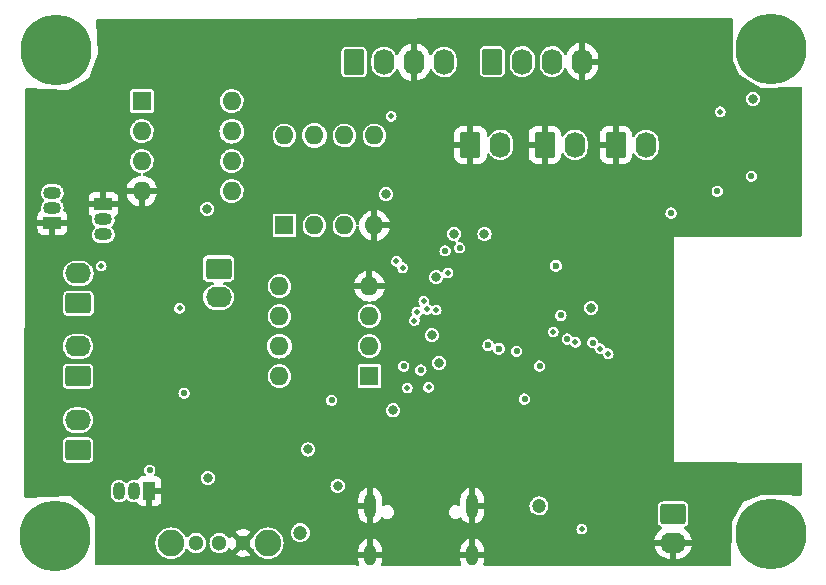
<source format=gbr>
%TF.GenerationSoftware,KiCad,Pcbnew,(6.0.0)*%
%TF.CreationDate,2023-04-24T11:59:45-05:00*%
%TF.ProjectId,SNAP_Project,534e4150-5f50-4726-9f6a-6563742e6b69,1.0*%
%TF.SameCoordinates,Original*%
%TF.FileFunction,Copper,L2,Inr*%
%TF.FilePolarity,Positive*%
%FSLAX46Y46*%
G04 Gerber Fmt 4.6, Leading zero omitted, Abs format (unit mm)*
G04 Created by KiCad (PCBNEW (6.0.0)) date 2023-04-24 11:59:45*
%MOMM*%
%LPD*%
G01*
G04 APERTURE LIST*
G04 Aperture macros list*
%AMRoundRect*
0 Rectangle with rounded corners*
0 $1 Rounding radius*
0 $2 $3 $4 $5 $6 $7 $8 $9 X,Y pos of 4 corners*
0 Add a 4 corners polygon primitive as box body*
4,1,4,$2,$3,$4,$5,$6,$7,$8,$9,$2,$3,0*
0 Add four circle primitives for the rounded corners*
1,1,$1+$1,$2,$3*
1,1,$1+$1,$4,$5*
1,1,$1+$1,$6,$7*
1,1,$1+$1,$8,$9*
0 Add four rect primitives between the rounded corners*
20,1,$1+$1,$2,$3,$4,$5,0*
20,1,$1+$1,$4,$5,$6,$7,0*
20,1,$1+$1,$6,$7,$8,$9,0*
20,1,$1+$1,$8,$9,$2,$3,0*%
G04 Aperture macros list end*
%TA.AperFunction,ComponentPad*%
%ADD10RoundRect,0.250000X-0.620000X-0.845000X0.620000X-0.845000X0.620000X0.845000X-0.620000X0.845000X0*%
%TD*%
%TA.AperFunction,ComponentPad*%
%ADD11O,1.740000X2.190000*%
%TD*%
%TA.AperFunction,ComponentPad*%
%ADD12R,1.050000X1.500000*%
%TD*%
%TA.AperFunction,ComponentPad*%
%ADD13O,1.050000X1.500000*%
%TD*%
%TA.AperFunction,ComponentPad*%
%ADD14C,6.000000*%
%TD*%
%TA.AperFunction,ComponentPad*%
%ADD15RoundRect,0.250000X0.845000X-0.620000X0.845000X0.620000X-0.845000X0.620000X-0.845000X-0.620000X0*%
%TD*%
%TA.AperFunction,ComponentPad*%
%ADD16O,2.190000X1.740000*%
%TD*%
%TA.AperFunction,ComponentPad*%
%ADD17R,1.500000X1.050000*%
%TD*%
%TA.AperFunction,ComponentPad*%
%ADD18O,1.500000X1.050000*%
%TD*%
%TA.AperFunction,ComponentPad*%
%ADD19O,1.000000X2.100000*%
%TD*%
%TA.AperFunction,ComponentPad*%
%ADD20O,1.000000X1.800000*%
%TD*%
%TA.AperFunction,ComponentPad*%
%ADD21R,1.600000X1.600000*%
%TD*%
%TA.AperFunction,ComponentPad*%
%ADD22O,1.600000X1.600000*%
%TD*%
%TA.AperFunction,ComponentPad*%
%ADD23C,1.300000*%
%TD*%
%TA.AperFunction,ComponentPad*%
%ADD24C,2.250000*%
%TD*%
%TA.AperFunction,ViaPad*%
%ADD25C,1.200000*%
%TD*%
%TA.AperFunction,ViaPad*%
%ADD26C,0.550000*%
%TD*%
%TA.AperFunction,ViaPad*%
%ADD27C,1.000000*%
%TD*%
%TA.AperFunction,ViaPad*%
%ADD28C,0.800000*%
%TD*%
%TA.AperFunction,ViaPad*%
%ADD29C,0.700000*%
%TD*%
%TA.AperFunction,ViaPad*%
%ADD30C,0.500000*%
%TD*%
%TA.AperFunction,ViaPad*%
%ADD31C,0.600000*%
%TD*%
G04 APERTURE END LIST*
D10*
%TO.N,I2C1_SDA*%
%TO.C,J4*%
X95140000Y-78927500D03*
D11*
%TO.N,I2C1_SCL*%
X97680000Y-78927500D03*
%TO.N,GND*%
X100220000Y-78927500D03*
%TO.N,+3V0*%
X102760000Y-78927500D03*
%TD*%
D12*
%TO.N,GND*%
%TO.C,Q3*%
X77800000Y-115257500D03*
D13*
%TO.N,FILT_PWM*%
X76530000Y-115257500D03*
%TO.N,Net-(Q3-Pad3)*%
X75260000Y-115257500D03*
%TD*%
D14*
%TO.N,N/C*%
%TO.C,H2*%
X69940000Y-77887500D03*
%TD*%
D15*
%TO.N,+BATT*%
%TO.C,BT1*%
X122160000Y-117197000D03*
D16*
%TO.N,GND*%
X122160000Y-119610000D03*
%TD*%
D17*
%TO.N,GND*%
%TO.C,Q2*%
X73920000Y-90980000D03*
D18*
%TO.N,FILT_PWM*%
X73920000Y-92250000D03*
%TO.N,Net-(Q2-Pad3)*%
X73920000Y-93520000D03*
%TD*%
D15*
%TO.N,Net-(D4-Pad1)*%
%TO.C,D4*%
X71770000Y-111777500D03*
D16*
%TO.N,4261_EN*%
X71770000Y-109237500D03*
%TD*%
D14*
%TO.N,N/C*%
%TO.C,H4*%
X69833680Y-119017500D03*
%TD*%
D19*
%TO.N,GND*%
%TO.C,J1*%
X105159273Y-116487500D03*
D20*
X96519273Y-120667500D03*
X105159273Y-120667500D03*
D19*
X96519273Y-116487500D03*
%TD*%
D15*
%TO.N,Net-(D3-Pad1)*%
%TO.C,D3*%
X71770000Y-105527500D03*
D16*
%TO.N,4273_EN*%
X71770000Y-102987500D03*
%TD*%
D14*
%TO.N,N/C*%
%TO.C,H3*%
X130468680Y-118918680D03*
%TD*%
D17*
%TO.N,GND*%
%TO.C,Q1*%
X69600000Y-92520000D03*
D18*
%TO.N,FILT_PWM*%
X69600000Y-91250000D03*
%TO.N,Net-(Q1-Pad3)*%
X69600000Y-89980000D03*
%TD*%
D10*
%TO.N,unconnected-(J3-Pad1)*%
%TO.C,J3*%
X106840000Y-78877500D03*
D11*
%TO.N,SWCLK*%
X109380000Y-78877500D03*
%TO.N,SWDIO*%
X111920000Y-78877500D03*
%TO.N,GND*%
X114460000Y-78877500D03*
%TD*%
D10*
%TO.N,GND*%
%TO.C,SW3*%
X117320000Y-85950000D03*
D11*
%TO.N,BUTT_BT*%
X119860000Y-85950000D03*
%TD*%
D14*
%TO.N,N/C*%
%TO.C,H1*%
X130461320Y-77838680D03*
%TD*%
D21*
%TO.N,unconnected-(U5-Pad1)*%
%TO.C,U5*%
X96450000Y-105507500D03*
D22*
%TO.N,Feedback_VREF*%
X96450000Y-102967500D03*
%TO.N,Net-(C27-Pad1)*%
X96450000Y-100427500D03*
%TO.N,GND*%
X96450000Y-97887500D03*
%TO.N,unconnected-(U5-Pad5)*%
X88830000Y-97887500D03*
%TO.N,Feedback_VREF*%
X88830000Y-100427500D03*
%TO.N,+5V*%
X88830000Y-102967500D03*
%TO.N,unconnected-(U5-Pad8)*%
X88830000Y-105507500D03*
%TD*%
D21*
%TO.N,unconnected-(U6-Pad1)*%
%TO.C,U6*%
X77180000Y-82230000D03*
D22*
%TO.N,Net-(R24-Pad1)*%
X77180000Y-84770000D03*
%TO.N,Net-(Q4-Pad2)*%
X77180000Y-87310000D03*
%TO.N,GND*%
X77180000Y-89850000D03*
%TO.N,unconnected-(U6-Pad5)*%
X84800000Y-89850000D03*
%TO.N,Net-(R24-Pad1)*%
X84800000Y-87310000D03*
%TO.N,+5V*%
X84800000Y-84770000D03*
%TO.N,unconnected-(U6-Pad8)*%
X84800000Y-82230000D03*
%TD*%
D10*
%TO.N,GND*%
%TO.C,SW4*%
X111300000Y-85927500D03*
D11*
%TO.N,BUTT_1*%
X113840000Y-85927500D03*
%TD*%
D21*
%TO.N,unconnected-(U7-Pad1)*%
%TO.C,U7*%
X89250000Y-92757500D03*
D22*
%TO.N,Net-(R23-Pad2)*%
X91790000Y-92757500D03*
%TO.N,Net-(R24-Pad2)*%
X94330000Y-92757500D03*
%TO.N,GND*%
X96870000Y-92757500D03*
%TO.N,unconnected-(U7-Pad5)*%
X96870000Y-85137500D03*
%TO.N,OPAMP_ADC*%
X94330000Y-85137500D03*
%TO.N,+5V*%
X91790000Y-85137500D03*
%TO.N,unconnected-(U7-Pad8)*%
X89250000Y-85137500D03*
%TD*%
D23*
%TO.N,SW_ON*%
%TO.C,SW1*%
X81750000Y-119647640D03*
%TO.N,SW_EN*%
X83750000Y-119647640D03*
%TO.N,GND*%
X85750000Y-119647640D03*
D24*
%TO.N,N/C*%
X79650000Y-119647640D03*
X87850000Y-119647640D03*
%TD*%
D15*
%TO.N,Net-(D2-Pad1)*%
%TO.C,D2*%
X71800000Y-99357500D03*
D16*
%TO.N,WP7_EN*%
X71800000Y-96817500D03*
%TD*%
D15*
%TO.N,+5V*%
%TO.C,Q4*%
X83670000Y-96414500D03*
D16*
%TO.N,Net-(Q4-Pad2)*%
X83670000Y-98827500D03*
%TD*%
D10*
%TO.N,GND*%
%TO.C,SW5*%
X105000000Y-85927500D03*
D11*
%TO.N,BUTT_2*%
X107540000Y-85927500D03*
%TD*%
D25*
%TO.N,SW_ON*%
X110800000Y-116500000D03*
X90600000Y-118757500D03*
D26*
%TO.N,GND*%
X125620000Y-90810000D03*
X86325000Y-78950000D03*
X82250000Y-82650000D03*
X97310000Y-87040000D03*
X132800000Y-93300000D03*
X121700000Y-112400000D03*
X124650000Y-113300000D03*
X103070000Y-111420000D03*
X99000000Y-91610000D03*
X104590000Y-89200000D03*
X119490000Y-81800000D03*
X121000000Y-79510000D03*
X86450000Y-86775000D03*
X78280000Y-95110000D03*
X96375000Y-96150000D03*
X121700000Y-100700000D03*
X92650000Y-114350000D03*
X121700000Y-111450000D03*
X75050000Y-120040000D03*
X122575000Y-93300000D03*
X109990000Y-104950000D03*
X118140000Y-80420000D03*
D27*
X88250000Y-111370000D03*
D26*
X129225000Y-93300000D03*
X68020000Y-96430000D03*
X102830000Y-103300000D03*
X132000000Y-115125000D03*
D28*
X105020000Y-111090000D03*
D26*
X89325000Y-87375000D03*
X129570000Y-92360000D03*
X124520000Y-89440000D03*
X88360000Y-114980000D03*
X113780000Y-105860000D03*
X122420000Y-114500000D03*
X99350000Y-120490000D03*
X117775000Y-98175000D03*
X114080000Y-81920000D03*
X126525000Y-113300000D03*
X88750000Y-78950000D03*
X123450000Y-93300000D03*
X121700000Y-108875000D03*
X102840000Y-120480000D03*
X74770000Y-112010000D03*
X111200000Y-94920000D03*
X117930000Y-95010000D03*
X114400000Y-96220000D03*
X128000000Y-115175000D03*
X93125000Y-97500000D03*
X106375000Y-100875000D03*
X121725000Y-105425000D03*
X118425000Y-88900000D03*
X80140000Y-90570000D03*
X106325000Y-96925000D03*
X119225000Y-77025000D03*
X103520000Y-102460000D03*
D29*
X80150000Y-92125000D03*
D26*
X108775000Y-99800000D03*
X108750000Y-97825000D03*
X88600084Y-80584059D03*
X127650000Y-93300000D03*
X112410000Y-82150000D03*
X124600000Y-114440000D03*
X124250000Y-93300000D03*
X120210000Y-115930000D03*
X123300000Y-90560000D03*
X105313589Y-91638589D03*
X124280000Y-118380000D03*
X112220000Y-83550000D03*
X97210000Y-89020000D03*
X131875000Y-113275000D03*
X82390000Y-89140000D03*
X83510000Y-104390000D03*
X119340000Y-103240000D03*
X105300000Y-98775000D03*
X132725000Y-86825000D03*
X121750000Y-93350000D03*
X109975000Y-100875000D03*
X121700000Y-99750000D03*
X121675000Y-101650000D03*
X90110000Y-120360000D03*
X91500000Y-89830000D03*
X128450000Y-93300000D03*
X125240000Y-117080000D03*
X117261417Y-76073976D03*
X105300000Y-99850000D03*
X123890000Y-120650000D03*
X92790000Y-103480000D03*
X121725000Y-96475000D03*
D27*
X119020000Y-113300000D03*
D26*
X131975000Y-93300000D03*
X121725000Y-94950000D03*
X114400000Y-95120000D03*
X74770000Y-109680000D03*
X86080000Y-76100000D03*
X115190000Y-98260000D03*
D27*
X114960000Y-107930000D03*
D26*
X120850000Y-96540000D03*
X117860000Y-100090000D03*
X119920000Y-96540000D03*
X106350000Y-97825000D03*
X121700000Y-103475000D03*
X121700000Y-94125000D03*
X121700000Y-109750000D03*
X92770000Y-80370000D03*
X99125000Y-111075000D03*
X132800000Y-91350000D03*
X94230000Y-120320000D03*
X124830000Y-78370000D03*
X104925000Y-107725000D03*
X109580000Y-106130000D03*
X76590000Y-76140000D03*
X114900000Y-88980000D03*
X132750000Y-85975000D03*
X121675000Y-102550000D03*
X75950000Y-117760000D03*
X125960000Y-116100000D03*
X85950000Y-80600000D03*
X130225000Y-115175000D03*
X131175000Y-115150000D03*
X92010000Y-116410000D03*
X91900000Y-99200000D03*
X92600000Y-100580000D03*
X123780000Y-76790000D03*
X121700000Y-108025000D03*
X110840000Y-107630000D03*
X72050000Y-83510000D03*
X121700000Y-98950000D03*
X120200000Y-99770000D03*
X107525000Y-99825000D03*
X120360000Y-101910000D03*
X121700000Y-110600000D03*
X74230000Y-81020000D03*
X126740000Y-92350000D03*
X109330000Y-86830000D03*
X78300000Y-78210000D03*
X88800000Y-76270000D03*
X116880000Y-92310000D03*
X120741928Y-82229369D03*
X124030000Y-80800000D03*
D30*
X118980000Y-108355000D03*
D26*
X128620000Y-85490000D03*
X121680000Y-76600000D03*
X99700000Y-97020000D03*
X113450000Y-98350000D03*
X91110000Y-105860000D03*
X122600000Y-78050000D03*
X125980000Y-79360000D03*
X129980000Y-85700000D03*
X95040000Y-113490000D03*
X132775000Y-89475000D03*
X93750000Y-100775000D03*
X127505000Y-85065000D03*
X70290000Y-87160000D03*
X82310000Y-76520000D03*
X78600000Y-105875000D03*
X132750000Y-88500000D03*
X87390000Y-99580000D03*
X131880000Y-84180000D03*
X131703551Y-82416110D03*
X123410000Y-83310000D03*
X74770000Y-110870000D03*
X125470000Y-85480000D03*
X132775000Y-90400000D03*
X97560000Y-111250000D03*
X125925000Y-93300000D03*
X125490000Y-120270000D03*
X108750000Y-98800000D03*
X95040000Y-111500000D03*
X125100000Y-93300000D03*
X99175000Y-93250000D03*
X107450000Y-96925000D03*
X132800000Y-114260000D03*
X86010000Y-83030000D03*
X130275000Y-93300000D03*
X91740000Y-79280000D03*
X126940000Y-81000000D03*
X112050000Y-117960000D03*
X86650000Y-103880000D03*
X117760000Y-96350000D03*
X121700000Y-113250000D03*
X84790000Y-91660000D03*
X68080000Y-100270000D03*
X126775000Y-93325000D03*
X132820000Y-115120000D03*
X131125000Y-93300000D03*
X107550000Y-100875000D03*
X113270000Y-92630000D03*
X124390000Y-115820000D03*
X101150000Y-120480000D03*
X105900000Y-88950000D03*
X132800000Y-92375000D03*
X86530000Y-111360000D03*
X105925000Y-107725000D03*
X91860000Y-82560000D03*
X87025000Y-81350000D03*
X123147924Y-79613819D03*
X128350000Y-113300000D03*
X121700000Y-104475000D03*
X79550000Y-83270000D03*
X127400000Y-113275000D03*
X94750000Y-97800000D03*
X113875000Y-116125000D03*
D29*
X86650000Y-92250000D03*
D26*
X77160000Y-120510000D03*
X115050000Y-92060000D03*
X79730000Y-76180000D03*
X125440000Y-76390000D03*
X99050000Y-85400000D03*
X120900000Y-97975000D03*
X68170000Y-107390000D03*
X110650000Y-112375000D03*
X90508785Y-78300753D03*
X76520000Y-80170000D03*
X116940000Y-88540000D03*
X105300000Y-100875000D03*
X120150000Y-78340000D03*
X104860000Y-83120000D03*
X84250000Y-80100000D03*
X105300000Y-97825000D03*
X108800000Y-96925000D03*
X84170000Y-115970000D03*
X106350000Y-99825000D03*
X94100000Y-87725000D03*
X121700000Y-98050000D03*
X81420000Y-79720000D03*
X123700000Y-113300000D03*
X91590000Y-97630000D03*
X122625000Y-113300000D03*
X91660000Y-102420000D03*
X93380000Y-99000000D03*
X108750000Y-100875000D03*
X121700000Y-107200000D03*
X79270000Y-96320000D03*
X130184992Y-81875500D03*
X68500000Y-83820000D03*
X82740000Y-105860000D03*
X114550000Y-100725000D03*
X132725000Y-87675000D03*
D27*
X81375000Y-104500000D03*
D26*
X129780000Y-87570000D03*
X106350000Y-98775000D03*
X130075000Y-113275000D03*
X80940000Y-84640000D03*
X73570000Y-110530000D03*
X126875000Y-115150000D03*
X105325000Y-96750000D03*
X107000000Y-91725000D03*
X116400000Y-112075000D03*
X106410000Y-83360000D03*
X68240000Y-113830000D03*
X87600000Y-113100000D03*
X114270000Y-83600000D03*
X92260000Y-120290000D03*
X120310000Y-94080000D03*
X95410000Y-91210000D03*
X121960000Y-85480000D03*
X132775000Y-113300000D03*
X81780000Y-111880000D03*
X109300000Y-83250000D03*
X107885877Y-82702232D03*
X131000000Y-113300000D03*
X90710000Y-80560000D03*
X125650000Y-113300000D03*
X89310000Y-94960000D03*
X88814144Y-82278701D03*
X129150000Y-115200000D03*
X73670000Y-112750000D03*
X121700000Y-106325000D03*
X129175000Y-113300000D03*
D27*
X111660000Y-111660000D03*
D26*
X115150000Y-93590000D03*
X120125000Y-97975000D03*
X122360000Y-86980000D03*
X85410000Y-105700000D03*
X131390000Y-85690000D03*
X107500000Y-98775000D03*
X91270000Y-114860000D03*
X94270000Y-104530000D03*
X112125000Y-88900000D03*
X69510000Y-82240000D03*
X121725000Y-95700000D03*
X88420000Y-96040000D03*
X91950000Y-76150000D03*
X107500000Y-97825000D03*
X109430000Y-89020000D03*
X131760000Y-92420000D03*
D28*
%TO.N,+3V0*%
X103600000Y-93470000D03*
D30*
X98290000Y-83510000D03*
D28*
X115220000Y-99730000D03*
D31*
X112250000Y-96170000D03*
D28*
X106186044Y-93488555D03*
X101720000Y-102050000D03*
X91260000Y-111720000D03*
X128920000Y-82040000D03*
X98450000Y-108407500D03*
X82760000Y-114140000D03*
X102330000Y-104380000D03*
X102100000Y-97120000D03*
D31*
%TO.N,NRST*%
X107400000Y-103190000D03*
D26*
X109575000Y-107450000D03*
D28*
%TO.N,SW_EN*%
X93750000Y-114807500D03*
D26*
%TO.N,BOOT0*%
X110850000Y-104657500D03*
D31*
X106513341Y-102895814D03*
D30*
%TO.N,RESET_SHT31*%
X112000000Y-101770293D03*
X126150000Y-83130000D03*
D26*
%TO.N,MT3608_EN*%
X77850000Y-113480000D03*
X113214046Y-102371868D03*
%TO.N,OPAMP_ADC*%
X112651089Y-100372905D03*
%TO.N,WP7_EN*%
X104075000Y-94650000D03*
D30*
%TO.N,4273_EN*%
X101330000Y-99870000D03*
D26*
X99350000Y-104675000D03*
X80750000Y-106957500D03*
%TO.N,4261_EN*%
X93250000Y-107557500D03*
X100800000Y-105000000D03*
D30*
X102100000Y-99907500D03*
D26*
%TO.N,RGB_RED*%
X125890000Y-89860000D03*
D30*
X116660000Y-103620000D03*
D26*
%TO.N,RGB_GREEN*%
X128780000Y-88590000D03*
X115350000Y-102670000D03*
D30*
%TO.N,USB_D-*%
X98734834Y-95792334D03*
X99650000Y-106507500D03*
%TO.N,USB_D+*%
X101450000Y-106457500D03*
X99267669Y-96341834D03*
D26*
%TO.N,SWDIO*%
X102850000Y-94907500D03*
D30*
X103096448Y-96783490D03*
%TO.N,I2C1_SCL*%
X100450000Y-100107500D03*
%TO.N,I2C1_SDA*%
X100250000Y-100807500D03*
%TO.N,Net-(Q1-Pad3)*%
X73740000Y-96180000D03*
D28*
%TO.N,Net-(Q4-Pad2)*%
X82700000Y-91357500D03*
D26*
%TO.N,RGB_BLUE*%
X121980000Y-91710000D03*
D30*
X115990000Y-103180000D03*
D26*
%TO.N,Feedback_VREF*%
X108900000Y-103410000D03*
D28*
%TO.N,Net-(R23-Pad2)*%
X97850000Y-90107500D03*
D30*
%TO.N,BAT_STAT*%
X114420000Y-118460000D03*
X113886721Y-102640962D03*
%TO.N,PWM_LEDS*%
X80370000Y-99770000D03*
X101050000Y-99160000D03*
%TD*%
%TA.AperFunction,Conductor*%
%TO.N,GND*%
G36*
X127168361Y-75232614D02*
G01*
X127214896Y-75286233D01*
X127226316Y-75339991D01*
X127191445Y-78652753D01*
X127190000Y-78790000D01*
X127196344Y-78803125D01*
X127762022Y-79973495D01*
X127762023Y-79973496D01*
X127770000Y-79990000D01*
X127785696Y-79999466D01*
X127785697Y-79999467D01*
X129636729Y-81115811D01*
X129710000Y-81160000D01*
X132320050Y-81035363D01*
X132967884Y-81004427D01*
X133036881Y-81021157D01*
X133085881Y-81072534D01*
X133099894Y-81130287D01*
X133099733Y-86125910D01*
X133099494Y-93574004D01*
X133079490Y-93642124D01*
X133025833Y-93688615D01*
X132973494Y-93700000D01*
X122225000Y-93700000D01*
X122225000Y-112825000D01*
X132973015Y-112836937D01*
X133041111Y-112857014D01*
X133087545Y-112910721D01*
X133098873Y-112962938D01*
X133098821Y-114561736D01*
X133098791Y-115497542D01*
X133078787Y-115565662D01*
X133025130Y-115612153D01*
X132970798Y-115623522D01*
X131573717Y-115601404D01*
X129602836Y-115570203D01*
X129602835Y-115570203D01*
X129590000Y-115570000D01*
X129578128Y-115574885D01*
X129578127Y-115574885D01*
X129401530Y-115647546D01*
X128110355Y-116178800D01*
X128103440Y-116190889D01*
X128103439Y-116190889D01*
X127132647Y-117887893D01*
X127120000Y-117910000D01*
X127119872Y-117926207D01*
X127119872Y-117926208D01*
X127092207Y-121439421D01*
X127071669Y-121507382D01*
X127017649Y-121553451D01*
X126966416Y-121564429D01*
X106220832Y-121598204D01*
X106152679Y-121578313D01*
X106106099Y-121524733D01*
X106095880Y-121454475D01*
X106100525Y-121434106D01*
X106148153Y-121283962D01*
X106150703Y-121271968D01*
X106166880Y-121127739D01*
X106167273Y-121120715D01*
X106167273Y-120939615D01*
X106162798Y-120924376D01*
X106161408Y-120923171D01*
X106153725Y-120921500D01*
X104169388Y-120921500D01*
X104154149Y-120925975D01*
X104152944Y-120927365D01*
X104151273Y-120935048D01*
X104151273Y-121114157D01*
X104151574Y-121120305D01*
X104165085Y-121258103D01*
X104167468Y-121270138D01*
X104218524Y-121439243D01*
X104219065Y-121510237D01*
X104181137Y-121570254D01*
X104116783Y-121600238D01*
X104098112Y-121601661D01*
X97576365Y-121612278D01*
X97508214Y-121592388D01*
X97461634Y-121538808D01*
X97451415Y-121468550D01*
X97456060Y-121448181D01*
X97508153Y-121283962D01*
X97510703Y-121271968D01*
X97526880Y-121127739D01*
X97527273Y-121120715D01*
X97527273Y-120939615D01*
X97522798Y-120924376D01*
X97521408Y-120923171D01*
X97513725Y-120921500D01*
X95529388Y-120921500D01*
X95514149Y-120925975D01*
X95512944Y-120927365D01*
X95511273Y-120935048D01*
X95511273Y-121114157D01*
X95511574Y-121120305D01*
X95525085Y-121258103D01*
X95527467Y-121270135D01*
X95578580Y-121439424D01*
X95579121Y-121510419D01*
X95541194Y-121570436D01*
X95476840Y-121600420D01*
X95407213Y-121591173D01*
X95211980Y-121505271D01*
X95211979Y-121505271D01*
X95200000Y-121500000D01*
X73330682Y-121491212D01*
X73262570Y-121471183D01*
X73216098Y-121417508D01*
X73204735Y-121364591D01*
X73206594Y-120987775D01*
X73213203Y-119647640D01*
X78319437Y-119647640D01*
X78339651Y-119878690D01*
X78399680Y-120102719D01*
X78424437Y-120155811D01*
X78495373Y-120307934D01*
X78495376Y-120307939D01*
X78497699Y-120312921D01*
X78500855Y-120317428D01*
X78500856Y-120317430D01*
X78627391Y-120498140D01*
X78630730Y-120502909D01*
X78794731Y-120666910D01*
X78799239Y-120670067D01*
X78799242Y-120670069D01*
X78819322Y-120684129D01*
X78984718Y-120799941D01*
X78989700Y-120802264D01*
X78989705Y-120802267D01*
X79096616Y-120852120D01*
X79194921Y-120897960D01*
X79418950Y-120957989D01*
X79650000Y-120978203D01*
X79881050Y-120957989D01*
X80105079Y-120897960D01*
X80203384Y-120852120D01*
X80310295Y-120802267D01*
X80310300Y-120802264D01*
X80315282Y-120799941D01*
X80480678Y-120684129D01*
X80500758Y-120670069D01*
X80500761Y-120670067D01*
X80505269Y-120666910D01*
X80547195Y-120624984D01*
X85137016Y-120624984D01*
X85146898Y-120637474D01*
X85190279Y-120666460D01*
X85200389Y-120671950D01*
X85385318Y-120751402D01*
X85396261Y-120754957D01*
X85592567Y-120799377D01*
X85603975Y-120800879D01*
X85805096Y-120808780D01*
X85816580Y-120808178D01*
X86015774Y-120779297D01*
X86026957Y-120776612D01*
X86217547Y-120711916D01*
X86228060Y-120707235D01*
X86354766Y-120636275D01*
X86364631Y-120626197D01*
X86361675Y-120618525D01*
X85762812Y-120019662D01*
X85748868Y-120012048D01*
X85747035Y-120012179D01*
X85740420Y-120016430D01*
X85143212Y-120613638D01*
X85137016Y-120624984D01*
X80547195Y-120624984D01*
X80669270Y-120502909D01*
X80672610Y-120498140D01*
X80799144Y-120317430D01*
X80799145Y-120317428D01*
X80802301Y-120312921D01*
X80804624Y-120307939D01*
X80804627Y-120307934D01*
X80859096Y-120191124D01*
X80906013Y-120137839D01*
X80974291Y-120118378D01*
X81042251Y-120138920D01*
X81066927Y-120160063D01*
X81150850Y-120253268D01*
X81177770Y-120283166D01*
X81322407Y-120388252D01*
X81328435Y-120390936D01*
X81328437Y-120390937D01*
X81413655Y-120428878D01*
X81485733Y-120460969D01*
X81573171Y-120479555D01*
X81654152Y-120496768D01*
X81654156Y-120496768D01*
X81660609Y-120498140D01*
X81839391Y-120498140D01*
X81845844Y-120496768D01*
X81845848Y-120496768D01*
X81926829Y-120479555D01*
X82014267Y-120460969D01*
X82086345Y-120428878D01*
X82171563Y-120390937D01*
X82171565Y-120390936D01*
X82177593Y-120388252D01*
X82322230Y-120283166D01*
X82349151Y-120253268D01*
X82437440Y-120155213D01*
X82437441Y-120155212D01*
X82441859Y-120150305D01*
X82488153Y-120070122D01*
X82527946Y-120001198D01*
X82527947Y-120001197D01*
X82531250Y-119995475D01*
X82570043Y-119876084D01*
X82584457Y-119831722D01*
X82584457Y-119831720D01*
X82586497Y-119825443D01*
X82605185Y-119647640D01*
X82894815Y-119647640D01*
X82913503Y-119825443D01*
X82915543Y-119831720D01*
X82915543Y-119831722D01*
X82929957Y-119876084D01*
X82968750Y-119995475D01*
X82972053Y-120001197D01*
X82972054Y-120001198D01*
X83011847Y-120070122D01*
X83058141Y-120150305D01*
X83062559Y-120155212D01*
X83062560Y-120155213D01*
X83150850Y-120253268D01*
X83177770Y-120283166D01*
X83322407Y-120388252D01*
X83328435Y-120390936D01*
X83328437Y-120390937D01*
X83413655Y-120428878D01*
X83485733Y-120460969D01*
X83573171Y-120479555D01*
X83654152Y-120496768D01*
X83654156Y-120496768D01*
X83660609Y-120498140D01*
X83839391Y-120498140D01*
X83845844Y-120496768D01*
X83845848Y-120496768D01*
X83926829Y-120479555D01*
X84014267Y-120460969D01*
X84086345Y-120428878D01*
X84171563Y-120390937D01*
X84171565Y-120390936D01*
X84177593Y-120388252D01*
X84322230Y-120283166D01*
X84349151Y-120253268D01*
X84437440Y-120155213D01*
X84437441Y-120155212D01*
X84441859Y-120150305D01*
X84445159Y-120144589D01*
X84445162Y-120144585D01*
X84465360Y-120109600D01*
X84467343Y-120106165D01*
X84518725Y-120057172D01*
X84588439Y-120043735D01*
X84654350Y-120070122D01*
X84690888Y-120116414D01*
X84740429Y-120223878D01*
X84746178Y-120233835D01*
X84759912Y-120253268D01*
X84770501Y-120261656D01*
X84783802Y-120254628D01*
X85377978Y-119660452D01*
X85384356Y-119648772D01*
X86114408Y-119648772D01*
X86114539Y-119650605D01*
X86118790Y-119657220D01*
X86614891Y-120153321D01*
X86639991Y-120189166D01*
X86695373Y-120307934D01*
X86695376Y-120307939D01*
X86697699Y-120312921D01*
X86700855Y-120317428D01*
X86700856Y-120317430D01*
X86827391Y-120498140D01*
X86830730Y-120502909D01*
X86994731Y-120666910D01*
X86999239Y-120670067D01*
X86999242Y-120670069D01*
X87019322Y-120684129D01*
X87184718Y-120799941D01*
X87189700Y-120802264D01*
X87189705Y-120802267D01*
X87296616Y-120852120D01*
X87394921Y-120897960D01*
X87618950Y-120957989D01*
X87850000Y-120978203D01*
X88081050Y-120957989D01*
X88305079Y-120897960D01*
X88403384Y-120852120D01*
X88510295Y-120802267D01*
X88510300Y-120802264D01*
X88515282Y-120799941D01*
X88680678Y-120684129D01*
X88700758Y-120670069D01*
X88700761Y-120670067D01*
X88705269Y-120666910D01*
X88869270Y-120502909D01*
X88872610Y-120498140D01*
X88944560Y-120395385D01*
X95511273Y-120395385D01*
X95515748Y-120410624D01*
X95517138Y-120411829D01*
X95524821Y-120413500D01*
X96247158Y-120413500D01*
X96262397Y-120409025D01*
X96263602Y-120407635D01*
X96265273Y-120399952D01*
X96265273Y-120395385D01*
X96773273Y-120395385D01*
X96777748Y-120410624D01*
X96779138Y-120411829D01*
X96786821Y-120413500D01*
X97509158Y-120413500D01*
X97524397Y-120409025D01*
X97525602Y-120407635D01*
X97527273Y-120399952D01*
X97527273Y-120395385D01*
X104151273Y-120395385D01*
X104155748Y-120410624D01*
X104157138Y-120411829D01*
X104164821Y-120413500D01*
X104887158Y-120413500D01*
X104902397Y-120409025D01*
X104903602Y-120407635D01*
X104905273Y-120399952D01*
X104905273Y-120395385D01*
X105413273Y-120395385D01*
X105417748Y-120410624D01*
X105419138Y-120411829D01*
X105426821Y-120413500D01*
X106149158Y-120413500D01*
X106164397Y-120409025D01*
X106165602Y-120407635D01*
X106167273Y-120399952D01*
X106167273Y-120220843D01*
X106166972Y-120214695D01*
X106153461Y-120076897D01*
X106151078Y-120064862D01*
X106097506Y-119887424D01*
X106093861Y-119878580D01*
X120583317Y-119878580D01*
X120609252Y-120002188D01*
X120612312Y-120012384D01*
X120694284Y-120219952D01*
X120699018Y-120229489D01*
X120814796Y-120420285D01*
X120821062Y-120428878D01*
X120967333Y-120597441D01*
X120974964Y-120604861D01*
X121147542Y-120746368D01*
X121156309Y-120752393D01*
X121350262Y-120862797D01*
X121359926Y-120867262D01*
X121569711Y-120943410D01*
X121579979Y-120946181D01*
X121800766Y-120986106D01*
X121808995Y-120987039D01*
X121827874Y-120987930D01*
X121830849Y-120988000D01*
X121887885Y-120988000D01*
X121903124Y-120983525D01*
X121904329Y-120982135D01*
X121906000Y-120974452D01*
X121906000Y-120969885D01*
X122414000Y-120969885D01*
X122418475Y-120985124D01*
X122419865Y-120986329D01*
X122427548Y-120988000D01*
X122441054Y-120988000D01*
X122446363Y-120987775D01*
X122612707Y-120973661D01*
X122623179Y-120971871D01*
X122839202Y-120915802D01*
X122849242Y-120912266D01*
X123052732Y-120820601D01*
X123062018Y-120815432D01*
X123247155Y-120690790D01*
X123255441Y-120684129D01*
X123416930Y-120530076D01*
X123423979Y-120522108D01*
X123557203Y-120343048D01*
X123562802Y-120334018D01*
X123663953Y-120135069D01*
X123667956Y-120125208D01*
X123734138Y-119912071D01*
X123736420Y-119901691D01*
X123739036Y-119881957D01*
X123736840Y-119867793D01*
X123723655Y-119864000D01*
X122432115Y-119864000D01*
X122416876Y-119868475D01*
X122415671Y-119869865D01*
X122414000Y-119877548D01*
X122414000Y-120969885D01*
X121906000Y-120969885D01*
X121906000Y-119882115D01*
X121901525Y-119866876D01*
X121900135Y-119865671D01*
X121892452Y-119864000D01*
X120598373Y-119864000D01*
X120584842Y-119867973D01*
X120583317Y-119878580D01*
X106093861Y-119878580D01*
X106092832Y-119876084D01*
X106005813Y-119712423D01*
X105999024Y-119702206D01*
X105881876Y-119558567D01*
X105873232Y-119549863D01*
X105730417Y-119431716D01*
X105720246Y-119424856D01*
X105559688Y-119338043D01*
X120580964Y-119338043D01*
X120583160Y-119352207D01*
X120596345Y-119356000D01*
X123721627Y-119356000D01*
X123735158Y-119352027D01*
X123736683Y-119341420D01*
X123710748Y-119217812D01*
X123707688Y-119207616D01*
X123625716Y-119000048D01*
X123620982Y-118990511D01*
X123505204Y-118799715D01*
X123498938Y-118791122D01*
X123352667Y-118622559D01*
X123345036Y-118615139D01*
X123172458Y-118473632D01*
X123163696Y-118467611D01*
X123155345Y-118462857D01*
X123106039Y-118411774D01*
X123092178Y-118342144D01*
X123118162Y-118276073D01*
X123175931Y-118234472D01*
X123209300Y-118222754D01*
X123209301Y-118222753D01*
X123218184Y-118219634D01*
X123225754Y-118214042D01*
X123225757Y-118214041D01*
X123319579Y-118144742D01*
X123327150Y-118139150D01*
X123349709Y-118108608D01*
X123402041Y-118037757D01*
X123402042Y-118037754D01*
X123407634Y-118030184D01*
X123452519Y-117902369D01*
X123455500Y-117870834D01*
X123455500Y-116523166D01*
X123452519Y-116491631D01*
X123407634Y-116363816D01*
X123402042Y-116356246D01*
X123402041Y-116356243D01*
X123332742Y-116262421D01*
X123327150Y-116254850D01*
X123268960Y-116211870D01*
X123225757Y-116179959D01*
X123225754Y-116179958D01*
X123218184Y-116174366D01*
X123090369Y-116129481D01*
X123082723Y-116128758D01*
X123082722Y-116128758D01*
X123076752Y-116128194D01*
X123058834Y-116126500D01*
X121261166Y-116126500D01*
X121243248Y-116128194D01*
X121237278Y-116128758D01*
X121237277Y-116128758D01*
X121229631Y-116129481D01*
X121101816Y-116174366D01*
X121094246Y-116179958D01*
X121094243Y-116179959D01*
X121051040Y-116211870D01*
X120992850Y-116254850D01*
X120987258Y-116262421D01*
X120917959Y-116356243D01*
X120917958Y-116356246D01*
X120912366Y-116363816D01*
X120867481Y-116491631D01*
X120864500Y-116523166D01*
X120864500Y-117870834D01*
X120867481Y-117902369D01*
X120912366Y-118030184D01*
X120917958Y-118037754D01*
X120917959Y-118037757D01*
X120970291Y-118108608D01*
X120992850Y-118139150D01*
X121000421Y-118144742D01*
X121094243Y-118214041D01*
X121094246Y-118214042D01*
X121101816Y-118219634D01*
X121144069Y-118234472D01*
X121148087Y-118235883D01*
X121205733Y-118277326D01*
X121231821Y-118343356D01*
X121218070Y-118413008D01*
X121176706Y-118459286D01*
X121072845Y-118529210D01*
X121064559Y-118535871D01*
X120903070Y-118689924D01*
X120896021Y-118697892D01*
X120762797Y-118876952D01*
X120757198Y-118885982D01*
X120656047Y-119084931D01*
X120652044Y-119094792D01*
X120585862Y-119307929D01*
X120583580Y-119318309D01*
X120580964Y-119338043D01*
X105559688Y-119338043D01*
X105557197Y-119336696D01*
X105545892Y-119331944D01*
X105430581Y-119296250D01*
X105416478Y-119296044D01*
X105413273Y-119302799D01*
X105413273Y-120395385D01*
X104905273Y-120395385D01*
X104905273Y-119309576D01*
X104901300Y-119296045D01*
X104893505Y-119294925D01*
X104785752Y-119326638D01*
X104774384Y-119331231D01*
X104610119Y-119417107D01*
X104599858Y-119423821D01*
X104455400Y-119539968D01*
X104446641Y-119548546D01*
X104327495Y-119690539D01*
X104320565Y-119700659D01*
X104231271Y-119863085D01*
X104226439Y-119874358D01*
X104170393Y-120051038D01*
X104167843Y-120063032D01*
X104151666Y-120207261D01*
X104151273Y-120214285D01*
X104151273Y-120395385D01*
X97527273Y-120395385D01*
X97527273Y-120220843D01*
X97526972Y-120214695D01*
X97513461Y-120076897D01*
X97511078Y-120064862D01*
X97457506Y-119887424D01*
X97452832Y-119876084D01*
X97365813Y-119712423D01*
X97359024Y-119702206D01*
X97241876Y-119558567D01*
X97233232Y-119549863D01*
X97090417Y-119431716D01*
X97080246Y-119424856D01*
X96917197Y-119336696D01*
X96905892Y-119331944D01*
X96790581Y-119296250D01*
X96776478Y-119296044D01*
X96773273Y-119302799D01*
X96773273Y-120395385D01*
X96265273Y-120395385D01*
X96265273Y-119309576D01*
X96261300Y-119296045D01*
X96253505Y-119294925D01*
X96145752Y-119326638D01*
X96134384Y-119331231D01*
X95970119Y-119417107D01*
X95959858Y-119423821D01*
X95815400Y-119539968D01*
X95806641Y-119548546D01*
X95687495Y-119690539D01*
X95680565Y-119700659D01*
X95591271Y-119863085D01*
X95586439Y-119874358D01*
X95530393Y-120051038D01*
X95527843Y-120063032D01*
X95511666Y-120207261D01*
X95511273Y-120214285D01*
X95511273Y-120395385D01*
X88944560Y-120395385D01*
X88999144Y-120317430D01*
X88999145Y-120317428D01*
X89002301Y-120312921D01*
X89004624Y-120307939D01*
X89004627Y-120307934D01*
X89075563Y-120155811D01*
X89100320Y-120102719D01*
X89160349Y-119878690D01*
X89180563Y-119647640D01*
X89160349Y-119416590D01*
X89100320Y-119192561D01*
X89037340Y-119057500D01*
X89004627Y-118987346D01*
X89004624Y-118987341D01*
X89002301Y-118982359D01*
X88999144Y-118977850D01*
X88872429Y-118796882D01*
X88872427Y-118796879D01*
X88869270Y-118792371D01*
X88823152Y-118746253D01*
X89794514Y-118746253D01*
X89795201Y-118753260D01*
X89795201Y-118753263D01*
X89799638Y-118798512D01*
X89812039Y-118924986D01*
X89814262Y-118931668D01*
X89814262Y-118931669D01*
X89847508Y-119031610D01*
X89868726Y-119095396D01*
X89872373Y-119101418D01*
X89942864Y-119217812D01*
X89961759Y-119249012D01*
X89966648Y-119254075D01*
X89966649Y-119254076D01*
X89994805Y-119283232D01*
X90086514Y-119378199D01*
X90236789Y-119476536D01*
X90405116Y-119539136D01*
X90412097Y-119540067D01*
X90412099Y-119540068D01*
X90576149Y-119561957D01*
X90576153Y-119561957D01*
X90583130Y-119562888D01*
X90590142Y-119562250D01*
X90590146Y-119562250D01*
X90754960Y-119547251D01*
X90754961Y-119547251D01*
X90761981Y-119546612D01*
X90932782Y-119491115D01*
X90963714Y-119472676D01*
X91080992Y-119402765D01*
X91080994Y-119402764D01*
X91087044Y-119399157D01*
X91217099Y-119275307D01*
X91234467Y-119249167D01*
X91306952Y-119140067D01*
X91316483Y-119125722D01*
X91349665Y-119038370D01*
X91377757Y-118964419D01*
X91377758Y-118964414D01*
X91380257Y-118957836D01*
X91387081Y-118909281D01*
X91404700Y-118783916D01*
X91404700Y-118783911D01*
X91405251Y-118779993D01*
X91405565Y-118757500D01*
X91385546Y-118579028D01*
X91379427Y-118561455D01*
X91355301Y-118492177D01*
X91342160Y-118454440D01*
X113964901Y-118454440D01*
X113966065Y-118463342D01*
X113966065Y-118463345D01*
X113980468Y-118573489D01*
X113980469Y-118573493D01*
X113981633Y-118582394D01*
X113985250Y-118590614D01*
X114023799Y-118678223D01*
X114033605Y-118700510D01*
X114116639Y-118799291D01*
X114224060Y-118870796D01*
X114347233Y-118909278D01*
X114356203Y-118909442D01*
X114356207Y-118909443D01*
X114414942Y-118910519D01*
X114476255Y-118911643D01*
X114538505Y-118894671D01*
X114592092Y-118880062D01*
X114592093Y-118880062D01*
X114600755Y-118877700D01*
X114608405Y-118873003D01*
X114608407Y-118873002D01*
X114703072Y-118814878D01*
X114703075Y-118814875D01*
X114710724Y-118810179D01*
X114720196Y-118799715D01*
X114791300Y-118721161D01*
X114791303Y-118721157D01*
X114797322Y-118714507D01*
X114853588Y-118598375D01*
X114855666Y-118586027D01*
X114874190Y-118475917D01*
X114874997Y-118471120D01*
X114875133Y-118460000D01*
X114867035Y-118403451D01*
X114858112Y-118341145D01*
X114858111Y-118341142D01*
X114856839Y-118332259D01*
X114845499Y-118307317D01*
X114807145Y-118222962D01*
X114807143Y-118222959D01*
X114803428Y-118214788D01*
X114743073Y-118144742D01*
X114725051Y-118123826D01*
X114725049Y-118123824D01*
X114719193Y-118117028D01*
X114610906Y-118046841D01*
X114602311Y-118044271D01*
X114602310Y-118044270D01*
X114495874Y-118012438D01*
X114495872Y-118012438D01*
X114487273Y-118009866D01*
X114478298Y-118009811D01*
X114478297Y-118009811D01*
X114423641Y-118009477D01*
X114358231Y-118009078D01*
X114297860Y-118026332D01*
X114242786Y-118042072D01*
X114242784Y-118042073D01*
X114234155Y-118044539D01*
X114125019Y-118113399D01*
X114119076Y-118120128D01*
X114119075Y-118120129D01*
X114108963Y-118131579D01*
X114039596Y-118210122D01*
X114035782Y-118218245D01*
X114035781Y-118218247D01*
X114028164Y-118234472D01*
X113984754Y-118326932D01*
X113982197Y-118343356D01*
X113966282Y-118445567D01*
X113966282Y-118445571D01*
X113964901Y-118454440D01*
X91342160Y-118454440D01*
X91326485Y-118409427D01*
X91280477Y-118335798D01*
X91235049Y-118263099D01*
X91231316Y-118257125D01*
X91139754Y-118164922D01*
X91109733Y-118134690D01*
X91109729Y-118134687D01*
X91104770Y-118129693D01*
X91095526Y-118123826D01*
X91046860Y-118092942D01*
X90953136Y-118033463D01*
X90886868Y-118009866D01*
X90790586Y-117975581D01*
X90790581Y-117975580D01*
X90783951Y-117973219D01*
X90776965Y-117972386D01*
X90776961Y-117972385D01*
X90649177Y-117957148D01*
X90605624Y-117951955D01*
X90598621Y-117952691D01*
X90598620Y-117952691D01*
X90434025Y-117969990D01*
X90434021Y-117969991D01*
X90427017Y-117970727D01*
X90420346Y-117972998D01*
X90263677Y-118026332D01*
X90263674Y-118026333D01*
X90257007Y-118028603D01*
X90251009Y-118032293D01*
X90251007Y-118032294D01*
X90223319Y-118049328D01*
X90104045Y-118122706D01*
X90099014Y-118127632D01*
X90099011Y-118127635D01*
X90060935Y-118164922D01*
X89975732Y-118248359D01*
X89971913Y-118254284D01*
X89971912Y-118254286D01*
X89914510Y-118343356D01*
X89878446Y-118399317D01*
X89876037Y-118405937D01*
X89876035Y-118405940D01*
X89850566Y-118475917D01*
X89817022Y-118568078D01*
X89794514Y-118746253D01*
X88823152Y-118746253D01*
X88705269Y-118628370D01*
X88696971Y-118622559D01*
X88571509Y-118534710D01*
X88515282Y-118495339D01*
X88510300Y-118493016D01*
X88510295Y-118493013D01*
X88403384Y-118443160D01*
X88305079Y-118397320D01*
X88081050Y-118337291D01*
X87850000Y-118317077D01*
X87618950Y-118337291D01*
X87394921Y-118397320D01*
X87354682Y-118416084D01*
X87189706Y-118493013D01*
X87189701Y-118493016D01*
X87184719Y-118495339D01*
X87180212Y-118498495D01*
X87180210Y-118498496D01*
X86999242Y-118625211D01*
X86999239Y-118625213D01*
X86994731Y-118628370D01*
X86830730Y-118792371D01*
X86827573Y-118796879D01*
X86827571Y-118796882D01*
X86700856Y-118977850D01*
X86697699Y-118982359D01*
X86695376Y-118987341D01*
X86695373Y-118987346D01*
X86639991Y-119106114D01*
X86614891Y-119141959D01*
X86122022Y-119634828D01*
X86114408Y-119648772D01*
X85384356Y-119648772D01*
X85385592Y-119646508D01*
X85385461Y-119644675D01*
X85381210Y-119638060D01*
X84781520Y-119038370D01*
X84769140Y-119031610D01*
X84763174Y-119036076D01*
X84686382Y-119182032D01*
X84636962Y-119233005D01*
X84567830Y-119249167D01*
X84500934Y-119225388D01*
X84465755Y-119186364D01*
X84445162Y-119150696D01*
X84441859Y-119144975D01*
X84429807Y-119131590D01*
X84326645Y-119017017D01*
X84326643Y-119017016D01*
X84322230Y-119012114D01*
X84247524Y-118957836D01*
X84182935Y-118910909D01*
X84182933Y-118910908D01*
X84177593Y-118907028D01*
X84171565Y-118904344D01*
X84171563Y-118904343D01*
X84020298Y-118836996D01*
X84020297Y-118836996D01*
X84014267Y-118834311D01*
X83900735Y-118810179D01*
X83845848Y-118798512D01*
X83845844Y-118798512D01*
X83839391Y-118797140D01*
X83660609Y-118797140D01*
X83654156Y-118798512D01*
X83654152Y-118798512D01*
X83599265Y-118810179D01*
X83485733Y-118834311D01*
X83479703Y-118836996D01*
X83479702Y-118836996D01*
X83328438Y-118904343D01*
X83328436Y-118904344D01*
X83322408Y-118907028D01*
X83317067Y-118910908D01*
X83317066Y-118910909D01*
X83262073Y-118950864D01*
X83177770Y-119012114D01*
X83173357Y-119017016D01*
X83173355Y-119017017D01*
X83070193Y-119131590D01*
X83058141Y-119144975D01*
X83054838Y-119150696D01*
X82980089Y-119280166D01*
X82968750Y-119299805D01*
X82950491Y-119356000D01*
X82928455Y-119423821D01*
X82913503Y-119469837D01*
X82912813Y-119476400D01*
X82912813Y-119476401D01*
X82905366Y-119547251D01*
X82894815Y-119647640D01*
X82605185Y-119647640D01*
X82594634Y-119547251D01*
X82587187Y-119476401D01*
X82587187Y-119476400D01*
X82586497Y-119469837D01*
X82571546Y-119423821D01*
X82549509Y-119356000D01*
X82531250Y-119299805D01*
X82519912Y-119280166D01*
X82445162Y-119150696D01*
X82441859Y-119144975D01*
X82429807Y-119131590D01*
X82326645Y-119017017D01*
X82326643Y-119017016D01*
X82322230Y-119012114D01*
X82247524Y-118957836D01*
X82182935Y-118910909D01*
X82182933Y-118910908D01*
X82177593Y-118907028D01*
X82171565Y-118904344D01*
X82171563Y-118904343D01*
X82020298Y-118836996D01*
X82020297Y-118836996D01*
X82014267Y-118834311D01*
X81900735Y-118810179D01*
X81845848Y-118798512D01*
X81845844Y-118798512D01*
X81839391Y-118797140D01*
X81660609Y-118797140D01*
X81654156Y-118798512D01*
X81654152Y-118798512D01*
X81599265Y-118810179D01*
X81485733Y-118834311D01*
X81479703Y-118836996D01*
X81479702Y-118836996D01*
X81328438Y-118904343D01*
X81328436Y-118904344D01*
X81322408Y-118907028D01*
X81317067Y-118910908D01*
X81317066Y-118910909D01*
X81262073Y-118950864D01*
X81177770Y-119012114D01*
X81173357Y-119017016D01*
X81173355Y-119017017D01*
X81066927Y-119135217D01*
X81006481Y-119172456D01*
X80935497Y-119171104D01*
X80876513Y-119131590D01*
X80859096Y-119104156D01*
X80804627Y-118987346D01*
X80804624Y-118987341D01*
X80802301Y-118982359D01*
X80799144Y-118977850D01*
X80672429Y-118796882D01*
X80672427Y-118796879D01*
X80669270Y-118792371D01*
X80546735Y-118669836D01*
X85136307Y-118669836D01*
X85139793Y-118678223D01*
X85737188Y-119275618D01*
X85751132Y-119283232D01*
X85752965Y-119283101D01*
X85759580Y-119278850D01*
X86356533Y-118681897D01*
X86363293Y-118669517D01*
X86357263Y-118661462D01*
X86282857Y-118614515D01*
X86272609Y-118609294D01*
X86085663Y-118534710D01*
X86074635Y-118531443D01*
X85877230Y-118492177D01*
X85865784Y-118490974D01*
X85664537Y-118488340D01*
X85653057Y-118489243D01*
X85454701Y-118523327D01*
X85443581Y-118526307D01*
X85254748Y-118595971D01*
X85244370Y-118600921D01*
X85145906Y-118659501D01*
X85136307Y-118669836D01*
X80546735Y-118669836D01*
X80505269Y-118628370D01*
X80496971Y-118622559D01*
X80371509Y-118534710D01*
X80315282Y-118495339D01*
X80310300Y-118493016D01*
X80310295Y-118493013D01*
X80203384Y-118443160D01*
X80105079Y-118397320D01*
X79881050Y-118337291D01*
X79650000Y-118317077D01*
X79418950Y-118337291D01*
X79194921Y-118397320D01*
X79154682Y-118416084D01*
X78989706Y-118493013D01*
X78989701Y-118493016D01*
X78984719Y-118495339D01*
X78980212Y-118498495D01*
X78980210Y-118498496D01*
X78799242Y-118625211D01*
X78799239Y-118625213D01*
X78794731Y-118628370D01*
X78630730Y-118792371D01*
X78627573Y-118796879D01*
X78627571Y-118796882D01*
X78500856Y-118977850D01*
X78497699Y-118982359D01*
X78495376Y-118987341D01*
X78495373Y-118987346D01*
X78462660Y-119057500D01*
X78399680Y-119192561D01*
X78339651Y-119416590D01*
X78319437Y-119647640D01*
X73213203Y-119647640D01*
X73214315Y-119422067D01*
X73224257Y-117406162D01*
X73224257Y-117406161D01*
X73224346Y-117388045D01*
X73216675Y-117381719D01*
X73216673Y-117381717D01*
X72855837Y-117084157D01*
X95511273Y-117084157D01*
X95511574Y-117090305D01*
X95525085Y-117228103D01*
X95527468Y-117240138D01*
X95581040Y-117417576D01*
X95585714Y-117428916D01*
X95672733Y-117592577D01*
X95679522Y-117602794D01*
X95796670Y-117746433D01*
X95805314Y-117755137D01*
X95948129Y-117873284D01*
X95958300Y-117880144D01*
X96121349Y-117968304D01*
X96132654Y-117973056D01*
X96247965Y-118008750D01*
X96262068Y-118008956D01*
X96265273Y-118002201D01*
X96265273Y-117995424D01*
X96773273Y-117995424D01*
X96777246Y-118008955D01*
X96785041Y-118010075D01*
X96892794Y-117978362D01*
X96904162Y-117973769D01*
X97068427Y-117887893D01*
X97078688Y-117881179D01*
X97223146Y-117765032D01*
X97231905Y-117756454D01*
X97351051Y-117614461D01*
X97357975Y-117604348D01*
X97409138Y-117511284D01*
X97459484Y-117461225D01*
X97528901Y-117446332D01*
X97596255Y-117472021D01*
X97659040Y-117520198D01*
X97799037Y-117578187D01*
X97911553Y-117593000D01*
X97986993Y-117593000D01*
X98099509Y-117578187D01*
X98239506Y-117520198D01*
X98359724Y-117427951D01*
X98451971Y-117307733D01*
X98509960Y-117167736D01*
X98529739Y-117017500D01*
X103148807Y-117017500D01*
X103168586Y-117167736D01*
X103226575Y-117307733D01*
X103318822Y-117427951D01*
X103439040Y-117520198D01*
X103579037Y-117578187D01*
X103691553Y-117593000D01*
X103766993Y-117593000D01*
X103879509Y-117578187D01*
X104019506Y-117520198D01*
X104082351Y-117471975D01*
X104148571Y-117446374D01*
X104218120Y-117460639D01*
X104270307Y-117512784D01*
X104312733Y-117592577D01*
X104319522Y-117602794D01*
X104436670Y-117746433D01*
X104445314Y-117755137D01*
X104588129Y-117873284D01*
X104598300Y-117880144D01*
X104761349Y-117968304D01*
X104772654Y-117973056D01*
X104887965Y-118008750D01*
X104902068Y-118008956D01*
X104905273Y-118002201D01*
X104905273Y-117995424D01*
X105413273Y-117995424D01*
X105417246Y-118008955D01*
X105425041Y-118010075D01*
X105532794Y-117978362D01*
X105544162Y-117973769D01*
X105708427Y-117887893D01*
X105718688Y-117881179D01*
X105863146Y-117765032D01*
X105871905Y-117756454D01*
X105991051Y-117614461D01*
X105997981Y-117604341D01*
X106087275Y-117441915D01*
X106092107Y-117430642D01*
X106148153Y-117253962D01*
X106150703Y-117241968D01*
X106166880Y-117097739D01*
X106167273Y-117090715D01*
X106167273Y-116759615D01*
X106162798Y-116744376D01*
X106161408Y-116743171D01*
X106153725Y-116741500D01*
X105431388Y-116741500D01*
X105416149Y-116745975D01*
X105414944Y-116747365D01*
X105413273Y-116755048D01*
X105413273Y-117995424D01*
X104905273Y-117995424D01*
X104905273Y-116488753D01*
X109994514Y-116488753D01*
X109995201Y-116495760D01*
X109995201Y-116495763D01*
X109997434Y-116518532D01*
X110012039Y-116667486D01*
X110014262Y-116674168D01*
X110014262Y-116674169D01*
X110041167Y-116755048D01*
X110068726Y-116837896D01*
X110161759Y-116991512D01*
X110166648Y-116996575D01*
X110166649Y-116996576D01*
X110243713Y-117076378D01*
X110286514Y-117120699D01*
X110436789Y-117219036D01*
X110605116Y-117281636D01*
X110612097Y-117282567D01*
X110612099Y-117282568D01*
X110776149Y-117304457D01*
X110776153Y-117304457D01*
X110783130Y-117305388D01*
X110790142Y-117304750D01*
X110790146Y-117304750D01*
X110954960Y-117289751D01*
X110954961Y-117289751D01*
X110961981Y-117289112D01*
X111132782Y-117233615D01*
X111243296Y-117167736D01*
X111280992Y-117145265D01*
X111280994Y-117145264D01*
X111287044Y-117141657D01*
X111417099Y-117017807D01*
X111434570Y-116991512D01*
X111512582Y-116874093D01*
X111516483Y-116868222D01*
X111559474Y-116755048D01*
X111577757Y-116706919D01*
X111577758Y-116706914D01*
X111580257Y-116700336D01*
X111605251Y-116522493D01*
X111605411Y-116511025D01*
X111605510Y-116503963D01*
X111605510Y-116503958D01*
X111605565Y-116500000D01*
X111585546Y-116321528D01*
X111579427Y-116303955D01*
X111546927Y-116210630D01*
X111526485Y-116151927D01*
X111514050Y-116132026D01*
X111435049Y-116005599D01*
X111431316Y-115999625D01*
X111363201Y-115931033D01*
X111309733Y-115877190D01*
X111309729Y-115877187D01*
X111304770Y-115872193D01*
X111293761Y-115865206D01*
X111195238Y-115802682D01*
X111153136Y-115775963D01*
X111123352Y-115765357D01*
X110990586Y-115718081D01*
X110990581Y-115718080D01*
X110983951Y-115715719D01*
X110976965Y-115714886D01*
X110976961Y-115714885D01*
X110849177Y-115699648D01*
X110805624Y-115694455D01*
X110798621Y-115695191D01*
X110798620Y-115695191D01*
X110634025Y-115712490D01*
X110634021Y-115712491D01*
X110627017Y-115713227D01*
X110620346Y-115715498D01*
X110463677Y-115768832D01*
X110463674Y-115768833D01*
X110457007Y-115771103D01*
X110451009Y-115774793D01*
X110451007Y-115774794D01*
X110390473Y-115812035D01*
X110304045Y-115865206D01*
X110299014Y-115870132D01*
X110299011Y-115870135D01*
X110284562Y-115884285D01*
X110175732Y-115990859D01*
X110171913Y-115996784D01*
X110171912Y-115996786D01*
X110088317Y-116126500D01*
X110078446Y-116141817D01*
X110076037Y-116148437D01*
X110076035Y-116148440D01*
X110051669Y-116215385D01*
X110017022Y-116310578D01*
X109994514Y-116488753D01*
X104905273Y-116488753D01*
X104905273Y-116215385D01*
X105413273Y-116215385D01*
X105417748Y-116230624D01*
X105419138Y-116231829D01*
X105426821Y-116233500D01*
X106149158Y-116233500D01*
X106164397Y-116229025D01*
X106165602Y-116227635D01*
X106167273Y-116219952D01*
X106167273Y-115890843D01*
X106166972Y-115884695D01*
X106153461Y-115746897D01*
X106151078Y-115734862D01*
X106097506Y-115557424D01*
X106092832Y-115546084D01*
X106005813Y-115382423D01*
X105999024Y-115372206D01*
X105881876Y-115228567D01*
X105873232Y-115219863D01*
X105730417Y-115101716D01*
X105720246Y-115094856D01*
X105557197Y-115006696D01*
X105545892Y-115001944D01*
X105430581Y-114966250D01*
X105416478Y-114966044D01*
X105413273Y-114972799D01*
X105413273Y-116215385D01*
X104905273Y-116215385D01*
X104905273Y-114979576D01*
X104901300Y-114966045D01*
X104893505Y-114964925D01*
X104785752Y-114996638D01*
X104774384Y-115001231D01*
X104610119Y-115087107D01*
X104599858Y-115093821D01*
X104455400Y-115209968D01*
X104446641Y-115218546D01*
X104327495Y-115360539D01*
X104320565Y-115370659D01*
X104231271Y-115533085D01*
X104226439Y-115544358D01*
X104170393Y-115721038D01*
X104167843Y-115733032D01*
X104151666Y-115877261D01*
X104151273Y-115884285D01*
X104151273Y-116380809D01*
X104131271Y-116448930D01*
X104077615Y-116495423D01*
X104007341Y-116505527D01*
X103977055Y-116497218D01*
X103887138Y-116459973D01*
X103879509Y-116456813D01*
X103766993Y-116442000D01*
X103691553Y-116442000D01*
X103579037Y-116456813D01*
X103439040Y-116514802D01*
X103318822Y-116607049D01*
X103226575Y-116727267D01*
X103168586Y-116867264D01*
X103167508Y-116875452D01*
X103160647Y-116927564D01*
X103148807Y-117017500D01*
X98529739Y-117017500D01*
X98517899Y-116927564D01*
X98511038Y-116875452D01*
X98509960Y-116867264D01*
X98451971Y-116727267D01*
X98359724Y-116607049D01*
X98239506Y-116514802D01*
X98099509Y-116456813D01*
X97986993Y-116442000D01*
X97911553Y-116442000D01*
X97799037Y-116456813D01*
X97791408Y-116459973D01*
X97701491Y-116497218D01*
X97630901Y-116504807D01*
X97567414Y-116473028D01*
X97531187Y-116411970D01*
X97527273Y-116380809D01*
X97527273Y-115890843D01*
X97526972Y-115884695D01*
X97513461Y-115746897D01*
X97511078Y-115734862D01*
X97457506Y-115557424D01*
X97452832Y-115546084D01*
X97365813Y-115382423D01*
X97359024Y-115372206D01*
X97241876Y-115228567D01*
X97233232Y-115219863D01*
X97090417Y-115101716D01*
X97080246Y-115094856D01*
X96917197Y-115006696D01*
X96905892Y-115001944D01*
X96790581Y-114966250D01*
X96776478Y-114966044D01*
X96773273Y-114972799D01*
X96773273Y-117995424D01*
X96265273Y-117995424D01*
X96265273Y-116759615D01*
X96260798Y-116744376D01*
X96259408Y-116743171D01*
X96251725Y-116741500D01*
X95529388Y-116741500D01*
X95514149Y-116745975D01*
X95512944Y-116747365D01*
X95511273Y-116755048D01*
X95511273Y-117084157D01*
X72855837Y-117084157D01*
X71113731Y-115647546D01*
X71099754Y-115636020D01*
X69178436Y-115721038D01*
X67339778Y-115802398D01*
X67270840Y-115785427D01*
X67222020Y-115733879D01*
X67208208Y-115676215D01*
X67208575Y-115524863D01*
X74534500Y-115524863D01*
X74539786Y-115570203D01*
X74547460Y-115636020D01*
X74549152Y-115650537D01*
X74551648Y-115657414D01*
X74551649Y-115657417D01*
X74580577Y-115737111D01*
X74606875Y-115809561D01*
X74699633Y-115951040D01*
X74822450Y-116067385D01*
X74968738Y-116152356D01*
X74975740Y-116154477D01*
X74975743Y-116154478D01*
X75031110Y-116171247D01*
X75130650Y-116201395D01*
X75137959Y-116201848D01*
X75137962Y-116201849D01*
X75209338Y-116206277D01*
X75299501Y-116211870D01*
X75306717Y-116210630D01*
X75306719Y-116210630D01*
X75459017Y-116184460D01*
X75466233Y-116183220D01*
X75621902Y-116116982D01*
X75668277Y-116082854D01*
X75752264Y-116021047D01*
X75752267Y-116021045D01*
X75758158Y-116016709D01*
X75762893Y-116011136D01*
X75762899Y-116011130D01*
X75797254Y-115970691D01*
X75856603Y-115931726D01*
X75927596Y-115931033D01*
X75979931Y-115960797D01*
X76087129Y-116062346D01*
X76087137Y-116062352D01*
X76092450Y-116067385D01*
X76238738Y-116152356D01*
X76245740Y-116154477D01*
X76245743Y-116154478D01*
X76301110Y-116171247D01*
X76400650Y-116201395D01*
X76407959Y-116201848D01*
X76407962Y-116201849D01*
X76479338Y-116206277D01*
X76569501Y-116211870D01*
X76576717Y-116210630D01*
X76576719Y-116210630D01*
X76694478Y-116190395D01*
X76765002Y-116198572D01*
X76819910Y-116243579D01*
X76826336Y-116254067D01*
X76830210Y-116261144D01*
X76906715Y-116363224D01*
X76919276Y-116375785D01*
X77021351Y-116452286D01*
X77036946Y-116460824D01*
X77157394Y-116505978D01*
X77172649Y-116509605D01*
X77223514Y-116515131D01*
X77230328Y-116515500D01*
X77527885Y-116515500D01*
X77543124Y-116511025D01*
X77544329Y-116509635D01*
X77546000Y-116501952D01*
X77546000Y-116497384D01*
X78054000Y-116497384D01*
X78058475Y-116512623D01*
X78059865Y-116513828D01*
X78067548Y-116515499D01*
X78369669Y-116515499D01*
X78376490Y-116515129D01*
X78427352Y-116509605D01*
X78442604Y-116505979D01*
X78563054Y-116460824D01*
X78578649Y-116452286D01*
X78680724Y-116375785D01*
X78693285Y-116363224D01*
X78769786Y-116261149D01*
X78778324Y-116245554D01*
X78789634Y-116215385D01*
X95511273Y-116215385D01*
X95515748Y-116230624D01*
X95517138Y-116231829D01*
X95524821Y-116233500D01*
X96247158Y-116233500D01*
X96262397Y-116229025D01*
X96263602Y-116227635D01*
X96265273Y-116219952D01*
X96265273Y-114979576D01*
X96261300Y-114966045D01*
X96253505Y-114964925D01*
X96145752Y-114996638D01*
X96134384Y-115001231D01*
X95970119Y-115087107D01*
X95959858Y-115093821D01*
X95815400Y-115209968D01*
X95806641Y-115218546D01*
X95687495Y-115360539D01*
X95680565Y-115370659D01*
X95591271Y-115533085D01*
X95586439Y-115544358D01*
X95530393Y-115721038D01*
X95527843Y-115733032D01*
X95511666Y-115877261D01*
X95511273Y-115884285D01*
X95511273Y-116215385D01*
X78789634Y-116215385D01*
X78823478Y-116125106D01*
X78827105Y-116109851D01*
X78832631Y-116058986D01*
X78833000Y-116052172D01*
X78833000Y-115529615D01*
X78828525Y-115514376D01*
X78827135Y-115513171D01*
X78819452Y-115511500D01*
X78072115Y-115511500D01*
X78056876Y-115515975D01*
X78055671Y-115517365D01*
X78054000Y-115525048D01*
X78054000Y-116497384D01*
X77546000Y-116497384D01*
X77546000Y-115129500D01*
X77566002Y-115061379D01*
X77619658Y-115014886D01*
X77672000Y-115003500D01*
X78814884Y-115003500D01*
X78830123Y-114999025D01*
X78831328Y-114997635D01*
X78832999Y-114989952D01*
X78832999Y-114807500D01*
X93144318Y-114807500D01*
X93164956Y-114964262D01*
X93225464Y-115110341D01*
X93321718Y-115235782D01*
X93447159Y-115332036D01*
X93593238Y-115392544D01*
X93750000Y-115413182D01*
X93758188Y-115412104D01*
X93898574Y-115393622D01*
X93906762Y-115392544D01*
X94052841Y-115332036D01*
X94178282Y-115235782D01*
X94274536Y-115110341D01*
X94335044Y-114964262D01*
X94355682Y-114807500D01*
X94344827Y-114725044D01*
X94336122Y-114658926D01*
X94335044Y-114650738D01*
X94274536Y-114504659D01*
X94190510Y-114395154D01*
X94183305Y-114385764D01*
X94178282Y-114379218D01*
X94052841Y-114282964D01*
X93906762Y-114222456D01*
X93750000Y-114201818D01*
X93593238Y-114222456D01*
X93447159Y-114282964D01*
X93321718Y-114379218D01*
X93316695Y-114385764D01*
X93309490Y-114395154D01*
X93225464Y-114504659D01*
X93164956Y-114650738D01*
X93163878Y-114658926D01*
X93155173Y-114725044D01*
X93144318Y-114807500D01*
X78832999Y-114807500D01*
X78832999Y-114462831D01*
X78832629Y-114456010D01*
X78827105Y-114405148D01*
X78823479Y-114389896D01*
X78778324Y-114269446D01*
X78769786Y-114253851D01*
X78693285Y-114151776D01*
X78681509Y-114140000D01*
X82154318Y-114140000D01*
X82155396Y-114148188D01*
X82165590Y-114225616D01*
X82174956Y-114296762D01*
X82235464Y-114442841D01*
X82331718Y-114568282D01*
X82457159Y-114664536D01*
X82603238Y-114725044D01*
X82760000Y-114745682D01*
X82768188Y-114744604D01*
X82908574Y-114726122D01*
X82916762Y-114725044D01*
X83062841Y-114664536D01*
X83188282Y-114568282D01*
X83284536Y-114442841D01*
X83345044Y-114296762D01*
X83354411Y-114225616D01*
X83364604Y-114148188D01*
X83365682Y-114140000D01*
X83345044Y-113983238D01*
X83284536Y-113837159D01*
X83188282Y-113711718D01*
X83062841Y-113615464D01*
X82916762Y-113554956D01*
X82760000Y-113534318D01*
X82603238Y-113554956D01*
X82457159Y-113615464D01*
X82331718Y-113711718D01*
X82235464Y-113837159D01*
X82174956Y-113983238D01*
X82154318Y-114140000D01*
X78681509Y-114140000D01*
X78680724Y-114139215D01*
X78578649Y-114062714D01*
X78563054Y-114054176D01*
X78442606Y-114009022D01*
X78427351Y-114005395D01*
X78376486Y-113999869D01*
X78369672Y-113999500D01*
X78305186Y-113999500D01*
X78237065Y-113979498D01*
X78190572Y-113925842D01*
X78180468Y-113855568D01*
X78211769Y-113788947D01*
X78248261Y-113748631D01*
X78255420Y-113733856D01*
X78303734Y-113634135D01*
X78303734Y-113634134D01*
X78307649Y-113626054D01*
X78330247Y-113491737D01*
X78330390Y-113480000D01*
X78311081Y-113345171D01*
X78254706Y-113221180D01*
X78165796Y-113117996D01*
X78152494Y-113109374D01*
X78059032Y-113048794D01*
X78059030Y-113048793D01*
X78051501Y-113043913D01*
X78042904Y-113041342D01*
X78042902Y-113041341D01*
X77965973Y-113018335D01*
X77921006Y-113004887D01*
X77912030Y-113004832D01*
X77912029Y-113004832D01*
X77855036Y-113004484D01*
X77784804Y-113004055D01*
X77776172Y-113006522D01*
X77662473Y-113039017D01*
X77662471Y-113039018D01*
X77653842Y-113041484D01*
X77538650Y-113114165D01*
X77448487Y-113216255D01*
X77390601Y-113339548D01*
X77369646Y-113474131D01*
X77370810Y-113483033D01*
X77370810Y-113483036D01*
X77371948Y-113491737D01*
X77387306Y-113609186D01*
X77442162Y-113733856D01*
X77447939Y-113740729D01*
X77447940Y-113740730D01*
X77491395Y-113792426D01*
X77519916Y-113857442D01*
X77508760Y-113927556D01*
X77461468Y-113980509D01*
X77394944Y-113999501D01*
X77230331Y-113999501D01*
X77223510Y-113999871D01*
X77172648Y-114005395D01*
X77157396Y-114009021D01*
X77036946Y-114054176D01*
X77021351Y-114062714D01*
X76919276Y-114139215D01*
X76906715Y-114151776D01*
X76830210Y-114253857D01*
X76826978Y-114259760D01*
X76776720Y-114309906D01*
X76707328Y-114324919D01*
X76679939Y-114319841D01*
X76659350Y-114313605D01*
X76652041Y-114313152D01*
X76652038Y-114313151D01*
X76580662Y-114308723D01*
X76490499Y-114303130D01*
X76483283Y-114304370D01*
X76483281Y-114304370D01*
X76363695Y-114324919D01*
X76323767Y-114331780D01*
X76168098Y-114398018D01*
X76121723Y-114432146D01*
X76037736Y-114493953D01*
X76037733Y-114493955D01*
X76031842Y-114498291D01*
X76027107Y-114503864D01*
X76027101Y-114503870D01*
X75992746Y-114544309D01*
X75933397Y-114583274D01*
X75862404Y-114583967D01*
X75810069Y-114554203D01*
X75702871Y-114452654D01*
X75702863Y-114452648D01*
X75697550Y-114447615D01*
X75551262Y-114362644D01*
X75544260Y-114360523D01*
X75544257Y-114360522D01*
X75449358Y-114331780D01*
X75389350Y-114313605D01*
X75382041Y-114313152D01*
X75382038Y-114313151D01*
X75310662Y-114308723D01*
X75220499Y-114303130D01*
X75213283Y-114304370D01*
X75213281Y-114304370D01*
X75093695Y-114324919D01*
X75053767Y-114331780D01*
X74898098Y-114398018D01*
X74851723Y-114432146D01*
X74767736Y-114493953D01*
X74767733Y-114493955D01*
X74761842Y-114498291D01*
X74652308Y-114627220D01*
X74575373Y-114777889D01*
X74573633Y-114784998D01*
X74573632Y-114785002D01*
X74554188Y-114864463D01*
X74535162Y-114942217D01*
X74534500Y-114952888D01*
X74534500Y-115524863D01*
X67208575Y-115524863D01*
X67216035Y-112451334D01*
X70474500Y-112451334D01*
X70477481Y-112482869D01*
X70522366Y-112610684D01*
X70527958Y-112618254D01*
X70527959Y-112618257D01*
X70590335Y-112702706D01*
X70602850Y-112719650D01*
X70610421Y-112725242D01*
X70704243Y-112794541D01*
X70704246Y-112794542D01*
X70711816Y-112800134D01*
X70839631Y-112845019D01*
X70847277Y-112845742D01*
X70847278Y-112845742D01*
X70853248Y-112846306D01*
X70871166Y-112848000D01*
X72668834Y-112848000D01*
X72686752Y-112846306D01*
X72692722Y-112845742D01*
X72692723Y-112845742D01*
X72700369Y-112845019D01*
X72828184Y-112800134D01*
X72835754Y-112794542D01*
X72835757Y-112794541D01*
X72929579Y-112725242D01*
X72937150Y-112719650D01*
X72949665Y-112702706D01*
X73012041Y-112618257D01*
X73012042Y-112618254D01*
X73017634Y-112610684D01*
X73062519Y-112482869D01*
X73065500Y-112451334D01*
X73065500Y-111720000D01*
X90654318Y-111720000D01*
X90674956Y-111876762D01*
X90735464Y-112022841D01*
X90831718Y-112148282D01*
X90957159Y-112244536D01*
X91103238Y-112305044D01*
X91260000Y-112325682D01*
X91268188Y-112324604D01*
X91408574Y-112306122D01*
X91416762Y-112305044D01*
X91562841Y-112244536D01*
X91688282Y-112148282D01*
X91784536Y-112022841D01*
X91845044Y-111876762D01*
X91865682Y-111720000D01*
X91845044Y-111563238D01*
X91784536Y-111417159D01*
X91688282Y-111291718D01*
X91562841Y-111195464D01*
X91416762Y-111134956D01*
X91260000Y-111114318D01*
X91103238Y-111134956D01*
X90957159Y-111195464D01*
X90831718Y-111291718D01*
X90735464Y-111417159D01*
X90674956Y-111563238D01*
X90654318Y-111720000D01*
X73065500Y-111720000D01*
X73065500Y-111103666D01*
X73062519Y-111072131D01*
X73017634Y-110944316D01*
X73012042Y-110936746D01*
X73012041Y-110936743D01*
X72942742Y-110842921D01*
X72937150Y-110835350D01*
X72920206Y-110822835D01*
X72835757Y-110760459D01*
X72835754Y-110760458D01*
X72828184Y-110754866D01*
X72700369Y-110709981D01*
X72692723Y-110709258D01*
X72692722Y-110709258D01*
X72686752Y-110708694D01*
X72668834Y-110707000D01*
X70871166Y-110707000D01*
X70853248Y-110708694D01*
X70847278Y-110709258D01*
X70847277Y-110709258D01*
X70839631Y-110709981D01*
X70711816Y-110754866D01*
X70704246Y-110760458D01*
X70704243Y-110760459D01*
X70619794Y-110822835D01*
X70602850Y-110835350D01*
X70597258Y-110842921D01*
X70527959Y-110936743D01*
X70527958Y-110936746D01*
X70522366Y-110944316D01*
X70477481Y-111072131D01*
X70474500Y-111103666D01*
X70474500Y-112451334D01*
X67216035Y-112451334D01*
X67223854Y-109229990D01*
X70469346Y-109229990D01*
X70488373Y-109439062D01*
X70547647Y-109640457D01*
X70644909Y-109826503D01*
X70776456Y-109990114D01*
X70937276Y-110125058D01*
X70942668Y-110128022D01*
X70942672Y-110128025D01*
X70957821Y-110136353D01*
X71121245Y-110226196D01*
X71321354Y-110289674D01*
X71327471Y-110290360D01*
X71327475Y-110290361D01*
X71405392Y-110299100D01*
X71484736Y-110308000D01*
X72047830Y-110308000D01*
X72203934Y-110292694D01*
X72404910Y-110232016D01*
X72421436Y-110223229D01*
X72584826Y-110136353D01*
X72584828Y-110136351D01*
X72590272Y-110133457D01*
X72650308Y-110084493D01*
X72748186Y-110004666D01*
X72748189Y-110004663D01*
X72752961Y-110000771D01*
X72756890Y-109996022D01*
X72882850Y-109843763D01*
X72882852Y-109843759D01*
X72886779Y-109839013D01*
X72986630Y-109654343D01*
X73048710Y-109453795D01*
X73050259Y-109439062D01*
X73070010Y-109251138D01*
X73070010Y-109251137D01*
X73070654Y-109245010D01*
X73051627Y-109035938D01*
X73044613Y-109012104D01*
X72994092Y-108840452D01*
X72992353Y-108834543D01*
X72895091Y-108648497D01*
X72763544Y-108484886D01*
X72671319Y-108407500D01*
X97844318Y-108407500D01*
X97864956Y-108564262D01*
X97925464Y-108710341D01*
X98021718Y-108835782D01*
X98147159Y-108932036D01*
X98293238Y-108992544D01*
X98450000Y-109013182D01*
X98458188Y-109012104D01*
X98598574Y-108993622D01*
X98606762Y-108992544D01*
X98752841Y-108932036D01*
X98878282Y-108835782D01*
X98974536Y-108710341D01*
X99035044Y-108564262D01*
X99055682Y-108407500D01*
X99035044Y-108250738D01*
X99031095Y-108241203D01*
X99007665Y-108184639D01*
X98974536Y-108104659D01*
X98894798Y-108000742D01*
X98883305Y-107985764D01*
X98878282Y-107979218D01*
X98752841Y-107882964D01*
X98606762Y-107822456D01*
X98450000Y-107801818D01*
X98293238Y-107822456D01*
X98147159Y-107882964D01*
X98021718Y-107979218D01*
X98016695Y-107985764D01*
X98005202Y-108000742D01*
X97925464Y-108104659D01*
X97892335Y-108184639D01*
X97868906Y-108241203D01*
X97864956Y-108250738D01*
X97844318Y-108407500D01*
X72671319Y-108407500D01*
X72602724Y-108349942D01*
X72597332Y-108346978D01*
X72597328Y-108346975D01*
X72424152Y-108251771D01*
X72418755Y-108248804D01*
X72218646Y-108185326D01*
X72212529Y-108184640D01*
X72212525Y-108184639D01*
X72134608Y-108175900D01*
X72055264Y-108167000D01*
X71492170Y-108167000D01*
X71336066Y-108182306D01*
X71135090Y-108242984D01*
X71129649Y-108245877D01*
X70955174Y-108338647D01*
X70955172Y-108338649D01*
X70949728Y-108341543D01*
X70944949Y-108345441D01*
X70791814Y-108470334D01*
X70791811Y-108470337D01*
X70787039Y-108474229D01*
X70783112Y-108478976D01*
X70783110Y-108478978D01*
X70657150Y-108631237D01*
X70657148Y-108631241D01*
X70653221Y-108635987D01*
X70553370Y-108820657D01*
X70491290Y-109021205D01*
X70490646Y-109027330D01*
X70490646Y-109027331D01*
X70489096Y-109042077D01*
X70469346Y-109229990D01*
X67223854Y-109229990D01*
X67227928Y-107551631D01*
X92769646Y-107551631D01*
X92770810Y-107560533D01*
X92770810Y-107560536D01*
X92778476Y-107619158D01*
X92787306Y-107686686D01*
X92790923Y-107694906D01*
X92838440Y-107802896D01*
X92842162Y-107811356D01*
X92847939Y-107818229D01*
X92847940Y-107818230D01*
X92860180Y-107832791D01*
X92929804Y-107915619D01*
X93043187Y-107991093D01*
X93173195Y-108031710D01*
X93309377Y-108034206D01*
X93352542Y-108022438D01*
X93432124Y-108000742D01*
X93432127Y-108000741D01*
X93440786Y-107998380D01*
X93448436Y-107993683D01*
X93448438Y-107993682D01*
X93549206Y-107931811D01*
X93549209Y-107931808D01*
X93556858Y-107927112D01*
X93587516Y-107893242D01*
X93642233Y-107832791D01*
X93642234Y-107832790D01*
X93648261Y-107826131D01*
X93654577Y-107813096D01*
X93703734Y-107711635D01*
X93703734Y-107711634D01*
X93707649Y-107703554D01*
X93730247Y-107569237D01*
X93730390Y-107557500D01*
X93714305Y-107445183D01*
X93714154Y-107444131D01*
X109094646Y-107444131D01*
X109095810Y-107453033D01*
X109095810Y-107453036D01*
X109096948Y-107461737D01*
X109112306Y-107579186D01*
X109167162Y-107703856D01*
X109172939Y-107710729D01*
X109172940Y-107710730D01*
X109185180Y-107725291D01*
X109254804Y-107808119D01*
X109368187Y-107883593D01*
X109399072Y-107893242D01*
X109470697Y-107915619D01*
X109498195Y-107924210D01*
X109634377Y-107926706D01*
X109700265Y-107908743D01*
X109757124Y-107893242D01*
X109757127Y-107893241D01*
X109765786Y-107890880D01*
X109773436Y-107886183D01*
X109773438Y-107886182D01*
X109874206Y-107824311D01*
X109874209Y-107824308D01*
X109881858Y-107819612D01*
X109896772Y-107803136D01*
X109967233Y-107725291D01*
X109967234Y-107725290D01*
X109973261Y-107718631D01*
X109980420Y-107703856D01*
X110028734Y-107604135D01*
X110028734Y-107604134D01*
X110032649Y-107596054D01*
X110055247Y-107461737D01*
X110055390Y-107450000D01*
X110048336Y-107400742D01*
X110037354Y-107324057D01*
X110037353Y-107324054D01*
X110036081Y-107315171D01*
X109979706Y-107191180D01*
X109890796Y-107087996D01*
X109875036Y-107077781D01*
X109784032Y-107018794D01*
X109784030Y-107018793D01*
X109776501Y-107013913D01*
X109767904Y-107011342D01*
X109767902Y-107011341D01*
X109690973Y-106988335D01*
X109646006Y-106974887D01*
X109637030Y-106974832D01*
X109637029Y-106974832D01*
X109580036Y-106974484D01*
X109509804Y-106974055D01*
X109501172Y-106976522D01*
X109387473Y-107009017D01*
X109387471Y-107009018D01*
X109378842Y-107011484D01*
X109263650Y-107084165D01*
X109257707Y-107090894D01*
X109257706Y-107090895D01*
X109228669Y-107123773D01*
X109173487Y-107186255D01*
X109169673Y-107194378D01*
X109169672Y-107194380D01*
X109158475Y-107218230D01*
X109115601Y-107309548D01*
X109114221Y-107318412D01*
X109114220Y-107318415D01*
X109096604Y-107431557D01*
X109094646Y-107444131D01*
X93714154Y-107444131D01*
X93712354Y-107431557D01*
X93712353Y-107431554D01*
X93711081Y-107422671D01*
X93654706Y-107298680D01*
X93565796Y-107195496D01*
X93541159Y-107179527D01*
X93459032Y-107126294D01*
X93459030Y-107126293D01*
X93451501Y-107121413D01*
X93442904Y-107118842D01*
X93442902Y-107118841D01*
X93362506Y-107094798D01*
X93321006Y-107082387D01*
X93312030Y-107082332D01*
X93312029Y-107082332D01*
X93255036Y-107081984D01*
X93184804Y-107081555D01*
X93176172Y-107084022D01*
X93062473Y-107116517D01*
X93062471Y-107116518D01*
X93053842Y-107118984D01*
X92938650Y-107191665D01*
X92932707Y-107198394D01*
X92932706Y-107198395D01*
X92902329Y-107232791D01*
X92848487Y-107293755D01*
X92844673Y-107301878D01*
X92844672Y-107301880D01*
X92841450Y-107308743D01*
X92790601Y-107417048D01*
X92789221Y-107425912D01*
X92789220Y-107425915D01*
X92783643Y-107461737D01*
X92769646Y-107551631D01*
X67227928Y-107551631D01*
X67229384Y-106951631D01*
X80269646Y-106951631D01*
X80270810Y-106960533D01*
X80270810Y-106960536D01*
X80273023Y-106977460D01*
X80287306Y-107086686D01*
X80342162Y-107211356D01*
X80347939Y-107218229D01*
X80347940Y-107218230D01*
X80360180Y-107232791D01*
X80429804Y-107315619D01*
X80543187Y-107391093D01*
X80574072Y-107400742D01*
X80644263Y-107422671D01*
X80673195Y-107431710D01*
X80809377Y-107434206D01*
X80852542Y-107422438D01*
X80932124Y-107400742D01*
X80932127Y-107400741D01*
X80940786Y-107398380D01*
X80948436Y-107393683D01*
X80948438Y-107393682D01*
X81049206Y-107331811D01*
X81049209Y-107331808D01*
X81056858Y-107327112D01*
X81064731Y-107318415D01*
X81142233Y-107232791D01*
X81142234Y-107232790D01*
X81148261Y-107226131D01*
X81155420Y-107211356D01*
X81203734Y-107111635D01*
X81203734Y-107111634D01*
X81207649Y-107103554D01*
X81221909Y-107018794D01*
X81229441Y-106974030D01*
X81229441Y-106974025D01*
X81230247Y-106969237D01*
X81230390Y-106957500D01*
X81223150Y-106906943D01*
X81212354Y-106831557D01*
X81212353Y-106831554D01*
X81211081Y-106822671D01*
X81154706Y-106698680D01*
X81065796Y-106595496D01*
X80987183Y-106544541D01*
X80959032Y-106526294D01*
X80959030Y-106526293D01*
X80951501Y-106521413D01*
X80942904Y-106518842D01*
X80942902Y-106518841D01*
X80844419Y-106489389D01*
X80821006Y-106482387D01*
X80812030Y-106482332D01*
X80812029Y-106482332D01*
X80755036Y-106481984D01*
X80684804Y-106481555D01*
X80676172Y-106484022D01*
X80562473Y-106516517D01*
X80562471Y-106516518D01*
X80553842Y-106518984D01*
X80438650Y-106591665D01*
X80432707Y-106598394D01*
X80432706Y-106598395D01*
X80390773Y-106645875D01*
X80348487Y-106693755D01*
X80344673Y-106701878D01*
X80344672Y-106701880D01*
X80323014Y-106748010D01*
X80290601Y-106817048D01*
X80289221Y-106825912D01*
X80289220Y-106825915D01*
X80273394Y-106927562D01*
X80269646Y-106951631D01*
X67229384Y-106951631D01*
X67231205Y-106201334D01*
X70474500Y-106201334D01*
X70477481Y-106232869D01*
X70522366Y-106360684D01*
X70527958Y-106368254D01*
X70527959Y-106368257D01*
X70589769Y-106451940D01*
X70602850Y-106469650D01*
X70610421Y-106475242D01*
X70704243Y-106544541D01*
X70704246Y-106544542D01*
X70711816Y-106550134D01*
X70839631Y-106595019D01*
X70847277Y-106595742D01*
X70847278Y-106595742D01*
X70853248Y-106596306D01*
X70871166Y-106598000D01*
X72668834Y-106598000D01*
X72686752Y-106596306D01*
X72692722Y-106595742D01*
X72692723Y-106595742D01*
X72700369Y-106595019D01*
X72828184Y-106550134D01*
X72835754Y-106544542D01*
X72835757Y-106544541D01*
X72929579Y-106475242D01*
X72937150Y-106469650D01*
X72950231Y-106451940D01*
X73012041Y-106368257D01*
X73012042Y-106368254D01*
X73017634Y-106360684D01*
X73062519Y-106232869D01*
X73065500Y-106201334D01*
X73065500Y-105493463D01*
X87824757Y-105493463D01*
X87841175Y-105688983D01*
X87895258Y-105877591D01*
X87898076Y-105883074D01*
X87982123Y-106046613D01*
X87982126Y-106046617D01*
X87984944Y-106052101D01*
X88106818Y-106205869D01*
X88111511Y-106209863D01*
X88111512Y-106209864D01*
X88242169Y-106321061D01*
X88256238Y-106333035D01*
X88261616Y-106336041D01*
X88261618Y-106336042D01*
X88325224Y-106371590D01*
X88427513Y-106428757D01*
X88614118Y-106489389D01*
X88808946Y-106512621D01*
X88815081Y-106512149D01*
X88815083Y-106512149D01*
X88998434Y-106498041D01*
X88998438Y-106498040D01*
X89004576Y-106497568D01*
X89193556Y-106444803D01*
X89368689Y-106356337D01*
X89398515Y-106333035D01*
X89405922Y-106327248D01*
X95449500Y-106327248D01*
X95461133Y-106385731D01*
X95505448Y-106452052D01*
X95571769Y-106496367D01*
X95583938Y-106498788D01*
X95583939Y-106498788D01*
X95624184Y-106506793D01*
X95630252Y-106508000D01*
X97269748Y-106508000D01*
X97275816Y-106506793D01*
X97300214Y-106501940D01*
X99194901Y-106501940D01*
X99196065Y-106510842D01*
X99196065Y-106510845D01*
X99210468Y-106620989D01*
X99210469Y-106620993D01*
X99211633Y-106629894D01*
X99263605Y-106748010D01*
X99269382Y-106754883D01*
X99269383Y-106754884D01*
X99340859Y-106839915D01*
X99346639Y-106846791D01*
X99354116Y-106851768D01*
X99440310Y-106909143D01*
X99454060Y-106918296D01*
X99532361Y-106942759D01*
X99564126Y-106952683D01*
X99577233Y-106956778D01*
X99586203Y-106956942D01*
X99586207Y-106956943D01*
X99644942Y-106958019D01*
X99706255Y-106959143D01*
X99768505Y-106942172D01*
X99822092Y-106927562D01*
X99822093Y-106927562D01*
X99830755Y-106925200D01*
X99838405Y-106920503D01*
X99838407Y-106920502D01*
X99933072Y-106862378D01*
X99933075Y-106862375D01*
X99940724Y-106857679D01*
X99946750Y-106851022D01*
X100021300Y-106768661D01*
X100021303Y-106768657D01*
X100027322Y-106762007D01*
X100083588Y-106645875D01*
X100090642Y-106603950D01*
X100104190Y-106523417D01*
X100104997Y-106518620D01*
X100105065Y-106513030D01*
X100105074Y-106512359D01*
X100105074Y-106512353D01*
X100105133Y-106507500D01*
X100097176Y-106451940D01*
X100994901Y-106451940D01*
X100996065Y-106460842D01*
X100996065Y-106460845D01*
X101010468Y-106570989D01*
X101010469Y-106570993D01*
X101011633Y-106579894D01*
X101063605Y-106698010D01*
X101069382Y-106704883D01*
X101069383Y-106704884D01*
X101117400Y-106762007D01*
X101146639Y-106796791D01*
X101154116Y-106801768D01*
X101228110Y-106851022D01*
X101254060Y-106868296D01*
X101377233Y-106906778D01*
X101386203Y-106906942D01*
X101386207Y-106906943D01*
X101444942Y-106908019D01*
X101506255Y-106909143D01*
X101568505Y-106892172D01*
X101622092Y-106877562D01*
X101622093Y-106877562D01*
X101630755Y-106875200D01*
X101638405Y-106870503D01*
X101638407Y-106870502D01*
X101733072Y-106812378D01*
X101733075Y-106812375D01*
X101740724Y-106807679D01*
X101746750Y-106801022D01*
X101821300Y-106718661D01*
X101821303Y-106718657D01*
X101827322Y-106712007D01*
X101883588Y-106595875D01*
X101885103Y-106586874D01*
X101904190Y-106473417D01*
X101904997Y-106468620D01*
X101905133Y-106457500D01*
X101894855Y-106385731D01*
X101888112Y-106338645D01*
X101888111Y-106338642D01*
X101886839Y-106329759D01*
X101880724Y-106316309D01*
X101837145Y-106220462D01*
X101837143Y-106220459D01*
X101833428Y-106212288D01*
X101788071Y-106159648D01*
X101755051Y-106121326D01*
X101755049Y-106121324D01*
X101749193Y-106114528D01*
X101640906Y-106044341D01*
X101632311Y-106041771D01*
X101632310Y-106041770D01*
X101525874Y-106009938D01*
X101525872Y-106009938D01*
X101517273Y-106007366D01*
X101508298Y-106007311D01*
X101508297Y-106007311D01*
X101453641Y-106006977D01*
X101388231Y-106006578D01*
X101376475Y-106009938D01*
X101272786Y-106039572D01*
X101272784Y-106039573D01*
X101264155Y-106042039D01*
X101155019Y-106110899D01*
X101069596Y-106207622D01*
X101065782Y-106215745D01*
X101065781Y-106215747D01*
X101054340Y-106240116D01*
X101014754Y-106324432D01*
X101007105Y-106373561D01*
X100996282Y-106443067D01*
X100996282Y-106443071D01*
X100994901Y-106451940D01*
X100097176Y-106451940D01*
X100096154Y-106444803D01*
X100088112Y-106388645D01*
X100088111Y-106388642D01*
X100086839Y-106379759D01*
X100083125Y-106371590D01*
X100037145Y-106270462D01*
X100037143Y-106270459D01*
X100033428Y-106262288D01*
X99993326Y-106215747D01*
X99955051Y-106171326D01*
X99955049Y-106171324D01*
X99949193Y-106164528D01*
X99840906Y-106094341D01*
X99832311Y-106091771D01*
X99832310Y-106091770D01*
X99725874Y-106059938D01*
X99725872Y-106059938D01*
X99717273Y-106057366D01*
X99708298Y-106057311D01*
X99708297Y-106057311D01*
X99653641Y-106056977D01*
X99588231Y-106056578D01*
X99576475Y-106059938D01*
X99472786Y-106089572D01*
X99472784Y-106089573D01*
X99464155Y-106092039D01*
X99355019Y-106160899D01*
X99349076Y-106167628D01*
X99349075Y-106167629D01*
X99309634Y-106212288D01*
X99269596Y-106257622D01*
X99265782Y-106265745D01*
X99265781Y-106265747D01*
X99242043Y-106316309D01*
X99214754Y-106374432D01*
X99213374Y-106383298D01*
X99196282Y-106493067D01*
X99196282Y-106493071D01*
X99194901Y-106501940D01*
X97300214Y-106501940D01*
X97316061Y-106498788D01*
X97316062Y-106498788D01*
X97328231Y-106496367D01*
X97394552Y-106452052D01*
X97438867Y-106385731D01*
X97450500Y-106327248D01*
X97450500Y-104687752D01*
X97448005Y-104675211D01*
X97446796Y-104669131D01*
X98869646Y-104669131D01*
X98870810Y-104678033D01*
X98870810Y-104678036D01*
X98871948Y-104686737D01*
X98887306Y-104804186D01*
X98942162Y-104928856D01*
X98947939Y-104935729D01*
X98947940Y-104935730D01*
X99019159Y-105020455D01*
X99029804Y-105033119D01*
X99037281Y-105038096D01*
X99131393Y-105100742D01*
X99143187Y-105108593D01*
X99180598Y-105120281D01*
X99217181Y-105131710D01*
X99273195Y-105149210D01*
X99409377Y-105151706D01*
X99474172Y-105134041D01*
X99532124Y-105118242D01*
X99532127Y-105118241D01*
X99540786Y-105115880D01*
X99548436Y-105111183D01*
X99548438Y-105111182D01*
X99649206Y-105049311D01*
X99649209Y-105049308D01*
X99656858Y-105044612D01*
X99672699Y-105027112D01*
X99702552Y-104994131D01*
X100319646Y-104994131D01*
X100320810Y-105003033D01*
X100320810Y-105003036D01*
X100324573Y-105031811D01*
X100337306Y-105129186D01*
X100392162Y-105253856D01*
X100397939Y-105260729D01*
X100397940Y-105260730D01*
X100434814Y-105304597D01*
X100479804Y-105358119D01*
X100593187Y-105433593D01*
X100723195Y-105474210D01*
X100859377Y-105476706D01*
X100902542Y-105464938D01*
X100982124Y-105443242D01*
X100982127Y-105443241D01*
X100990786Y-105440880D01*
X100998436Y-105436183D01*
X100998438Y-105436182D01*
X101099206Y-105374311D01*
X101099209Y-105374308D01*
X101106858Y-105369612D01*
X101158800Y-105312228D01*
X101192233Y-105275291D01*
X101192234Y-105275290D01*
X101198261Y-105268631D01*
X101205420Y-105253856D01*
X101253734Y-105154135D01*
X101253734Y-105154134D01*
X101257649Y-105146054D01*
X101270118Y-105071941D01*
X101279441Y-105016530D01*
X101279441Y-105016525D01*
X101280247Y-105011737D01*
X101280390Y-105000000D01*
X101273271Y-104950291D01*
X101262354Y-104874057D01*
X101262353Y-104874054D01*
X101261081Y-104865171D01*
X101204706Y-104741180D01*
X101115796Y-104637996D01*
X101086417Y-104618953D01*
X101009032Y-104568794D01*
X101009030Y-104568793D01*
X101001501Y-104563913D01*
X100992904Y-104561342D01*
X100992902Y-104561341D01*
X100915973Y-104538335D01*
X100871006Y-104524887D01*
X100862030Y-104524832D01*
X100862029Y-104524832D01*
X100805036Y-104524484D01*
X100734804Y-104524055D01*
X100726172Y-104526522D01*
X100612473Y-104559017D01*
X100612471Y-104559018D01*
X100603842Y-104561484D01*
X100596252Y-104566273D01*
X100496410Y-104629269D01*
X100488650Y-104634165D01*
X100482707Y-104640894D01*
X100482706Y-104640895D01*
X100441323Y-104687752D01*
X100398487Y-104736255D01*
X100394673Y-104744378D01*
X100394672Y-104744380D01*
X100375436Y-104785352D01*
X100340601Y-104859548D01*
X100339221Y-104868412D01*
X100339220Y-104868415D01*
X100326338Y-104951153D01*
X100319646Y-104994131D01*
X99702552Y-104994131D01*
X99742233Y-104950291D01*
X99742234Y-104950290D01*
X99748261Y-104943631D01*
X99755420Y-104928856D01*
X99803734Y-104829135D01*
X99803734Y-104829134D01*
X99807649Y-104821054D01*
X99823048Y-104729527D01*
X99829441Y-104691530D01*
X99829441Y-104691525D01*
X99830247Y-104686737D01*
X99830390Y-104675000D01*
X99823841Y-104629269D01*
X99812354Y-104549057D01*
X99812353Y-104549054D01*
X99811081Y-104540171D01*
X99807165Y-104531557D01*
X99773392Y-104457279D01*
X99754706Y-104416180D01*
X99723531Y-104380000D01*
X101724318Y-104380000D01*
X101744956Y-104536762D01*
X101805464Y-104682841D01*
X101901718Y-104808282D01*
X102027159Y-104904536D01*
X102173238Y-104965044D01*
X102330000Y-104985682D01*
X102338188Y-104984604D01*
X102478574Y-104966122D01*
X102486762Y-104965044D01*
X102632841Y-104904536D01*
X102758282Y-104808282D01*
X102854536Y-104682841D01*
X102867464Y-104651631D01*
X110369646Y-104651631D01*
X110370810Y-104660533D01*
X110370810Y-104660536D01*
X110376389Y-104703199D01*
X110387306Y-104786686D01*
X110442162Y-104911356D01*
X110447939Y-104918229D01*
X110447940Y-104918230D01*
X110503733Y-104984604D01*
X110529804Y-105015619D01*
X110643187Y-105091093D01*
X110707488Y-105111182D01*
X110749778Y-105124394D01*
X110773195Y-105131710D01*
X110909377Y-105134206D01*
X110960454Y-105120281D01*
X111032124Y-105100742D01*
X111032127Y-105100741D01*
X111040786Y-105098380D01*
X111048436Y-105093683D01*
X111048438Y-105093682D01*
X111149206Y-105031811D01*
X111149209Y-105031808D01*
X111156858Y-105027112D01*
X111166437Y-105016530D01*
X111242233Y-104932791D01*
X111242234Y-104932790D01*
X111248261Y-104926131D01*
X111255420Y-104911356D01*
X111303734Y-104811635D01*
X111303734Y-104811634D01*
X111307649Y-104803554D01*
X111326091Y-104693939D01*
X111329441Y-104674030D01*
X111329441Y-104674025D01*
X111330247Y-104669237D01*
X111330390Y-104657500D01*
X111319393Y-104580713D01*
X111312354Y-104531557D01*
X111312353Y-104531554D01*
X111311081Y-104522671D01*
X111301568Y-104501747D01*
X111266379Y-104424354D01*
X111254706Y-104398680D01*
X111165796Y-104295496D01*
X111152494Y-104286874D01*
X111059032Y-104226294D01*
X111059030Y-104226293D01*
X111051501Y-104221413D01*
X111042904Y-104218842D01*
X111042902Y-104218841D01*
X110965973Y-104195835D01*
X110921006Y-104182387D01*
X110912030Y-104182332D01*
X110912029Y-104182332D01*
X110855036Y-104181984D01*
X110784804Y-104181555D01*
X110776172Y-104184022D01*
X110662473Y-104216517D01*
X110662471Y-104216518D01*
X110653842Y-104218984D01*
X110538650Y-104291665D01*
X110448487Y-104393755D01*
X110444673Y-104401878D01*
X110444672Y-104401880D01*
X110417733Y-104459258D01*
X110390601Y-104517048D01*
X110389221Y-104525912D01*
X110389220Y-104525915D01*
X110371318Y-104640895D01*
X110369646Y-104651631D01*
X102867464Y-104651631D01*
X102915044Y-104536762D01*
X102935682Y-104380000D01*
X102915044Y-104223238D01*
X102854536Y-104077159D01*
X102758282Y-103951718D01*
X102632841Y-103855464D01*
X102486762Y-103794956D01*
X102472171Y-103793035D01*
X102338188Y-103775396D01*
X102330000Y-103774318D01*
X102321812Y-103775396D01*
X102187830Y-103793035D01*
X102173238Y-103794956D01*
X102027159Y-103855464D01*
X101901718Y-103951718D01*
X101805464Y-104077159D01*
X101744956Y-104223238D01*
X101724318Y-104380000D01*
X99723531Y-104380000D01*
X99665796Y-104312996D01*
X99625495Y-104286874D01*
X99559032Y-104243794D01*
X99559030Y-104243793D01*
X99551501Y-104238913D01*
X99542904Y-104236342D01*
X99542902Y-104236341D01*
X99465973Y-104213335D01*
X99421006Y-104199887D01*
X99412030Y-104199832D01*
X99412029Y-104199832D01*
X99355036Y-104199484D01*
X99284804Y-104199055D01*
X99276172Y-104201522D01*
X99162473Y-104234017D01*
X99162471Y-104234018D01*
X99153842Y-104236484D01*
X99146252Y-104241273D01*
X99068055Y-104290612D01*
X99038650Y-104309165D01*
X99032707Y-104315894D01*
X99032706Y-104315895D01*
X98960326Y-104397849D01*
X98948487Y-104411255D01*
X98890601Y-104534548D01*
X98889221Y-104543412D01*
X98889220Y-104543415D01*
X98872371Y-104651631D01*
X98869646Y-104669131D01*
X97446796Y-104669131D01*
X97441288Y-104641439D01*
X97441288Y-104641438D01*
X97438867Y-104629269D01*
X97394552Y-104562948D01*
X97328231Y-104518633D01*
X97316062Y-104516212D01*
X97316061Y-104516212D01*
X97275816Y-104508207D01*
X97269748Y-104507000D01*
X95630252Y-104507000D01*
X95624184Y-104508207D01*
X95583939Y-104516212D01*
X95583938Y-104516212D01*
X95571769Y-104518633D01*
X95505448Y-104562948D01*
X95461133Y-104629269D01*
X95458712Y-104641438D01*
X95458712Y-104641439D01*
X95451995Y-104675211D01*
X95449500Y-104687752D01*
X95449500Y-106327248D01*
X89405922Y-106327248D01*
X89445996Y-106295938D01*
X89523303Y-106235540D01*
X89532210Y-106225222D01*
X89647485Y-106091673D01*
X89647485Y-106091672D01*
X89651509Y-106087011D01*
X89668798Y-106056578D01*
X89745378Y-105921772D01*
X89748425Y-105916409D01*
X89810358Y-105730232D01*
X89834949Y-105535571D01*
X89835341Y-105507500D01*
X89816194Y-105312228D01*
X89814413Y-105306329D01*
X89814412Y-105306324D01*
X89761265Y-105130293D01*
X89759484Y-105124394D01*
X89667370Y-104951153D01*
X89543361Y-104799102D01*
X89392180Y-104674035D01*
X89219585Y-104580713D01*
X89102247Y-104544391D01*
X89038039Y-104524515D01*
X89038036Y-104524514D01*
X89032152Y-104522693D01*
X89026027Y-104522049D01*
X89026026Y-104522049D01*
X88843147Y-104502827D01*
X88843146Y-104502827D01*
X88837019Y-104502183D01*
X88746082Y-104510459D01*
X88647759Y-104519407D01*
X88647758Y-104519407D01*
X88641618Y-104519966D01*
X88635704Y-104521707D01*
X88635702Y-104521707D01*
X88542776Y-104549057D01*
X88453393Y-104575364D01*
X88447928Y-104578221D01*
X88284972Y-104663412D01*
X88284968Y-104663415D01*
X88279512Y-104666267D01*
X88274712Y-104670127D01*
X88274711Y-104670127D01*
X88264874Y-104678036D01*
X88126600Y-104789211D01*
X88000480Y-104939516D01*
X87997516Y-104944908D01*
X87997513Y-104944912D01*
X87919885Y-105086118D01*
X87905956Y-105111454D01*
X87904095Y-105117321D01*
X87904094Y-105117323D01*
X87893187Y-105151706D01*
X87846628Y-105298478D01*
X87824757Y-105493463D01*
X73065500Y-105493463D01*
X73065500Y-104853666D01*
X73062519Y-104822131D01*
X73017634Y-104694316D01*
X73012042Y-104686746D01*
X73012041Y-104686743D01*
X72942742Y-104592921D01*
X72937150Y-104585350D01*
X72897491Y-104556057D01*
X72835757Y-104510459D01*
X72835754Y-104510458D01*
X72828184Y-104504866D01*
X72700369Y-104459981D01*
X72692723Y-104459258D01*
X72692722Y-104459258D01*
X72686752Y-104458694D01*
X72668834Y-104457000D01*
X70871166Y-104457000D01*
X70853248Y-104458694D01*
X70847278Y-104459258D01*
X70847277Y-104459258D01*
X70839631Y-104459981D01*
X70711816Y-104504866D01*
X70704246Y-104510458D01*
X70704243Y-104510459D01*
X70642509Y-104556057D01*
X70602850Y-104585350D01*
X70597258Y-104592921D01*
X70527959Y-104686743D01*
X70527958Y-104686746D01*
X70522366Y-104694316D01*
X70477481Y-104822131D01*
X70474500Y-104853666D01*
X70474500Y-106201334D01*
X67231205Y-106201334D01*
X67239024Y-102979990D01*
X70469346Y-102979990D01*
X70474179Y-103033096D01*
X70486890Y-103172763D01*
X70488373Y-103189062D01*
X70490111Y-103194968D01*
X70490112Y-103194972D01*
X70524148Y-103310614D01*
X70547647Y-103390457D01*
X70563358Y-103420510D01*
X70634219Y-103556054D01*
X70644909Y-103576503D01*
X70776456Y-103740114D01*
X70937276Y-103875058D01*
X70942668Y-103878022D01*
X70942672Y-103878025D01*
X71114742Y-103972621D01*
X71121245Y-103976196D01*
X71321354Y-104039674D01*
X71327471Y-104040360D01*
X71327475Y-104040361D01*
X71405392Y-104049100D01*
X71484736Y-104058000D01*
X72047830Y-104058000D01*
X72203934Y-104042694D01*
X72404910Y-103982016D01*
X72423467Y-103972149D01*
X72584826Y-103886353D01*
X72584828Y-103886351D01*
X72590272Y-103883457D01*
X72677215Y-103812548D01*
X72748186Y-103754666D01*
X72748189Y-103754663D01*
X72752961Y-103750771D01*
X72756890Y-103746022D01*
X72882850Y-103593763D01*
X72882852Y-103593759D01*
X72886779Y-103589013D01*
X72986630Y-103404343D01*
X73048710Y-103203795D01*
X73049521Y-103196084D01*
X73070010Y-103001138D01*
X73070010Y-103001137D01*
X73070654Y-102995010D01*
X73066809Y-102952762D01*
X87774520Y-102952762D01*
X87775036Y-102958906D01*
X87790611Y-103144378D01*
X87791759Y-103158053D01*
X87795569Y-103171341D01*
X87846004Y-103347227D01*
X87848544Y-103356086D01*
X87851359Y-103361563D01*
X87851360Y-103361566D01*
X87939897Y-103533841D01*
X87942712Y-103539318D01*
X88070677Y-103700770D01*
X88075370Y-103704764D01*
X88075371Y-103704765D01*
X88209729Y-103819112D01*
X88227564Y-103834291D01*
X88232942Y-103837297D01*
X88232944Y-103837298D01*
X88271342Y-103858758D01*
X88407398Y-103934797D01*
X88479622Y-103958264D01*
X88597471Y-103996556D01*
X88597475Y-103996557D01*
X88603329Y-103998459D01*
X88807894Y-104022851D01*
X88814029Y-104022379D01*
X88814031Y-104022379D01*
X88870039Y-104018069D01*
X89013300Y-104007046D01*
X89019230Y-104005390D01*
X89019232Y-104005390D01*
X89205797Y-103953300D01*
X89205796Y-103953300D01*
X89211725Y-103951645D01*
X89217214Y-103948872D01*
X89217220Y-103948870D01*
X89390116Y-103861533D01*
X89395610Y-103858758D01*
X89405694Y-103850880D01*
X89553101Y-103735713D01*
X89557951Y-103731924D01*
X89611520Y-103669864D01*
X89688540Y-103580634D01*
X89688540Y-103580633D01*
X89692564Y-103575972D01*
X89697691Y-103566948D01*
X89777459Y-103426530D01*
X89794323Y-103396844D01*
X89859351Y-103201363D01*
X89885171Y-102996974D01*
X89885460Y-102976273D01*
X89885534Y-102971022D01*
X89885534Y-102971018D01*
X89885583Y-102967500D01*
X89884207Y-102953463D01*
X95444757Y-102953463D01*
X95461175Y-103148983D01*
X95515258Y-103337591D01*
X95527923Y-103362235D01*
X95602123Y-103506613D01*
X95602126Y-103506617D01*
X95604944Y-103512101D01*
X95726818Y-103665869D01*
X95731511Y-103669863D01*
X95731512Y-103669864D01*
X95854246Y-103774318D01*
X95876238Y-103793035D01*
X95881616Y-103796041D01*
X95881618Y-103796042D01*
X95950057Y-103834291D01*
X96047513Y-103888757D01*
X96234118Y-103949389D01*
X96428946Y-103972621D01*
X96435081Y-103972149D01*
X96435083Y-103972149D01*
X96618434Y-103958041D01*
X96618438Y-103958040D01*
X96624576Y-103957568D01*
X96813556Y-103904803D01*
X96988689Y-103816337D01*
X97017436Y-103793878D01*
X97083332Y-103742394D01*
X97143303Y-103695540D01*
X97157899Y-103678631D01*
X97267485Y-103551673D01*
X97267485Y-103551672D01*
X97271509Y-103547011D01*
X97368425Y-103376409D01*
X97430358Y-103190232D01*
X97454949Y-102995571D01*
X97455183Y-102978794D01*
X97455292Y-102971023D01*
X97455292Y-102971019D01*
X97455341Y-102967500D01*
X97447706Y-102889637D01*
X106007732Y-102889637D01*
X106008896Y-102898539D01*
X106008896Y-102898542D01*
X106016078Y-102953463D01*
X106026321Y-103031793D01*
X106037398Y-103056968D01*
X106078853Y-103151180D01*
X106084061Y-103163017D01*
X106089838Y-103169890D01*
X106089839Y-103169891D01*
X106161112Y-103254681D01*
X106176311Y-103272762D01*
X106295654Y-103352204D01*
X106432498Y-103394956D01*
X106441470Y-103395120D01*
X106441473Y-103395121D01*
X106506804Y-103396318D01*
X106575840Y-103397584D01*
X106584874Y-103395121D01*
X106705499Y-103362235D01*
X106705501Y-103362234D01*
X106714158Y-103359874D01*
X106759345Y-103332129D01*
X106827863Y-103313531D01*
X106895558Y-103334928D01*
X106940603Y-103388757D01*
X106970720Y-103457203D01*
X106976497Y-103464076D01*
X106976498Y-103464077D01*
X107041707Y-103541653D01*
X107062970Y-103566948D01*
X107182313Y-103646390D01*
X107319157Y-103689142D01*
X107328129Y-103689306D01*
X107328132Y-103689307D01*
X107393463Y-103690504D01*
X107462499Y-103691770D01*
X107471533Y-103689307D01*
X107592158Y-103656421D01*
X107592160Y-103656420D01*
X107600817Y-103654060D01*
X107722991Y-103579045D01*
X107751987Y-103547011D01*
X107813178Y-103479407D01*
X107819200Y-103472754D01*
X107852448Y-103404131D01*
X108419646Y-103404131D01*
X108420810Y-103413033D01*
X108420810Y-103413036D01*
X108425511Y-103448985D01*
X108437306Y-103539186D01*
X108451917Y-103572391D01*
X108485656Y-103649069D01*
X108492162Y-103663856D01*
X108497939Y-103670729D01*
X108497940Y-103670730D01*
X108571613Y-103758375D01*
X108579804Y-103768119D01*
X108693187Y-103843593D01*
X108724072Y-103853242D01*
X108813436Y-103881161D01*
X108823195Y-103884210D01*
X108959377Y-103886706D01*
X109033742Y-103866432D01*
X109082124Y-103853242D01*
X109082127Y-103853241D01*
X109090786Y-103850880D01*
X109098436Y-103846183D01*
X109098438Y-103846182D01*
X109199206Y-103784311D01*
X109199209Y-103784308D01*
X109206858Y-103779612D01*
X109232964Y-103750771D01*
X109292233Y-103685291D01*
X109292234Y-103685290D01*
X109298261Y-103678631D01*
X109305420Y-103663856D01*
X109353734Y-103564135D01*
X109353734Y-103564134D01*
X109357649Y-103556054D01*
X109380247Y-103421737D01*
X109380390Y-103410000D01*
X109370900Y-103343733D01*
X109362354Y-103284057D01*
X109362353Y-103284054D01*
X109361081Y-103275171D01*
X109356860Y-103265886D01*
X109342829Y-103235027D01*
X109304706Y-103151180D01*
X109215796Y-103047996D01*
X109185130Y-103028119D01*
X109109032Y-102978794D01*
X109109030Y-102978793D01*
X109101501Y-102973913D01*
X109092904Y-102971342D01*
X109092902Y-102971341D01*
X108998007Y-102942962D01*
X108971006Y-102934887D01*
X108962030Y-102934832D01*
X108962029Y-102934832D01*
X108905036Y-102934484D01*
X108834804Y-102934055D01*
X108826172Y-102936522D01*
X108712473Y-102969017D01*
X108712471Y-102969018D01*
X108703842Y-102971484D01*
X108588650Y-103044165D01*
X108582707Y-103050894D01*
X108582706Y-103050895D01*
X108573660Y-103061138D01*
X108498487Y-103146255D01*
X108494673Y-103154378D01*
X108494672Y-103154380D01*
X108471472Y-103203795D01*
X108440601Y-103269548D01*
X108439221Y-103278412D01*
X108439220Y-103278415D01*
X108421049Y-103395121D01*
X108419646Y-103404131D01*
X107852448Y-103404131D01*
X107858814Y-103390991D01*
X107877795Y-103351814D01*
X107877795Y-103351813D01*
X107881710Y-103343733D01*
X107905496Y-103202354D01*
X107905583Y-103195244D01*
X107905588Y-103194859D01*
X107905588Y-103194854D01*
X107905647Y-103190000D01*
X107891699Y-103092605D01*
X107886596Y-103056968D01*
X107886595Y-103056965D01*
X107885323Y-103048082D01*
X107876247Y-103028119D01*
X107854483Y-102980253D01*
X107825984Y-102917572D01*
X107781296Y-102865709D01*
X107738260Y-102815763D01*
X107738257Y-102815760D01*
X107732400Y-102808963D01*
X107612095Y-102730985D01*
X107474739Y-102689907D01*
X107465763Y-102689852D01*
X107465762Y-102689852D01*
X107405555Y-102689484D01*
X107331376Y-102689031D01*
X107193529Y-102728428D01*
X107155259Y-102752575D01*
X107086976Y-102772008D01*
X107019024Y-102751439D01*
X106973324Y-102698163D01*
X106960519Y-102670000D01*
X106939325Y-102623386D01*
X106899956Y-102577696D01*
X106851601Y-102521577D01*
X106851598Y-102521574D01*
X106845741Y-102514777D01*
X106725436Y-102436799D01*
X106588080Y-102395721D01*
X106579104Y-102395666D01*
X106579103Y-102395666D01*
X106518896Y-102395298D01*
X106444717Y-102394845D01*
X106306870Y-102434242D01*
X106185621Y-102510744D01*
X106179679Y-102517472D01*
X106179678Y-102517473D01*
X106169014Y-102529548D01*
X106090718Y-102618202D01*
X106029788Y-102747977D01*
X106022922Y-102792077D01*
X106011458Y-102865709D01*
X106007732Y-102889637D01*
X97447706Y-102889637D01*
X97436194Y-102772228D01*
X97434413Y-102766329D01*
X97434412Y-102766324D01*
X97381265Y-102590293D01*
X97379484Y-102584394D01*
X97287370Y-102411153D01*
X97163361Y-102259102D01*
X97012180Y-102134035D01*
X96856761Y-102050000D01*
X101114318Y-102050000D01*
X101115396Y-102058188D01*
X101132755Y-102190040D01*
X101134956Y-102206762D01*
X101138116Y-102214391D01*
X101140578Y-102220334D01*
X101195464Y-102352841D01*
X101291718Y-102478282D01*
X101417159Y-102574536D01*
X101563238Y-102635044D01*
X101571426Y-102636122D01*
X101608190Y-102640962D01*
X101720000Y-102655682D01*
X101728188Y-102654604D01*
X101868574Y-102636122D01*
X101876762Y-102635044D01*
X102022841Y-102574536D01*
X102148282Y-102478282D01*
X102234440Y-102365999D01*
X112733692Y-102365999D01*
X112734856Y-102374901D01*
X112734856Y-102374904D01*
X112738076Y-102399527D01*
X112751352Y-102501054D01*
X112806208Y-102625724D01*
X112811985Y-102632597D01*
X112811986Y-102632598D01*
X112831035Y-102655259D01*
X112893850Y-102729987D01*
X112908667Y-102739850D01*
X112969026Y-102780028D01*
X113007233Y-102805461D01*
X113040208Y-102815763D01*
X113108274Y-102837028D01*
X113137241Y-102846078D01*
X113273423Y-102848574D01*
X113360655Y-102824792D01*
X113431638Y-102826172D01*
X113490607Y-102865709D01*
X113497726Y-102875563D01*
X113500326Y-102881472D01*
X113537542Y-102925746D01*
X113575601Y-102971022D01*
X113583360Y-102980253D01*
X113690781Y-103051758D01*
X113813954Y-103090240D01*
X113822924Y-103090404D01*
X113822928Y-103090405D01*
X113881663Y-103091481D01*
X113942976Y-103092605D01*
X114005226Y-103075634D01*
X114058813Y-103061024D01*
X114058814Y-103061024D01*
X114067476Y-103058662D01*
X114075126Y-103053965D01*
X114075128Y-103053964D01*
X114169793Y-102995840D01*
X114169796Y-102995837D01*
X114177445Y-102991141D01*
X114183471Y-102984484D01*
X114258021Y-102902123D01*
X114258024Y-102902119D01*
X114264043Y-102895469D01*
X114320309Y-102779337D01*
X114322412Y-102766841D01*
X114339691Y-102664131D01*
X114869646Y-102664131D01*
X114870810Y-102673033D01*
X114870810Y-102673036D01*
X114873353Y-102692480D01*
X114887306Y-102799186D01*
X114894600Y-102815763D01*
X114936404Y-102910769D01*
X114942162Y-102923856D01*
X114947939Y-102930729D01*
X114947940Y-102930730D01*
X115002671Y-102995840D01*
X115029804Y-103028119D01*
X115079408Y-103061138D01*
X115123132Y-103090243D01*
X115143187Y-103103593D01*
X115208191Y-103123901D01*
X115258206Y-103139527D01*
X115273195Y-103144210D01*
X115409305Y-103146705D01*
X115409307Y-103146705D01*
X115409377Y-103146706D01*
X115409377Y-103146716D01*
X115474953Y-103157411D01*
X115527722Y-103204908D01*
X115545394Y-103254680D01*
X115551633Y-103302394D01*
X115571360Y-103347227D01*
X115598981Y-103410000D01*
X115603605Y-103420510D01*
X115609382Y-103427383D01*
X115609383Y-103427384D01*
X115663916Y-103492259D01*
X115686639Y-103519291D01*
X115694116Y-103524268D01*
X115783238Y-103583592D01*
X115794060Y-103590796D01*
X115869740Y-103614440D01*
X115907567Y-103626258D01*
X115917233Y-103629278D01*
X115926203Y-103629442D01*
X115926207Y-103629443D01*
X115984942Y-103630519D01*
X116046255Y-103631643D01*
X116062262Y-103627279D01*
X116133245Y-103628659D01*
X116192214Y-103668196D01*
X116217107Y-103725113D01*
X116218056Y-103724848D01*
X116219935Y-103731577D01*
X116220340Y-103732503D01*
X116221633Y-103742394D01*
X116243915Y-103793035D01*
X116267301Y-103846182D01*
X116273605Y-103860510D01*
X116279382Y-103867383D01*
X116279383Y-103867384D01*
X116348928Y-103950118D01*
X116356639Y-103959291D01*
X116464060Y-104030796D01*
X116587233Y-104069278D01*
X116596203Y-104069442D01*
X116596207Y-104069443D01*
X116654942Y-104070519D01*
X116716255Y-104071643D01*
X116820233Y-104043295D01*
X116832092Y-104040062D01*
X116832093Y-104040062D01*
X116840755Y-104037700D01*
X116848405Y-104033003D01*
X116848407Y-104033002D01*
X116943072Y-103974878D01*
X116943075Y-103974875D01*
X116950724Y-103970179D01*
X116956750Y-103963522D01*
X117031300Y-103881161D01*
X117031303Y-103881157D01*
X117037322Y-103874507D01*
X117093588Y-103758375D01*
X117098097Y-103731577D01*
X117114190Y-103635917D01*
X117114997Y-103631120D01*
X117115133Y-103620000D01*
X117107535Y-103566948D01*
X117098112Y-103501145D01*
X117098111Y-103501142D01*
X117096839Y-103492259D01*
X117084298Y-103464677D01*
X117047145Y-103382962D01*
X117047143Y-103382959D01*
X117043428Y-103374788D01*
X117006671Y-103332129D01*
X116965051Y-103283826D01*
X116965049Y-103283824D01*
X116959193Y-103277028D01*
X116850906Y-103206841D01*
X116842311Y-103204271D01*
X116842310Y-103204270D01*
X116735874Y-103172438D01*
X116735872Y-103172438D01*
X116727273Y-103169866D01*
X116718298Y-103169811D01*
X116718297Y-103169811D01*
X116663641Y-103169477D01*
X116598231Y-103169078D01*
X116588528Y-103171851D01*
X116587423Y-103171843D01*
X116580708Y-103172763D01*
X116580575Y-103171794D01*
X116517534Y-103171341D01*
X116458086Y-103132529D01*
X116429175Y-103068567D01*
X116426839Y-103052259D01*
X116402658Y-102999075D01*
X116377145Y-102942962D01*
X116377143Y-102942959D01*
X116373428Y-102934788D01*
X116299142Y-102848574D01*
X116295051Y-102843826D01*
X116295049Y-102843824D01*
X116289193Y-102837028D01*
X116180906Y-102766841D01*
X116172311Y-102764271D01*
X116172310Y-102764270D01*
X116065874Y-102732438D01*
X116065872Y-102732438D01*
X116057273Y-102729866D01*
X116048298Y-102729811D01*
X116048297Y-102729811D01*
X116010694Y-102729582D01*
X115947338Y-102729195D01*
X115879342Y-102708777D01*
X115833177Y-102654839D01*
X115823381Y-102621059D01*
X115812354Y-102544057D01*
X115812353Y-102544054D01*
X115811081Y-102535171D01*
X115801809Y-102514777D01*
X115782239Y-102471736D01*
X115754706Y-102411180D01*
X115665796Y-102307996D01*
X115584307Y-102255177D01*
X115559032Y-102238794D01*
X115559030Y-102238793D01*
X115551501Y-102233913D01*
X115542904Y-102231342D01*
X115542902Y-102231341D01*
X115465973Y-102208335D01*
X115421006Y-102194887D01*
X115412030Y-102194832D01*
X115412029Y-102194832D01*
X115355036Y-102194484D01*
X115284804Y-102194055D01*
X115276172Y-102196522D01*
X115162473Y-102229017D01*
X115162471Y-102229018D01*
X115153842Y-102231484D01*
X115038650Y-102304165D01*
X114948487Y-102406255D01*
X114944673Y-102414378D01*
X114944672Y-102414380D01*
X114917744Y-102471736D01*
X114890601Y-102529548D01*
X114889221Y-102538412D01*
X114889220Y-102538415D01*
X114871093Y-102654839D01*
X114869646Y-102664131D01*
X114339691Y-102664131D01*
X114340911Y-102656879D01*
X114341718Y-102652082D01*
X114341854Y-102640962D01*
X114332992Y-102579084D01*
X114324833Y-102522107D01*
X114324832Y-102522104D01*
X114323560Y-102513221D01*
X114304698Y-102471736D01*
X114273866Y-102403924D01*
X114273864Y-102403921D01*
X114270149Y-102395750D01*
X114238821Y-102359392D01*
X114191772Y-102304788D01*
X114191770Y-102304786D01*
X114185914Y-102297990D01*
X114077627Y-102227803D01*
X114069032Y-102225233D01*
X114069031Y-102225232D01*
X113962595Y-102193400D01*
X113962593Y-102193400D01*
X113953994Y-102190828D01*
X113945019Y-102190773D01*
X113945018Y-102190773D01*
X113890362Y-102190439D01*
X113824952Y-102190040D01*
X113816321Y-102192507D01*
X113816319Y-102192507D01*
X113777834Y-102203506D01*
X113706840Y-102202994D01*
X113647392Y-102164180D01*
X113628509Y-102134507D01*
X113622470Y-102121224D01*
X113622468Y-102121221D01*
X113618752Y-102113048D01*
X113529842Y-102009864D01*
X113510500Y-101997327D01*
X113423078Y-101940662D01*
X113423076Y-101940661D01*
X113415547Y-101935781D01*
X113406950Y-101933210D01*
X113406948Y-101933209D01*
X113324887Y-101908668D01*
X113285052Y-101896755D01*
X113276076Y-101896700D01*
X113276075Y-101896700D01*
X113219082Y-101896352D01*
X113148850Y-101895923D01*
X113140218Y-101898390D01*
X113026519Y-101930885D01*
X113026517Y-101930886D01*
X113017888Y-101933352D01*
X113010298Y-101938141D01*
X112924026Y-101992575D01*
X112902696Y-102006033D01*
X112896753Y-102012762D01*
X112896752Y-102012763D01*
X112856634Y-102058188D01*
X112812533Y-102108123D01*
X112754647Y-102231416D01*
X112753267Y-102240280D01*
X112753266Y-102240283D01*
X112735741Y-102352841D01*
X112733692Y-102365999D01*
X102234440Y-102365999D01*
X102244536Y-102352841D01*
X102299422Y-102220334D01*
X102301884Y-102214391D01*
X102305044Y-102206762D01*
X102307246Y-102190040D01*
X102324604Y-102058188D01*
X102325682Y-102050000D01*
X102308172Y-101917000D01*
X102306122Y-101901426D01*
X102305044Y-101893238D01*
X102251815Y-101764733D01*
X111544901Y-101764733D01*
X111546065Y-101773635D01*
X111546065Y-101773638D01*
X111560468Y-101883782D01*
X111560469Y-101883786D01*
X111561633Y-101892687D01*
X111565250Y-101900907D01*
X111607506Y-101996941D01*
X111613605Y-102010803D01*
X111619382Y-102017676D01*
X111619383Y-102017677D01*
X111685482Y-102096311D01*
X111696639Y-102109584D01*
X111804060Y-102181089D01*
X111927233Y-102219571D01*
X111936203Y-102219735D01*
X111936207Y-102219736D01*
X111994942Y-102220812D01*
X112056255Y-102221936D01*
X112146031Y-102197460D01*
X112172092Y-102190355D01*
X112172093Y-102190355D01*
X112180755Y-102187993D01*
X112188405Y-102183296D01*
X112188407Y-102183295D01*
X112283072Y-102125171D01*
X112283075Y-102125168D01*
X112290724Y-102120472D01*
X112297444Y-102113048D01*
X112371300Y-102031454D01*
X112371303Y-102031450D01*
X112377322Y-102024800D01*
X112433588Y-101908668D01*
X112435160Y-101899328D01*
X112454190Y-101786210D01*
X112454997Y-101781413D01*
X112455133Y-101770293D01*
X112436839Y-101642552D01*
X112430343Y-101628264D01*
X112387145Y-101533255D01*
X112387143Y-101533252D01*
X112383428Y-101525081D01*
X112331621Y-101464956D01*
X112305051Y-101434119D01*
X112305049Y-101434117D01*
X112299193Y-101427321D01*
X112190906Y-101357134D01*
X112182311Y-101354564D01*
X112182310Y-101354563D01*
X112075874Y-101322731D01*
X112075872Y-101322731D01*
X112067273Y-101320159D01*
X112058298Y-101320104D01*
X112058297Y-101320104D01*
X112003641Y-101319770D01*
X111938231Y-101319371D01*
X111926475Y-101322731D01*
X111822786Y-101352365D01*
X111822784Y-101352366D01*
X111814155Y-101354832D01*
X111806565Y-101359621D01*
X111717353Y-101415910D01*
X111705019Y-101423692D01*
X111699076Y-101430421D01*
X111699075Y-101430422D01*
X111669528Y-101463878D01*
X111619596Y-101520415D01*
X111615782Y-101528538D01*
X111615781Y-101528540D01*
X111589794Y-101583891D01*
X111564754Y-101637225D01*
X111563374Y-101646091D01*
X111546282Y-101755860D01*
X111546282Y-101755864D01*
X111544901Y-101764733D01*
X102251815Y-101764733D01*
X102244536Y-101747159D01*
X102148282Y-101621718D01*
X102022841Y-101525464D01*
X101876762Y-101464956D01*
X101720000Y-101444318D01*
X101563238Y-101464956D01*
X101417159Y-101525464D01*
X101291718Y-101621718D01*
X101195464Y-101747159D01*
X101134956Y-101893238D01*
X101133878Y-101901426D01*
X101131828Y-101917000D01*
X101114318Y-102050000D01*
X96856761Y-102050000D01*
X96839585Y-102040713D01*
X96724150Y-102004980D01*
X96658039Y-101984515D01*
X96658036Y-101984514D01*
X96652152Y-101982693D01*
X96646027Y-101982049D01*
X96646026Y-101982049D01*
X96463147Y-101962827D01*
X96463146Y-101962827D01*
X96457019Y-101962183D01*
X96334383Y-101973344D01*
X96267759Y-101979407D01*
X96267758Y-101979407D01*
X96261618Y-101979966D01*
X96255704Y-101981707D01*
X96255702Y-101981707D01*
X96150184Y-102012763D01*
X96073393Y-102035364D01*
X96067928Y-102038221D01*
X95904972Y-102123412D01*
X95904968Y-102123415D01*
X95899512Y-102126267D01*
X95894712Y-102130127D01*
X95894711Y-102130127D01*
X95860326Y-102157773D01*
X95746600Y-102249211D01*
X95620480Y-102399516D01*
X95617516Y-102404908D01*
X95617513Y-102404912D01*
X95555632Y-102517473D01*
X95525956Y-102571454D01*
X95524095Y-102577321D01*
X95524094Y-102577323D01*
X95499371Y-102655259D01*
X95466628Y-102758478D01*
X95444757Y-102953463D01*
X89884207Y-102953463D01*
X89865480Y-102762470D01*
X89805935Y-102565249D01*
X89709218Y-102383349D01*
X89611778Y-102263876D01*
X89582906Y-102228475D01*
X89582903Y-102228472D01*
X89579011Y-102223700D01*
X89574262Y-102219771D01*
X89425025Y-102096311D01*
X89425021Y-102096309D01*
X89420275Y-102092382D01*
X89239055Y-101994397D01*
X89042254Y-101933477D01*
X89036129Y-101932833D01*
X89036128Y-101932833D01*
X88843498Y-101912587D01*
X88843496Y-101912587D01*
X88837369Y-101911943D01*
X88750529Y-101919846D01*
X88638342Y-101930055D01*
X88638339Y-101930056D01*
X88632203Y-101930614D01*
X88434572Y-101988780D01*
X88429107Y-101991637D01*
X88379298Y-102017677D01*
X88252002Y-102084226D01*
X88247201Y-102088086D01*
X88247198Y-102088088D01*
X88119484Y-102190773D01*
X88091447Y-102213315D01*
X87959024Y-102371130D01*
X87956056Y-102376528D01*
X87956053Y-102376533D01*
X87876399Y-102521425D01*
X87859776Y-102551662D01*
X87797484Y-102748032D01*
X87796798Y-102754149D01*
X87796797Y-102754153D01*
X87780946Y-102895469D01*
X87774520Y-102952762D01*
X73066809Y-102952762D01*
X73057115Y-102846242D01*
X73052186Y-102792077D01*
X73052185Y-102792074D01*
X73051627Y-102785938D01*
X73049685Y-102779337D01*
X72994092Y-102590452D01*
X72992353Y-102584543D01*
X72903394Y-102414380D01*
X72897945Y-102403956D01*
X72897944Y-102403955D01*
X72895091Y-102398497D01*
X72763544Y-102234886D01*
X72602724Y-102099942D01*
X72597332Y-102096978D01*
X72597328Y-102096975D01*
X72424152Y-102001771D01*
X72418755Y-101998804D01*
X72218646Y-101935326D01*
X72212529Y-101934640D01*
X72212525Y-101934639D01*
X72134608Y-101925900D01*
X72055264Y-101917000D01*
X71492170Y-101917000D01*
X71336066Y-101932306D01*
X71135090Y-101992984D01*
X71129649Y-101995877D01*
X70955174Y-102088647D01*
X70955172Y-102088649D01*
X70949728Y-102091543D01*
X70897628Y-102134035D01*
X70791814Y-102220334D01*
X70791811Y-102220337D01*
X70787039Y-102224229D01*
X70783112Y-102228976D01*
X70783110Y-102228978D01*
X70657150Y-102381237D01*
X70657148Y-102381241D01*
X70653221Y-102385987D01*
X70553370Y-102570657D01*
X70491290Y-102771205D01*
X70490646Y-102777330D01*
X70490646Y-102777331D01*
X70470288Y-102971023D01*
X70469346Y-102979990D01*
X67239024Y-102979990D01*
X67246181Y-100031334D01*
X70504500Y-100031334D01*
X70507481Y-100062869D01*
X70552366Y-100190684D01*
X70557958Y-100198254D01*
X70557959Y-100198257D01*
X70601862Y-100257696D01*
X70632850Y-100299650D01*
X70640421Y-100305242D01*
X70734243Y-100374541D01*
X70734246Y-100374542D01*
X70741816Y-100380134D01*
X70869631Y-100425019D01*
X70877277Y-100425742D01*
X70877278Y-100425742D01*
X70883248Y-100426306D01*
X70901166Y-100428000D01*
X72698834Y-100428000D01*
X72716752Y-100426306D01*
X72722722Y-100425742D01*
X72722723Y-100425742D01*
X72730369Y-100425019D01*
X72763276Y-100413463D01*
X87824757Y-100413463D01*
X87841175Y-100608983D01*
X87895258Y-100797591D01*
X87906065Y-100818620D01*
X87982123Y-100966613D01*
X87982126Y-100966617D01*
X87984944Y-100972101D01*
X88106818Y-101125869D01*
X88111511Y-101129863D01*
X88111512Y-101129864D01*
X88215420Y-101218296D01*
X88256238Y-101253035D01*
X88261616Y-101256041D01*
X88261618Y-101256042D01*
X88297932Y-101276337D01*
X88427513Y-101348757D01*
X88614118Y-101409389D01*
X88808946Y-101432621D01*
X88815081Y-101432149D01*
X88815083Y-101432149D01*
X88998434Y-101418041D01*
X88998438Y-101418040D01*
X89004576Y-101417568D01*
X89193556Y-101364803D01*
X89368689Y-101276337D01*
X89390697Y-101259143D01*
X89449346Y-101213321D01*
X89523303Y-101155540D01*
X89553084Y-101121039D01*
X89647485Y-101011673D01*
X89647485Y-101011672D01*
X89651509Y-101007011D01*
X89748425Y-100836409D01*
X89810358Y-100650232D01*
X89834949Y-100455571D01*
X89835341Y-100427500D01*
X89816194Y-100232228D01*
X89814413Y-100226329D01*
X89814412Y-100226324D01*
X89761265Y-100050293D01*
X89759484Y-100044394D01*
X89667370Y-99871153D01*
X89543361Y-99719102D01*
X89392180Y-99594035D01*
X89219585Y-99500713D01*
X89084977Y-99459045D01*
X89038039Y-99444515D01*
X89038036Y-99444514D01*
X89032152Y-99442693D01*
X89026027Y-99442049D01*
X89026026Y-99442049D01*
X88843147Y-99422827D01*
X88843146Y-99422827D01*
X88837019Y-99422183D01*
X88749708Y-99430129D01*
X88647759Y-99439407D01*
X88647758Y-99439407D01*
X88641618Y-99439966D01*
X88635704Y-99441707D01*
X88635702Y-99441707D01*
X88573759Y-99459938D01*
X88453393Y-99495364D01*
X88447928Y-99498221D01*
X88284972Y-99583412D01*
X88284968Y-99583415D01*
X88279512Y-99586267D01*
X88274712Y-99590127D01*
X88274711Y-99590127D01*
X88256392Y-99604856D01*
X88126600Y-99709211D01*
X88000480Y-99859516D01*
X87997516Y-99864908D01*
X87997513Y-99864912D01*
X87956685Y-99939178D01*
X87905956Y-100031454D01*
X87904095Y-100037321D01*
X87904094Y-100037323D01*
X87886411Y-100093067D01*
X87846628Y-100218478D01*
X87824757Y-100413463D01*
X72763276Y-100413463D01*
X72858184Y-100380134D01*
X72865754Y-100374542D01*
X72865757Y-100374541D01*
X72959579Y-100305242D01*
X72967150Y-100299650D01*
X72998138Y-100257696D01*
X73042041Y-100198257D01*
X73042042Y-100198254D01*
X73047634Y-100190684D01*
X73092519Y-100062869D01*
X73095500Y-100031334D01*
X73095500Y-99764440D01*
X79914901Y-99764440D01*
X79916065Y-99773342D01*
X79916065Y-99773345D01*
X79930468Y-99883489D01*
X79930469Y-99883493D01*
X79931633Y-99892394D01*
X79983605Y-100010510D01*
X79989382Y-100017383D01*
X79989383Y-100017384D01*
X80007513Y-100038952D01*
X80066639Y-100109291D01*
X80074116Y-100114268D01*
X80147784Y-100163305D01*
X80174060Y-100180796D01*
X80297233Y-100219278D01*
X80306203Y-100219442D01*
X80306207Y-100219443D01*
X80364942Y-100220519D01*
X80426255Y-100221643D01*
X80520330Y-100195995D01*
X80542092Y-100190062D01*
X80542093Y-100190062D01*
X80550755Y-100187700D01*
X80558405Y-100183003D01*
X80558407Y-100183002D01*
X80653072Y-100124878D01*
X80653075Y-100124875D01*
X80660724Y-100120179D01*
X80669476Y-100110510D01*
X80741300Y-100031161D01*
X80741303Y-100031157D01*
X80747322Y-100024507D01*
X80803588Y-99908375D01*
X80805094Y-99899427D01*
X80824190Y-99785917D01*
X80824997Y-99781120D01*
X80825133Y-99770000D01*
X80810476Y-99667652D01*
X80808112Y-99651145D01*
X80808111Y-99651142D01*
X80806839Y-99642259D01*
X80800724Y-99628809D01*
X80757145Y-99532962D01*
X80757143Y-99532959D01*
X80753428Y-99524788D01*
X80697550Y-99459938D01*
X80675051Y-99433826D01*
X80675049Y-99433824D01*
X80669193Y-99427028D01*
X80560906Y-99356841D01*
X80552311Y-99354271D01*
X80552310Y-99354270D01*
X80445874Y-99322438D01*
X80445872Y-99322438D01*
X80437273Y-99319866D01*
X80428298Y-99319811D01*
X80428297Y-99319811D01*
X80373641Y-99319477D01*
X80308231Y-99319078D01*
X80296475Y-99322438D01*
X80192786Y-99352072D01*
X80192784Y-99352073D01*
X80184155Y-99354539D01*
X80176565Y-99359328D01*
X80124324Y-99392290D01*
X80075019Y-99423399D01*
X80069076Y-99430128D01*
X80069075Y-99430129D01*
X80064356Y-99435472D01*
X79989596Y-99520122D01*
X79985782Y-99528245D01*
X79985781Y-99528247D01*
X79965556Y-99571326D01*
X79934754Y-99636932D01*
X79927836Y-99681362D01*
X79916282Y-99755567D01*
X79916282Y-99755571D01*
X79914901Y-99764440D01*
X73095500Y-99764440D01*
X73095500Y-98683666D01*
X73092519Y-98652131D01*
X73047634Y-98524316D01*
X73042042Y-98516746D01*
X73042041Y-98516743D01*
X72972742Y-98422921D01*
X72967150Y-98415350D01*
X72950206Y-98402835D01*
X72865757Y-98340459D01*
X72865754Y-98340458D01*
X72858184Y-98334866D01*
X72730369Y-98289981D01*
X72722723Y-98289258D01*
X72722722Y-98289258D01*
X72716752Y-98288694D01*
X72698834Y-98287000D01*
X70901166Y-98287000D01*
X70883248Y-98288694D01*
X70877278Y-98289258D01*
X70877277Y-98289258D01*
X70869631Y-98289981D01*
X70741816Y-98334866D01*
X70734246Y-98340458D01*
X70734243Y-98340459D01*
X70649794Y-98402835D01*
X70632850Y-98415350D01*
X70627258Y-98422921D01*
X70557959Y-98516743D01*
X70557958Y-98516746D01*
X70552366Y-98524316D01*
X70507481Y-98652131D01*
X70504500Y-98683666D01*
X70504500Y-100031334D01*
X67246181Y-100031334D01*
X67254000Y-96809990D01*
X70499346Y-96809990D01*
X70500154Y-96818870D01*
X70513293Y-96963238D01*
X70518373Y-97019062D01*
X70520111Y-97024968D01*
X70520112Y-97024972D01*
X70550491Y-97128188D01*
X70577647Y-97220457D01*
X70674909Y-97406503D01*
X70806456Y-97570114D01*
X70967276Y-97705058D01*
X70972668Y-97708022D01*
X70972672Y-97708025D01*
X71105597Y-97781101D01*
X71151245Y-97806196D01*
X71351354Y-97869674D01*
X71357471Y-97870360D01*
X71357475Y-97870361D01*
X71435392Y-97879100D01*
X71514736Y-97888000D01*
X72077830Y-97888000D01*
X72233934Y-97872694D01*
X72434910Y-97812016D01*
X72492073Y-97781622D01*
X72614826Y-97716353D01*
X72614828Y-97716351D01*
X72620272Y-97713457D01*
X72700903Y-97647696D01*
X72778186Y-97584666D01*
X72778189Y-97584663D01*
X72782961Y-97580771D01*
X72786890Y-97576022D01*
X72912850Y-97423763D01*
X72912852Y-97423759D01*
X72916779Y-97419013D01*
X73016630Y-97234343D01*
X73078710Y-97033795D01*
X73079740Y-97024000D01*
X73100010Y-96831138D01*
X73100010Y-96831137D01*
X73100654Y-96825010D01*
X73088524Y-96691718D01*
X73082186Y-96622077D01*
X73082185Y-96622074D01*
X73081627Y-96615938D01*
X73078833Y-96606442D01*
X73024092Y-96420452D01*
X73022353Y-96414543D01*
X72925091Y-96228497D01*
X72881628Y-96174440D01*
X73284901Y-96174440D01*
X73286065Y-96183342D01*
X73286065Y-96183345D01*
X73300468Y-96293489D01*
X73300469Y-96293493D01*
X73301633Y-96302394D01*
X73323373Y-96351802D01*
X73344870Y-96400657D01*
X73353605Y-96420510D01*
X73436639Y-96519291D01*
X73544060Y-96590796D01*
X73667233Y-96629278D01*
X73676203Y-96629442D01*
X73676207Y-96629443D01*
X73734942Y-96630519D01*
X73796255Y-96631643D01*
X73875537Y-96610028D01*
X73912092Y-96600062D01*
X73912093Y-96600062D01*
X73920755Y-96597700D01*
X73928405Y-96593003D01*
X73928407Y-96593002D01*
X74023072Y-96534878D01*
X74023075Y-96534875D01*
X74030724Y-96530179D01*
X74036750Y-96523522D01*
X74111300Y-96441161D01*
X74111303Y-96441157D01*
X74117322Y-96434507D01*
X74173588Y-96318375D01*
X74175674Y-96305979D01*
X74194190Y-96195917D01*
X74194997Y-96191120D01*
X74195133Y-96180000D01*
X74182218Y-96089819D01*
X74178112Y-96061145D01*
X74178111Y-96061142D01*
X74176839Y-96052259D01*
X74167189Y-96031035D01*
X74127145Y-95942962D01*
X74127143Y-95942959D01*
X74123428Y-95934788D01*
X74039193Y-95837028D01*
X73930906Y-95766841D01*
X73922311Y-95764271D01*
X73922310Y-95764270D01*
X73864976Y-95747123D01*
X82324500Y-95747123D01*
X82324501Y-97081876D01*
X82324870Y-97085270D01*
X82324870Y-97085276D01*
X82330127Y-97133669D01*
X82331149Y-97143080D01*
X82381474Y-97277324D01*
X82386854Y-97284503D01*
X82386856Y-97284506D01*
X82425902Y-97336604D01*
X82467454Y-97392046D01*
X82474635Y-97397428D01*
X82574994Y-97472644D01*
X82574997Y-97472646D01*
X82582176Y-97478026D01*
X82633652Y-97497323D01*
X82709025Y-97525579D01*
X82709027Y-97525579D01*
X82716420Y-97528351D01*
X82724270Y-97529204D01*
X82724271Y-97529204D01*
X82774217Y-97534630D01*
X82777623Y-97535000D01*
X83168793Y-97535000D01*
X83236914Y-97555002D01*
X83283407Y-97608658D01*
X83293511Y-97678932D01*
X83264017Y-97743512D01*
X83205212Y-97781621D01*
X83035090Y-97832984D01*
X83029649Y-97835877D01*
X82855174Y-97928647D01*
X82855172Y-97928649D01*
X82849728Y-97931543D01*
X82844949Y-97935441D01*
X82691814Y-98060334D01*
X82691811Y-98060337D01*
X82687039Y-98064229D01*
X82683112Y-98068976D01*
X82683110Y-98068978D01*
X82557150Y-98221237D01*
X82557148Y-98221241D01*
X82553221Y-98225987D01*
X82453370Y-98410657D01*
X82391290Y-98611205D01*
X82390646Y-98617330D01*
X82390646Y-98617331D01*
X82370170Y-98812148D01*
X82369346Y-98819990D01*
X82369905Y-98826130D01*
X82387679Y-99021431D01*
X82388373Y-99029062D01*
X82390111Y-99034968D01*
X82390112Y-99034972D01*
X82422662Y-99145567D01*
X82447647Y-99230457D01*
X82484901Y-99301718D01*
X82512375Y-99354270D01*
X82544909Y-99416503D01*
X82676456Y-99580114D01*
X82837276Y-99715058D01*
X82842668Y-99718022D01*
X82842672Y-99718025D01*
X82971130Y-99788645D01*
X83021245Y-99816196D01*
X83221354Y-99879674D01*
X83227471Y-99880360D01*
X83227475Y-99880361D01*
X83305392Y-99889100D01*
X83384736Y-99898000D01*
X83947830Y-99898000D01*
X84103934Y-99882694D01*
X84304910Y-99822016D01*
X84396447Y-99773345D01*
X84484826Y-99726353D01*
X84484828Y-99726351D01*
X84490272Y-99723457D01*
X84579022Y-99651074D01*
X84648186Y-99594666D01*
X84648189Y-99594663D01*
X84652961Y-99590771D01*
X84656890Y-99586022D01*
X84782850Y-99433763D01*
X84782852Y-99433759D01*
X84786779Y-99429013D01*
X84886630Y-99244343D01*
X84948710Y-99043795D01*
X84949923Y-99032259D01*
X84970010Y-98841138D01*
X84970010Y-98841137D01*
X84970654Y-98835010D01*
X84959827Y-98716042D01*
X84952186Y-98632077D01*
X84952185Y-98632074D01*
X84951627Y-98625938D01*
X84938413Y-98581039D01*
X84894092Y-98430452D01*
X84892353Y-98424543D01*
X84821628Y-98289258D01*
X84797945Y-98243956D01*
X84797944Y-98243955D01*
X84795091Y-98238497D01*
X84663544Y-98074886D01*
X84502724Y-97939942D01*
X84497332Y-97936978D01*
X84497328Y-97936975D01*
X84381800Y-97873463D01*
X87824757Y-97873463D01*
X87841175Y-98068983D01*
X87895258Y-98257591D01*
X87898076Y-98263074D01*
X87982123Y-98426613D01*
X87982126Y-98426617D01*
X87984944Y-98432101D01*
X88106818Y-98585869D01*
X88111511Y-98589863D01*
X88111512Y-98589864D01*
X88218266Y-98680718D01*
X88256238Y-98713035D01*
X88261616Y-98716041D01*
X88261618Y-98716042D01*
X88296211Y-98735375D01*
X88427513Y-98808757D01*
X88614118Y-98869389D01*
X88808946Y-98892621D01*
X88815081Y-98892149D01*
X88815083Y-98892149D01*
X88998434Y-98878041D01*
X88998438Y-98878040D01*
X89004576Y-98877568D01*
X89193556Y-98824803D01*
X89368689Y-98736337D01*
X89398515Y-98713035D01*
X89509994Y-98625938D01*
X89523303Y-98615540D01*
X89553084Y-98581039D01*
X89647485Y-98471673D01*
X89647485Y-98471672D01*
X89651509Y-98467011D01*
X89678736Y-98419084D01*
X89745378Y-98301772D01*
X89748425Y-98296409D01*
X89795791Y-98154022D01*
X95167273Y-98154022D01*
X95214764Y-98331261D01*
X95218510Y-98341553D01*
X95310586Y-98539011D01*
X95316069Y-98548507D01*
X95441028Y-98726967D01*
X95448084Y-98735375D01*
X95602125Y-98889416D01*
X95610533Y-98896472D01*
X95788993Y-99021431D01*
X95798489Y-99026914D01*
X95995947Y-99118990D01*
X96006239Y-99122736D01*
X96216688Y-99179125D01*
X96227480Y-99181028D01*
X96289121Y-99186421D01*
X96355240Y-99212284D01*
X96396879Y-99269788D01*
X96400820Y-99340675D01*
X96365811Y-99402440D01*
X96302967Y-99435472D01*
X96289560Y-99437423D01*
X96267759Y-99439407D01*
X96267758Y-99439407D01*
X96261618Y-99439966D01*
X96255704Y-99441707D01*
X96255702Y-99441707D01*
X96193759Y-99459938D01*
X96073393Y-99495364D01*
X96067928Y-99498221D01*
X95904972Y-99583412D01*
X95904968Y-99583415D01*
X95899512Y-99586267D01*
X95894712Y-99590127D01*
X95894711Y-99590127D01*
X95876392Y-99604856D01*
X95746600Y-99709211D01*
X95620480Y-99859516D01*
X95617516Y-99864908D01*
X95617513Y-99864912D01*
X95576685Y-99939178D01*
X95525956Y-100031454D01*
X95524095Y-100037321D01*
X95524094Y-100037323D01*
X95506411Y-100093067D01*
X95466628Y-100218478D01*
X95444757Y-100413463D01*
X95461175Y-100608983D01*
X95515258Y-100797591D01*
X95526065Y-100818620D01*
X95602123Y-100966613D01*
X95602126Y-100966617D01*
X95604944Y-100972101D01*
X95726818Y-101125869D01*
X95731511Y-101129863D01*
X95731512Y-101129864D01*
X95835420Y-101218296D01*
X95876238Y-101253035D01*
X95881616Y-101256041D01*
X95881618Y-101256042D01*
X95917932Y-101276337D01*
X96047513Y-101348757D01*
X96234118Y-101409389D01*
X96428946Y-101432621D01*
X96435081Y-101432149D01*
X96435083Y-101432149D01*
X96618434Y-101418041D01*
X96618438Y-101418040D01*
X96624576Y-101417568D01*
X96813556Y-101364803D01*
X96988689Y-101276337D01*
X97010697Y-101259143D01*
X97069346Y-101213321D01*
X97143303Y-101155540D01*
X97173084Y-101121039D01*
X97267485Y-101011673D01*
X97267485Y-101011672D01*
X97271509Y-101007011D01*
X97368425Y-100836409D01*
X97379891Y-100801940D01*
X99794901Y-100801940D01*
X99796065Y-100810842D01*
X99796065Y-100810845D01*
X99810468Y-100920989D01*
X99810469Y-100920993D01*
X99811633Y-100929894D01*
X99863605Y-101048010D01*
X99946639Y-101146791D01*
X100054060Y-101218296D01*
X100142938Y-101246064D01*
X100152472Y-101249042D01*
X100177233Y-101256778D01*
X100186203Y-101256942D01*
X100186207Y-101256943D01*
X100244942Y-101258019D01*
X100306255Y-101259143D01*
X100368505Y-101242171D01*
X100422092Y-101227562D01*
X100422093Y-101227562D01*
X100430755Y-101225200D01*
X100438405Y-101220503D01*
X100438407Y-101220502D01*
X100533072Y-101162378D01*
X100533075Y-101162375D01*
X100540724Y-101157679D01*
X100546750Y-101151022D01*
X100621300Y-101068661D01*
X100621303Y-101068657D01*
X100627322Y-101062007D01*
X100683588Y-100945875D01*
X100700176Y-100847279D01*
X100704190Y-100823417D01*
X100704997Y-100818620D01*
X100705133Y-100807500D01*
X100686839Y-100679759D01*
X100683125Y-100671591D01*
X100683124Y-100671587D01*
X100665721Y-100633312D01*
X100655733Y-100563021D01*
X100685334Y-100498490D01*
X100714490Y-100473787D01*
X100740724Y-100457679D01*
X100746750Y-100451022D01*
X100821300Y-100368661D01*
X100821303Y-100368657D01*
X100822770Y-100367036D01*
X112170735Y-100367036D01*
X112171899Y-100375938D01*
X112171899Y-100375941D01*
X112177609Y-100419607D01*
X112188395Y-100502091D01*
X112192012Y-100510311D01*
X112235429Y-100608983D01*
X112243251Y-100626761D01*
X112249028Y-100633634D01*
X112249029Y-100633635D01*
X112287800Y-100679759D01*
X112330893Y-100731024D01*
X112444276Y-100806498D01*
X112498431Y-100823417D01*
X112521282Y-100830556D01*
X112574284Y-100847115D01*
X112710466Y-100849611D01*
X112758891Y-100836409D01*
X112833213Y-100816147D01*
X112833216Y-100816146D01*
X112841875Y-100813785D01*
X112849525Y-100809088D01*
X112849527Y-100809087D01*
X112950295Y-100747216D01*
X112950298Y-100747213D01*
X112957947Y-100742517D01*
X113006710Y-100688645D01*
X113043322Y-100648196D01*
X113043323Y-100648195D01*
X113049350Y-100641536D01*
X113053335Y-100633312D01*
X113104823Y-100527040D01*
X113104823Y-100527039D01*
X113108738Y-100518959D01*
X113124088Y-100427721D01*
X113130530Y-100389435D01*
X113130530Y-100389430D01*
X113131336Y-100384642D01*
X113131479Y-100372905D01*
X113123823Y-100319443D01*
X113113443Y-100246962D01*
X113113442Y-100246959D01*
X113112170Y-100238076D01*
X113104699Y-100221643D01*
X113090339Y-100190062D01*
X113055795Y-100114085D01*
X112966885Y-100010901D01*
X112953583Y-100002279D01*
X112860121Y-99941699D01*
X112860119Y-99941698D01*
X112852590Y-99936818D01*
X112843993Y-99934247D01*
X112843991Y-99934246D01*
X112757482Y-99908375D01*
X112722095Y-99897792D01*
X112713119Y-99897737D01*
X112713118Y-99897737D01*
X112656125Y-99897389D01*
X112585893Y-99896960D01*
X112577261Y-99899427D01*
X112463562Y-99931922D01*
X112463560Y-99931923D01*
X112454931Y-99934389D01*
X112339739Y-100007070D01*
X112333796Y-100013799D01*
X112333795Y-100013800D01*
X112263789Y-100093067D01*
X112249576Y-100109160D01*
X112245762Y-100117283D01*
X112245761Y-100117285D01*
X112226513Y-100158282D01*
X112191690Y-100232453D01*
X112190310Y-100241317D01*
X112190309Y-100241320D01*
X112172307Y-100356943D01*
X112170735Y-100367036D01*
X100822770Y-100367036D01*
X100827322Y-100362007D01*
X100850076Y-100315044D01*
X100868899Y-100276194D01*
X100916602Y-100223611D01*
X100985161Y-100205166D01*
X101052109Y-100226245D01*
X101134060Y-100280796D01*
X101194408Y-100299650D01*
X101243681Y-100315044D01*
X101257233Y-100319278D01*
X101266203Y-100319442D01*
X101266207Y-100319443D01*
X101324008Y-100320502D01*
X101386255Y-100321643D01*
X101448505Y-100304671D01*
X101502092Y-100290062D01*
X101502093Y-100290062D01*
X101510755Y-100287700D01*
X101518405Y-100283003D01*
X101518407Y-100283002D01*
X101572955Y-100249509D01*
X101620724Y-100220179D01*
X101621226Y-100220996D01*
X101679170Y-100195995D01*
X101749216Y-100207578D01*
X101783746Y-100234413D01*
X101784172Y-100233936D01*
X101790859Y-100239915D01*
X101796639Y-100246791D01*
X101904060Y-100318296D01*
X101992938Y-100346064D01*
X102018124Y-100353932D01*
X102027233Y-100356778D01*
X102036203Y-100356942D01*
X102036207Y-100356943D01*
X102094942Y-100358019D01*
X102156255Y-100359143D01*
X102246262Y-100334604D01*
X102272092Y-100327562D01*
X102272093Y-100327562D01*
X102280755Y-100325200D01*
X102288405Y-100320503D01*
X102288407Y-100320502D01*
X102383072Y-100262378D01*
X102383075Y-100262375D01*
X102390724Y-100257679D01*
X102396750Y-100251022D01*
X102471300Y-100168661D01*
X102471303Y-100168657D01*
X102477322Y-100162007D01*
X102533588Y-100045875D01*
X102535539Y-100034282D01*
X102554190Y-99923417D01*
X102554997Y-99918620D01*
X102555133Y-99907500D01*
X102542891Y-99822016D01*
X102538112Y-99788645D01*
X102538111Y-99788642D01*
X102536839Y-99779759D01*
X102514215Y-99730000D01*
X114614318Y-99730000D01*
X114634956Y-99886762D01*
X114695464Y-100032841D01*
X114791718Y-100158282D01*
X114917159Y-100254536D01*
X115063238Y-100315044D01*
X115071426Y-100316122D01*
X115095421Y-100319281D01*
X115220000Y-100335682D01*
X115228188Y-100334604D01*
X115368574Y-100316122D01*
X115376762Y-100315044D01*
X115522841Y-100254536D01*
X115648282Y-100158282D01*
X115744536Y-100032841D01*
X115805044Y-99886762D01*
X115825682Y-99730000D01*
X115805044Y-99573238D01*
X115744536Y-99427159D01*
X115648282Y-99301718D01*
X115522841Y-99205464D01*
X115376762Y-99144956D01*
X115220000Y-99124318D01*
X115063238Y-99144956D01*
X114917159Y-99205464D01*
X114791718Y-99301718D01*
X114695464Y-99427159D01*
X114634956Y-99573238D01*
X114614318Y-99730000D01*
X102514215Y-99730000D01*
X102512557Y-99726353D01*
X102487145Y-99670462D01*
X102487143Y-99670459D01*
X102483428Y-99662288D01*
X102428004Y-99597965D01*
X102405051Y-99571326D01*
X102405049Y-99571324D01*
X102399193Y-99564528D01*
X102290906Y-99494341D01*
X102282311Y-99491771D01*
X102282310Y-99491770D01*
X102175874Y-99459938D01*
X102175872Y-99459938D01*
X102167273Y-99457366D01*
X102158298Y-99457311D01*
X102158297Y-99457311D01*
X102103641Y-99456977D01*
X102038231Y-99456578D01*
X101976193Y-99474309D01*
X101922786Y-99489572D01*
X101922784Y-99489573D01*
X101914155Y-99492039D01*
X101805019Y-99560899D01*
X101803528Y-99558535D01*
X101751783Y-99581615D01*
X101681601Y-99570890D01*
X101639502Y-99538992D01*
X101635051Y-99533826D01*
X101635049Y-99533824D01*
X101629193Y-99527028D01*
X101593114Y-99503643D01*
X101527459Y-99461088D01*
X101481175Y-99407252D01*
X101471344Y-99336939D01*
X101478000Y-99315343D01*
X101476945Y-99315006D01*
X101479676Y-99306450D01*
X101483588Y-99298375D01*
X101488398Y-99269788D01*
X101504190Y-99175917D01*
X101504997Y-99171120D01*
X101505133Y-99160000D01*
X101486839Y-99032259D01*
X101433428Y-98914788D01*
X101392669Y-98867485D01*
X101355051Y-98823826D01*
X101355049Y-98823824D01*
X101349193Y-98817028D01*
X101240906Y-98746841D01*
X101232311Y-98744271D01*
X101232310Y-98744270D01*
X101125874Y-98712438D01*
X101125872Y-98712438D01*
X101117273Y-98709866D01*
X101108298Y-98709811D01*
X101108297Y-98709811D01*
X101053641Y-98709477D01*
X100988231Y-98709078D01*
X100926193Y-98726809D01*
X100872786Y-98742072D01*
X100872784Y-98742073D01*
X100864155Y-98744539D01*
X100755019Y-98813399D01*
X100669596Y-98910122D01*
X100665782Y-98918245D01*
X100665781Y-98918247D01*
X100639794Y-98973598D01*
X100614754Y-99026932D01*
X100611212Y-99049680D01*
X100596282Y-99145567D01*
X100596282Y-99145571D01*
X100594901Y-99154440D01*
X100596065Y-99163342D01*
X100596065Y-99163345D01*
X100610468Y-99273489D01*
X100610469Y-99273493D01*
X100611633Y-99282394D01*
X100628097Y-99319811D01*
X100646538Y-99361721D01*
X100663605Y-99400510D01*
X100730063Y-99479572D01*
X100758583Y-99544585D01*
X100747427Y-99614700D01*
X100700135Y-99667652D01*
X100631722Y-99686631D01*
X100597508Y-99681362D01*
X100525874Y-99659938D01*
X100525872Y-99659938D01*
X100517273Y-99657366D01*
X100508298Y-99657311D01*
X100508297Y-99657311D01*
X100453641Y-99656977D01*
X100388231Y-99656578D01*
X100349484Y-99667652D01*
X100272786Y-99689572D01*
X100272784Y-99689573D01*
X100264155Y-99692039D01*
X100256565Y-99696828D01*
X100163470Y-99755567D01*
X100155019Y-99760899D01*
X100149076Y-99767628D01*
X100149075Y-99767629D01*
X100108803Y-99813229D01*
X100069596Y-99857622D01*
X100065782Y-99865745D01*
X100065781Y-99865747D01*
X100046178Y-99907500D01*
X100014754Y-99974432D01*
X100008017Y-100017703D01*
X99996282Y-100093067D01*
X99996282Y-100093071D01*
X99994901Y-100101940D01*
X99996065Y-100110842D01*
X99996065Y-100110845D01*
X100010468Y-100220989D01*
X100010469Y-100220993D01*
X100011633Y-100229894D01*
X100034030Y-100280796D01*
X100035163Y-100283370D01*
X100044289Y-100353777D01*
X100013902Y-100417942D01*
X99987068Y-100440677D01*
X99962614Y-100456106D01*
X99962610Y-100456109D01*
X99955019Y-100460899D01*
X99869596Y-100557622D01*
X99814754Y-100674432D01*
X99813374Y-100683298D01*
X99796282Y-100793067D01*
X99796282Y-100793071D01*
X99794901Y-100801940D01*
X97379891Y-100801940D01*
X97430358Y-100650232D01*
X97454949Y-100455571D01*
X97455341Y-100427500D01*
X97436194Y-100232228D01*
X97434413Y-100226329D01*
X97434412Y-100226324D01*
X97381265Y-100050293D01*
X97379484Y-100044394D01*
X97287370Y-99871153D01*
X97163361Y-99719102D01*
X97012180Y-99594035D01*
X96839585Y-99500713D01*
X96704977Y-99459045D01*
X96658039Y-99444515D01*
X96658036Y-99444514D01*
X96652152Y-99442693D01*
X96604158Y-99437648D01*
X96538502Y-99410636D01*
X96497872Y-99352415D01*
X96495169Y-99281470D01*
X96531250Y-99220326D01*
X96594661Y-99188395D01*
X96606347Y-99186819D01*
X96672509Y-99181030D01*
X96683312Y-99179125D01*
X96893761Y-99122736D01*
X96904053Y-99118990D01*
X97101511Y-99026914D01*
X97111007Y-99021431D01*
X97289467Y-98896472D01*
X97297875Y-98889416D01*
X97451916Y-98735375D01*
X97458972Y-98726967D01*
X97583931Y-98548507D01*
X97589414Y-98539011D01*
X97681490Y-98341553D01*
X97685236Y-98331261D01*
X97731394Y-98158997D01*
X97731058Y-98144901D01*
X97723116Y-98141500D01*
X95182033Y-98141500D01*
X95168502Y-98145473D01*
X95167273Y-98154022D01*
X89795791Y-98154022D01*
X89810358Y-98110232D01*
X89834949Y-97915571D01*
X89835341Y-97887500D01*
X89816194Y-97692228D01*
X89814413Y-97686329D01*
X89814412Y-97686324D01*
X89793181Y-97616003D01*
X95168606Y-97616003D01*
X95168942Y-97630099D01*
X95176884Y-97633500D01*
X96177885Y-97633500D01*
X96193124Y-97629025D01*
X96194329Y-97627635D01*
X96196000Y-97619952D01*
X96196000Y-97615385D01*
X96704000Y-97615385D01*
X96708475Y-97630624D01*
X96709865Y-97631829D01*
X96717548Y-97633500D01*
X97717967Y-97633500D01*
X97731498Y-97629527D01*
X97732727Y-97620978D01*
X97685236Y-97443739D01*
X97681490Y-97433447D01*
X97589414Y-97235989D01*
X97583931Y-97226493D01*
X97509364Y-97120000D01*
X101494318Y-97120000D01*
X101495396Y-97128188D01*
X101509165Y-97232771D01*
X101514956Y-97276762D01*
X101575464Y-97422841D01*
X101671718Y-97548282D01*
X101797159Y-97644536D01*
X101943238Y-97705044D01*
X102100000Y-97725682D01*
X102108188Y-97724604D01*
X102248574Y-97706122D01*
X102256762Y-97705044D01*
X102402841Y-97644536D01*
X102528282Y-97548282D01*
X102624536Y-97422841D01*
X102685044Y-97276762D01*
X102686122Y-97268574D01*
X102688259Y-97260598D01*
X102689777Y-97261005D01*
X102714718Y-97204632D01*
X102773986Y-97165543D01*
X102844977Y-97164702D01*
X102880732Y-97181122D01*
X102893035Y-97189312D01*
X102893037Y-97189313D01*
X102900508Y-97194286D01*
X103023681Y-97232768D01*
X103032651Y-97232932D01*
X103032655Y-97232933D01*
X103091390Y-97234009D01*
X103152703Y-97235133D01*
X103228207Y-97214548D01*
X103268540Y-97203552D01*
X103268541Y-97203552D01*
X103277203Y-97201190D01*
X103284853Y-97196493D01*
X103284855Y-97196492D01*
X103379520Y-97138368D01*
X103379523Y-97138365D01*
X103387172Y-97133669D01*
X103393198Y-97127012D01*
X103467748Y-97044651D01*
X103467751Y-97044647D01*
X103473770Y-97037997D01*
X103530036Y-96921865D01*
X103533262Y-96902693D01*
X103550638Y-96799407D01*
X103551445Y-96794610D01*
X103551581Y-96783490D01*
X103539376Y-96698264D01*
X103534560Y-96664635D01*
X103534559Y-96664632D01*
X103533287Y-96655749D01*
X103522252Y-96631478D01*
X103483593Y-96546452D01*
X103483591Y-96546449D01*
X103479876Y-96538278D01*
X103408398Y-96455323D01*
X103401499Y-96447316D01*
X103401497Y-96447314D01*
X103395641Y-96440518D01*
X103287354Y-96370331D01*
X103278759Y-96367761D01*
X103278758Y-96367760D01*
X103172322Y-96335928D01*
X103172320Y-96335928D01*
X103163721Y-96333356D01*
X103154746Y-96333301D01*
X103154745Y-96333301D01*
X103100089Y-96332967D01*
X103034679Y-96332568D01*
X102972641Y-96350298D01*
X102919234Y-96365562D01*
X102919232Y-96365563D01*
X102910603Y-96368029D01*
X102801467Y-96436889D01*
X102795524Y-96443618D01*
X102795523Y-96443619D01*
X102781580Y-96459407D01*
X102716044Y-96533612D01*
X102712230Y-96541735D01*
X102712229Y-96541737D01*
X102678287Y-96614032D01*
X102631231Y-96667194D01*
X102562903Y-96686476D01*
X102494997Y-96665756D01*
X102487529Y-96660446D01*
X102409396Y-96600493D01*
X102409392Y-96600491D01*
X102402841Y-96595464D01*
X102256762Y-96534956D01*
X102246554Y-96533612D01*
X102108188Y-96515396D01*
X102100000Y-96514318D01*
X102091812Y-96515396D01*
X101953447Y-96533612D01*
X101943238Y-96534956D01*
X101797159Y-96595464D01*
X101746860Y-96634060D01*
X101678550Y-96686476D01*
X101671718Y-96691718D01*
X101575464Y-96817159D01*
X101540035Y-96902693D01*
X101518218Y-96955364D01*
X101514956Y-96963238D01*
X101494318Y-97120000D01*
X97509364Y-97120000D01*
X97458972Y-97048033D01*
X97451916Y-97039625D01*
X97297875Y-96885584D01*
X97289467Y-96878528D01*
X97111007Y-96753569D01*
X97101511Y-96748086D01*
X96904053Y-96656010D01*
X96893761Y-96652264D01*
X96721497Y-96606106D01*
X96707401Y-96606442D01*
X96704000Y-96614384D01*
X96704000Y-97615385D01*
X96196000Y-97615385D01*
X96196000Y-96619533D01*
X96192027Y-96606002D01*
X96183478Y-96604773D01*
X96006239Y-96652264D01*
X95995947Y-96656010D01*
X95798489Y-96748086D01*
X95788993Y-96753569D01*
X95610533Y-96878528D01*
X95602125Y-96885584D01*
X95448084Y-97039625D01*
X95441028Y-97048033D01*
X95316069Y-97226493D01*
X95310586Y-97235989D01*
X95218510Y-97433447D01*
X95214764Y-97443739D01*
X95168606Y-97616003D01*
X89793181Y-97616003D01*
X89761265Y-97510293D01*
X89759484Y-97504394D01*
X89667370Y-97331153D01*
X89543361Y-97179102D01*
X89392180Y-97054035D01*
X89219585Y-96960713D01*
X89094087Y-96921865D01*
X89038039Y-96904515D01*
X89038036Y-96904514D01*
X89032152Y-96902693D01*
X89026027Y-96902049D01*
X89026026Y-96902049D01*
X88843147Y-96882827D01*
X88843146Y-96882827D01*
X88837019Y-96882183D01*
X88714383Y-96893344D01*
X88647759Y-96899407D01*
X88647758Y-96899407D01*
X88641618Y-96899966D01*
X88635704Y-96901707D01*
X88635702Y-96901707D01*
X88597278Y-96913016D01*
X88453393Y-96955364D01*
X88447928Y-96958221D01*
X88284972Y-97043412D01*
X88284968Y-97043415D01*
X88279512Y-97046267D01*
X88274712Y-97050127D01*
X88274711Y-97050127D01*
X88240326Y-97077773D01*
X88126600Y-97169211D01*
X88000480Y-97319516D01*
X87997516Y-97324908D01*
X87997513Y-97324912D01*
X87940075Y-97429392D01*
X87905956Y-97491454D01*
X87904095Y-97497321D01*
X87904094Y-97497323D01*
X87886256Y-97553556D01*
X87846628Y-97678478D01*
X87824757Y-97873463D01*
X84381800Y-97873463D01*
X84324152Y-97841771D01*
X84318755Y-97838804D01*
X84136851Y-97781101D01*
X84077967Y-97741438D01*
X84049875Y-97676235D01*
X84061492Y-97606196D01*
X84109132Y-97553556D01*
X84174949Y-97534999D01*
X84562376Y-97534999D01*
X84565770Y-97534630D01*
X84565776Y-97534630D01*
X84615722Y-97529205D01*
X84615726Y-97529204D01*
X84623580Y-97528351D01*
X84757824Y-97478026D01*
X84765003Y-97472646D01*
X84765006Y-97472644D01*
X84865365Y-97397428D01*
X84872546Y-97392046D01*
X84914098Y-97336604D01*
X84953144Y-97284506D01*
X84953146Y-97284503D01*
X84958526Y-97277324D01*
X85000502Y-97165352D01*
X85006079Y-97150475D01*
X85006079Y-97150473D01*
X85008851Y-97143080D01*
X85015500Y-97081877D01*
X85015499Y-95786774D01*
X98279735Y-95786774D01*
X98280899Y-95795676D01*
X98280899Y-95795679D01*
X98295302Y-95905823D01*
X98295303Y-95905827D01*
X98296467Y-95914728D01*
X98348439Y-96032844D01*
X98354216Y-96039717D01*
X98354217Y-96039718D01*
X98372228Y-96061145D01*
X98431473Y-96131625D01*
X98438950Y-96136602D01*
X98520852Y-96191120D01*
X98538894Y-96203130D01*
X98662067Y-96241612D01*
X98691974Y-96242160D01*
X98759716Y-96263407D01*
X98805218Y-96317905D01*
X98814600Y-96351799D01*
X98829302Y-96464228D01*
X98832919Y-96472448D01*
X98873089Y-96563741D01*
X98881274Y-96582344D01*
X98887051Y-96589217D01*
X98887052Y-96589218D01*
X98956444Y-96671770D01*
X98964308Y-96681125D01*
X99071729Y-96752630D01*
X99152709Y-96777930D01*
X99170506Y-96783490D01*
X99194902Y-96791112D01*
X99203872Y-96791276D01*
X99203876Y-96791277D01*
X99262611Y-96792353D01*
X99323924Y-96793477D01*
X99386174Y-96776506D01*
X99439761Y-96761896D01*
X99439762Y-96761896D01*
X99448424Y-96759534D01*
X99456074Y-96754837D01*
X99456076Y-96754836D01*
X99550741Y-96696712D01*
X99550744Y-96696709D01*
X99558393Y-96692013D01*
X99564419Y-96685356D01*
X99638969Y-96602995D01*
X99638972Y-96602991D01*
X99644991Y-96596341D01*
X99701257Y-96480209D01*
X99707827Y-96441161D01*
X99721859Y-96357751D01*
X99722666Y-96352954D01*
X99722802Y-96341834D01*
X99715417Y-96290267D01*
X99705781Y-96222979D01*
X99705780Y-96222976D01*
X99704508Y-96214093D01*
X99700741Y-96205807D01*
X99681652Y-96163823D01*
X111744391Y-96163823D01*
X111745555Y-96172725D01*
X111745555Y-96172728D01*
X111752220Y-96223694D01*
X111762980Y-96305979D01*
X111774704Y-96332623D01*
X111816400Y-96427384D01*
X111820720Y-96437203D01*
X111826497Y-96444076D01*
X111826498Y-96444077D01*
X111902824Y-96534878D01*
X111912970Y-96546948D01*
X111920447Y-96551925D01*
X111999839Y-96604773D01*
X112032313Y-96626390D01*
X112169157Y-96669142D01*
X112178129Y-96669306D01*
X112178132Y-96669307D01*
X112243463Y-96670504D01*
X112312499Y-96671770D01*
X112321533Y-96669307D01*
X112442158Y-96636421D01*
X112442160Y-96636420D01*
X112450817Y-96634060D01*
X112572991Y-96559045D01*
X112602102Y-96526884D01*
X112663178Y-96459407D01*
X112669200Y-96452754D01*
X112711444Y-96365562D01*
X112727795Y-96331814D01*
X112727795Y-96331813D01*
X112731710Y-96323733D01*
X112755496Y-96182354D01*
X112755647Y-96170000D01*
X112740058Y-96061145D01*
X112736596Y-96036968D01*
X112736595Y-96036965D01*
X112735323Y-96028082D01*
X112725129Y-96005660D01*
X112696621Y-95942962D01*
X112675984Y-95897572D01*
X112653214Y-95871146D01*
X112588260Y-95795763D01*
X112588257Y-95795760D01*
X112582400Y-95788963D01*
X112462095Y-95710985D01*
X112324739Y-95669907D01*
X112315763Y-95669852D01*
X112315762Y-95669852D01*
X112255555Y-95669484D01*
X112181376Y-95669031D01*
X112043529Y-95708428D01*
X111922280Y-95784930D01*
X111827377Y-95892388D01*
X111766447Y-96022163D01*
X111761210Y-96055798D01*
X111750475Y-96124749D01*
X111744391Y-96163823D01*
X99681652Y-96163823D01*
X99654814Y-96104796D01*
X99654812Y-96104793D01*
X99651097Y-96096622D01*
X99602066Y-96039718D01*
X99572720Y-96005660D01*
X99572718Y-96005658D01*
X99566862Y-95998862D01*
X99458575Y-95928675D01*
X99449980Y-95926105D01*
X99449979Y-95926104D01*
X99343543Y-95894272D01*
X99343541Y-95894272D01*
X99334942Y-95891700D01*
X99325967Y-95891645D01*
X99325966Y-95891645D01*
X99318023Y-95891597D01*
X99312650Y-95891564D01*
X99244653Y-95871146D01*
X99198488Y-95817208D01*
X99188692Y-95783429D01*
X99180908Y-95729078D01*
X99171673Y-95664593D01*
X99118262Y-95547122D01*
X99034027Y-95449362D01*
X98925740Y-95379175D01*
X98917145Y-95376605D01*
X98917144Y-95376604D01*
X98810708Y-95344772D01*
X98810706Y-95344772D01*
X98802107Y-95342200D01*
X98793132Y-95342145D01*
X98793131Y-95342145D01*
X98738475Y-95341811D01*
X98673065Y-95341412D01*
X98620777Y-95356356D01*
X98557620Y-95374406D01*
X98557618Y-95374407D01*
X98548989Y-95376873D01*
X98439853Y-95445733D01*
X98354430Y-95542456D01*
X98350616Y-95550579D01*
X98350615Y-95550581D01*
X98324628Y-95605932D01*
X98299588Y-95659266D01*
X98291535Y-95710985D01*
X98281116Y-95777901D01*
X98281116Y-95777905D01*
X98279735Y-95786774D01*
X85015499Y-95786774D01*
X85015499Y-95747124D01*
X85013807Y-95731545D01*
X85009705Y-95693778D01*
X85009704Y-95693774D01*
X85008851Y-95685920D01*
X84958526Y-95551676D01*
X84953146Y-95544497D01*
X84953144Y-95544494D01*
X84877928Y-95444135D01*
X84872546Y-95436954D01*
X84865365Y-95431572D01*
X84765006Y-95356356D01*
X84765003Y-95356354D01*
X84757824Y-95350974D01*
X84668439Y-95317466D01*
X84630975Y-95303421D01*
X84630973Y-95303421D01*
X84623580Y-95300649D01*
X84615730Y-95299796D01*
X84615729Y-95299796D01*
X84565774Y-95294369D01*
X84565773Y-95294369D01*
X84562377Y-95294000D01*
X83670131Y-95294000D01*
X82777624Y-95294001D01*
X82774230Y-95294370D01*
X82774224Y-95294370D01*
X82724278Y-95299795D01*
X82724274Y-95299796D01*
X82716420Y-95300649D01*
X82582176Y-95350974D01*
X82574997Y-95356354D01*
X82574994Y-95356356D01*
X82474635Y-95431572D01*
X82467454Y-95436954D01*
X82462072Y-95444135D01*
X82386856Y-95544494D01*
X82386854Y-95544497D01*
X82381474Y-95551676D01*
X82378324Y-95560080D01*
X82337173Y-95669852D01*
X82331149Y-95685920D01*
X82330296Y-95693770D01*
X82330296Y-95693771D01*
X82328704Y-95708428D01*
X82324500Y-95747123D01*
X73864976Y-95747123D01*
X73815874Y-95732438D01*
X73815872Y-95732438D01*
X73807273Y-95729866D01*
X73798298Y-95729811D01*
X73798297Y-95729811D01*
X73743641Y-95729477D01*
X73678231Y-95729078D01*
X73616193Y-95746808D01*
X73562786Y-95762072D01*
X73562784Y-95762073D01*
X73554155Y-95764539D01*
X73546565Y-95769328D01*
X73456941Y-95825877D01*
X73445019Y-95833399D01*
X73359596Y-95930122D01*
X73355782Y-95938245D01*
X73355781Y-95938247D01*
X73329794Y-95993598D01*
X73304754Y-96046932D01*
X73297017Y-96096622D01*
X73286282Y-96165567D01*
X73286282Y-96165571D01*
X73284901Y-96174440D01*
X72881628Y-96174440D01*
X72793544Y-96064886D01*
X72632724Y-95929942D01*
X72627332Y-95926978D01*
X72627328Y-95926975D01*
X72454152Y-95831771D01*
X72448755Y-95828804D01*
X72248646Y-95765326D01*
X72242529Y-95764640D01*
X72242525Y-95764639D01*
X72164608Y-95755900D01*
X72085264Y-95747000D01*
X71522170Y-95747000D01*
X71366066Y-95762306D01*
X71165090Y-95822984D01*
X71159649Y-95825877D01*
X70985174Y-95918647D01*
X70985172Y-95918649D01*
X70979728Y-95921543D01*
X70969430Y-95929942D01*
X70821814Y-96050334D01*
X70821811Y-96050337D01*
X70817039Y-96054229D01*
X70813112Y-96058976D01*
X70813110Y-96058978D01*
X70687150Y-96211237D01*
X70687148Y-96211241D01*
X70683221Y-96215987D01*
X70583370Y-96400657D01*
X70521290Y-96601205D01*
X70520646Y-96607330D01*
X70520646Y-96607331D01*
X70500962Y-96794610D01*
X70499346Y-96809990D01*
X67254000Y-96809990D01*
X67258632Y-94901631D01*
X102369646Y-94901631D01*
X102370810Y-94910533D01*
X102370810Y-94910536D01*
X102378476Y-94969158D01*
X102387306Y-95036686D01*
X102442162Y-95161356D01*
X102447939Y-95168229D01*
X102447940Y-95168230D01*
X102460180Y-95182791D01*
X102529804Y-95265619D01*
X102643187Y-95341093D01*
X102692041Y-95356356D01*
X102757713Y-95376873D01*
X102773195Y-95381710D01*
X102909377Y-95384206D01*
X102952542Y-95372438D01*
X103032124Y-95350742D01*
X103032127Y-95350741D01*
X103040786Y-95348380D01*
X103048436Y-95343683D01*
X103048438Y-95343682D01*
X103149206Y-95281811D01*
X103149209Y-95281808D01*
X103156858Y-95277112D01*
X103248261Y-95176131D01*
X103255420Y-95161356D01*
X103303734Y-95061635D01*
X103303734Y-95061634D01*
X103307649Y-95053554D01*
X103320118Y-94979441D01*
X103329441Y-94924030D01*
X103329441Y-94924025D01*
X103330247Y-94919237D01*
X103330390Y-94907500D01*
X103314430Y-94796054D01*
X103312354Y-94781557D01*
X103312353Y-94781554D01*
X103311081Y-94772671D01*
X103254706Y-94648680D01*
X103165796Y-94545496D01*
X103106408Y-94507002D01*
X103059032Y-94476294D01*
X103059030Y-94476293D01*
X103051501Y-94471413D01*
X103042904Y-94468842D01*
X103042902Y-94468841D01*
X102965973Y-94445835D01*
X102921006Y-94432387D01*
X102912030Y-94432332D01*
X102912029Y-94432332D01*
X102855036Y-94431984D01*
X102784804Y-94431555D01*
X102776172Y-94434022D01*
X102662473Y-94466517D01*
X102662471Y-94466518D01*
X102653842Y-94468984D01*
X102538650Y-94541665D01*
X102448487Y-94643755D01*
X102444673Y-94651878D01*
X102444672Y-94651880D01*
X102440044Y-94661737D01*
X102390601Y-94767048D01*
X102389221Y-94775912D01*
X102389220Y-94775915D01*
X102386085Y-94796054D01*
X102369646Y-94901631D01*
X67258632Y-94901631D01*
X67263030Y-93089669D01*
X68342001Y-93089669D01*
X68342371Y-93096490D01*
X68347895Y-93147352D01*
X68351521Y-93162604D01*
X68396676Y-93283054D01*
X68405214Y-93298649D01*
X68481715Y-93400724D01*
X68494276Y-93413285D01*
X68596351Y-93489786D01*
X68611946Y-93498324D01*
X68732394Y-93543478D01*
X68747649Y-93547105D01*
X68798514Y-93552631D01*
X68805328Y-93553000D01*
X69327885Y-93553000D01*
X69343124Y-93548525D01*
X69344329Y-93547135D01*
X69346000Y-93539452D01*
X69346000Y-93534884D01*
X69854000Y-93534884D01*
X69858475Y-93550123D01*
X69859865Y-93551328D01*
X69867548Y-93552999D01*
X70394669Y-93552999D01*
X70401490Y-93552629D01*
X70452352Y-93547105D01*
X70467604Y-93543479D01*
X70588054Y-93498324D01*
X70603649Y-93489786D01*
X70705724Y-93413285D01*
X70718285Y-93400724D01*
X70794786Y-93298649D01*
X70803324Y-93283054D01*
X70848478Y-93162606D01*
X70852105Y-93147351D01*
X70857631Y-93096486D01*
X70858000Y-93089672D01*
X70858000Y-92792115D01*
X70853525Y-92776876D01*
X70852135Y-92775671D01*
X70844452Y-92774000D01*
X69872115Y-92774000D01*
X69856876Y-92778475D01*
X69855671Y-92779865D01*
X69854000Y-92787548D01*
X69854000Y-93534884D01*
X69346000Y-93534884D01*
X69346000Y-92792115D01*
X69341525Y-92776876D01*
X69340135Y-92775671D01*
X69332452Y-92774000D01*
X68360116Y-92774000D01*
X68344877Y-92778475D01*
X68343672Y-92779865D01*
X68342001Y-92787548D01*
X68342001Y-93089669D01*
X67263030Y-93089669D01*
X67265073Y-92247885D01*
X68342000Y-92247885D01*
X68346475Y-92263124D01*
X68347865Y-92264329D01*
X68355548Y-92266000D01*
X70839884Y-92266000D01*
X70855123Y-92261525D01*
X70856328Y-92260135D01*
X70857999Y-92252452D01*
X70857999Y-91950331D01*
X70857629Y-91943510D01*
X70852105Y-91892648D01*
X70848479Y-91877396D01*
X70803324Y-91756946D01*
X70794786Y-91741351D01*
X70718285Y-91639276D01*
X70705724Y-91626715D01*
X70603643Y-91550210D01*
X70602655Y-91549669D01*
X72662001Y-91549669D01*
X72662371Y-91556490D01*
X72667895Y-91607352D01*
X72671521Y-91622604D01*
X72716676Y-91743054D01*
X72725214Y-91758649D01*
X72801715Y-91860724D01*
X72814276Y-91873285D01*
X72916357Y-91949790D01*
X72922260Y-91953022D01*
X72972406Y-92003280D01*
X72987419Y-92072672D01*
X72982341Y-92100061D01*
X72976105Y-92120650D01*
X72975652Y-92127959D01*
X72975651Y-92127962D01*
X72974083Y-92153242D01*
X72965630Y-92289501D01*
X72966870Y-92296717D01*
X72966870Y-92296719D01*
X72980217Y-92374394D01*
X72994280Y-92456233D01*
X73060518Y-92611902D01*
X73064855Y-92617795D01*
X73156453Y-92742264D01*
X73156455Y-92742267D01*
X73160791Y-92748158D01*
X73166364Y-92752893D01*
X73166370Y-92752899D01*
X73206809Y-92787254D01*
X73245774Y-92846603D01*
X73246467Y-92917596D01*
X73216703Y-92969931D01*
X73115154Y-93077129D01*
X73115148Y-93077137D01*
X73110115Y-93082450D01*
X73025144Y-93228738D01*
X72976105Y-93390650D01*
X72975652Y-93397959D01*
X72975651Y-93397962D01*
X72974377Y-93418507D01*
X72965630Y-93559501D01*
X72966870Y-93566717D01*
X72966870Y-93566719D01*
X72979827Y-93642124D01*
X72994280Y-93726233D01*
X73060518Y-93881902D01*
X73064855Y-93887795D01*
X73156453Y-94012264D01*
X73156455Y-94012267D01*
X73160791Y-94018158D01*
X73166367Y-94022895D01*
X73284146Y-94122957D01*
X73284149Y-94122959D01*
X73289720Y-94127692D01*
X73440389Y-94204627D01*
X73447498Y-94206367D01*
X73447502Y-94206368D01*
X73547545Y-94230848D01*
X73604717Y-94244838D01*
X73610314Y-94245185D01*
X73610319Y-94245186D01*
X73613449Y-94245380D01*
X73613458Y-94245380D01*
X73615388Y-94245500D01*
X74187363Y-94245500D01*
X74276035Y-94235162D01*
X74305765Y-94231696D01*
X74305766Y-94231696D01*
X74313037Y-94230848D01*
X74319914Y-94228352D01*
X74319917Y-94228351D01*
X74465182Y-94175622D01*
X74472061Y-94173125D01*
X74613540Y-94080367D01*
X74729885Y-93957550D01*
X74814856Y-93811262D01*
X74863895Y-93649350D01*
X74864654Y-93637129D01*
X74868368Y-93577248D01*
X88249500Y-93577248D01*
X88261133Y-93635731D01*
X88305448Y-93702052D01*
X88371769Y-93746367D01*
X88383938Y-93748788D01*
X88383939Y-93748788D01*
X88424184Y-93756793D01*
X88430252Y-93758000D01*
X90069748Y-93758000D01*
X90075816Y-93756793D01*
X90116061Y-93748788D01*
X90116062Y-93748788D01*
X90128231Y-93746367D01*
X90194552Y-93702052D01*
X90238867Y-93635731D01*
X90250500Y-93577248D01*
X90250500Y-92743463D01*
X90784757Y-92743463D01*
X90801175Y-92938983D01*
X90855258Y-93127591D01*
X90858076Y-93133074D01*
X90942123Y-93296613D01*
X90942126Y-93296617D01*
X90944944Y-93302101D01*
X91066818Y-93455869D01*
X91071511Y-93459863D01*
X91071512Y-93459864D01*
X91205627Y-93574004D01*
X91216238Y-93583035D01*
X91221616Y-93586041D01*
X91221618Y-93586042D01*
X91256211Y-93605375D01*
X91387513Y-93678757D01*
X91574118Y-93739389D01*
X91768946Y-93762621D01*
X91775081Y-93762149D01*
X91775083Y-93762149D01*
X91958434Y-93748041D01*
X91958438Y-93748040D01*
X91964576Y-93747568D01*
X92153556Y-93694803D01*
X92328689Y-93606337D01*
X92358515Y-93583035D01*
X92466940Y-93498324D01*
X92483303Y-93485540D01*
X92487655Y-93480499D01*
X92607485Y-93341673D01*
X92607485Y-93341672D01*
X92611509Y-93337011D01*
X92708425Y-93166409D01*
X92770358Y-92980232D01*
X92794949Y-92785571D01*
X92795341Y-92757500D01*
X92793965Y-92743463D01*
X93324757Y-92743463D01*
X93341175Y-92938983D01*
X93395258Y-93127591D01*
X93398076Y-93133074D01*
X93482123Y-93296613D01*
X93482126Y-93296617D01*
X93484944Y-93302101D01*
X93606818Y-93455869D01*
X93611511Y-93459863D01*
X93611512Y-93459864D01*
X93745627Y-93574004D01*
X93756238Y-93583035D01*
X93761616Y-93586041D01*
X93761618Y-93586042D01*
X93796211Y-93605375D01*
X93927513Y-93678757D01*
X94114118Y-93739389D01*
X94308946Y-93762621D01*
X94315081Y-93762149D01*
X94315083Y-93762149D01*
X94498434Y-93748041D01*
X94498438Y-93748040D01*
X94504576Y-93747568D01*
X94693556Y-93694803D01*
X94868689Y-93606337D01*
X94898515Y-93583035D01*
X95006940Y-93498324D01*
X95023303Y-93485540D01*
X95027655Y-93480499D01*
X95147485Y-93341673D01*
X95147485Y-93341672D01*
X95151509Y-93337011D01*
X95248425Y-93166409D01*
X95310358Y-92980232D01*
X95315569Y-92938983D01*
X95319827Y-92905279D01*
X95348209Y-92840202D01*
X95407269Y-92800801D01*
X95478255Y-92799584D01*
X95538630Y-92836939D01*
X95569225Y-92901005D01*
X95570354Y-92910090D01*
X95576472Y-92980020D01*
X95578375Y-92990812D01*
X95634764Y-93201261D01*
X95638510Y-93211553D01*
X95730586Y-93409011D01*
X95736069Y-93418507D01*
X95861028Y-93596967D01*
X95868084Y-93605375D01*
X96022125Y-93759416D01*
X96030533Y-93766472D01*
X96208993Y-93891431D01*
X96218489Y-93896914D01*
X96415947Y-93988990D01*
X96426239Y-93992736D01*
X96598503Y-94038894D01*
X96612599Y-94038558D01*
X96616000Y-94030616D01*
X96616000Y-94025467D01*
X97124000Y-94025467D01*
X97127973Y-94038998D01*
X97136522Y-94040227D01*
X97313761Y-93992736D01*
X97324053Y-93988990D01*
X97521511Y-93896914D01*
X97531007Y-93891431D01*
X97709467Y-93766472D01*
X97717875Y-93759416D01*
X97871916Y-93605375D01*
X97878972Y-93596967D01*
X97967875Y-93470000D01*
X102994318Y-93470000D01*
X103014956Y-93626762D01*
X103075464Y-93772841D01*
X103171718Y-93898282D01*
X103297159Y-93994536D01*
X103443238Y-94055044D01*
X103600000Y-94075682D01*
X103608188Y-94074604D01*
X103608190Y-94074604D01*
X103662632Y-94067437D01*
X103732780Y-94078377D01*
X103785879Y-94125505D01*
X103805068Y-94193859D01*
X103784256Y-94261737D01*
X103765370Y-94283080D01*
X103763650Y-94284165D01*
X103757712Y-94290888D01*
X103757709Y-94290891D01*
X103681438Y-94377253D01*
X103673487Y-94386255D01*
X103615601Y-94509548D01*
X103614221Y-94518412D01*
X103614220Y-94518415D01*
X103608945Y-94552298D01*
X103594646Y-94644131D01*
X103595810Y-94653033D01*
X103595810Y-94653036D01*
X103596948Y-94661737D01*
X103612306Y-94779186D01*
X103667162Y-94903856D01*
X103672939Y-94910729D01*
X103672940Y-94910730D01*
X103680091Y-94919237D01*
X103754804Y-95008119D01*
X103868187Y-95083593D01*
X103998195Y-95124210D01*
X104134377Y-95126706D01*
X104177542Y-95114938D01*
X104257124Y-95093242D01*
X104257127Y-95093241D01*
X104265786Y-95090880D01*
X104273436Y-95086183D01*
X104273438Y-95086182D01*
X104374206Y-95024311D01*
X104374209Y-95024308D01*
X104381858Y-95019612D01*
X104473261Y-94918631D01*
X104480420Y-94903856D01*
X104528734Y-94804135D01*
X104528734Y-94804134D01*
X104532649Y-94796054D01*
X104555247Y-94661737D01*
X104555390Y-94650000D01*
X104540424Y-94545496D01*
X104537354Y-94524057D01*
X104537353Y-94524054D01*
X104536081Y-94515171D01*
X104479706Y-94391180D01*
X104390796Y-94287996D01*
X104350284Y-94261737D01*
X104284032Y-94218794D01*
X104284030Y-94218793D01*
X104276501Y-94213913D01*
X104267904Y-94211342D01*
X104267902Y-94211341D01*
X104190973Y-94188335D01*
X104146006Y-94174887D01*
X104137030Y-94174832D01*
X104137029Y-94174832D01*
X104097230Y-94174589D01*
X104039067Y-94174234D01*
X103971070Y-94153816D01*
X103924906Y-94099877D01*
X103915231Y-94029543D01*
X103945118Y-93965144D01*
X103963133Y-93948274D01*
X104021732Y-93903309D01*
X104021736Y-93903305D01*
X104028282Y-93898282D01*
X104124536Y-93772841D01*
X104185044Y-93626762D01*
X104203239Y-93488555D01*
X105580362Y-93488555D01*
X105601000Y-93645317D01*
X105661508Y-93791396D01*
X105666535Y-93797947D01*
X105747379Y-93903305D01*
X105757762Y-93916837D01*
X105883203Y-94013091D01*
X106029282Y-94073599D01*
X106186044Y-94094237D01*
X106194232Y-94093159D01*
X106334618Y-94074677D01*
X106342806Y-94073599D01*
X106488885Y-94013091D01*
X106614326Y-93916837D01*
X106624710Y-93903305D01*
X106705553Y-93797947D01*
X106710580Y-93791396D01*
X106771088Y-93645317D01*
X106791726Y-93488555D01*
X106771088Y-93331793D01*
X106710580Y-93185714D01*
X106614326Y-93060273D01*
X106488885Y-92964019D01*
X106342806Y-92903511D01*
X106186044Y-92882873D01*
X106029282Y-92903511D01*
X105883203Y-92964019D01*
X105757762Y-93060273D01*
X105661508Y-93185714D01*
X105601000Y-93331793D01*
X105580362Y-93488555D01*
X104203239Y-93488555D01*
X104205682Y-93470000D01*
X104185044Y-93313238D01*
X104124536Y-93167159D01*
X104042520Y-93060273D01*
X104033305Y-93048264D01*
X104028282Y-93041718D01*
X103902841Y-92945464D01*
X103756762Y-92884956D01*
X103600000Y-92864318D01*
X103443238Y-92884956D01*
X103297159Y-92945464D01*
X103171718Y-93041718D01*
X103166695Y-93048264D01*
X103157480Y-93060273D01*
X103075464Y-93167159D01*
X103014956Y-93313238D01*
X102994318Y-93470000D01*
X97967875Y-93470000D01*
X98003931Y-93418507D01*
X98009414Y-93409011D01*
X98101490Y-93211553D01*
X98105236Y-93201261D01*
X98151394Y-93028997D01*
X98151058Y-93014901D01*
X98143116Y-93011500D01*
X97142115Y-93011500D01*
X97126876Y-93015975D01*
X97125671Y-93017365D01*
X97124000Y-93025048D01*
X97124000Y-94025467D01*
X96616000Y-94025467D01*
X96616000Y-92485385D01*
X97124000Y-92485385D01*
X97128475Y-92500624D01*
X97129865Y-92501829D01*
X97137548Y-92503500D01*
X98137967Y-92503500D01*
X98151498Y-92499527D01*
X98152727Y-92490978D01*
X98105236Y-92313739D01*
X98101490Y-92303447D01*
X98009414Y-92105989D01*
X98003931Y-92096493D01*
X97878972Y-91918033D01*
X97871916Y-91909625D01*
X97717875Y-91755584D01*
X97709467Y-91748528D01*
X97646061Y-91704131D01*
X121499646Y-91704131D01*
X121500810Y-91713033D01*
X121500810Y-91713036D01*
X121506374Y-91755584D01*
X121517306Y-91839186D01*
X121534118Y-91877394D01*
X121566210Y-91950328D01*
X121572162Y-91963856D01*
X121577939Y-91970729D01*
X121577940Y-91970730D01*
X121654024Y-92061243D01*
X121659804Y-92068119D01*
X121773187Y-92143593D01*
X121903195Y-92184210D01*
X122039377Y-92186706D01*
X122082542Y-92174938D01*
X122162124Y-92153242D01*
X122162127Y-92153241D01*
X122170786Y-92150880D01*
X122178436Y-92146183D01*
X122178438Y-92146182D01*
X122279206Y-92084311D01*
X122279209Y-92084308D01*
X122286858Y-92079612D01*
X122314475Y-92049102D01*
X122372233Y-91985291D01*
X122372234Y-91985290D01*
X122378261Y-91978631D01*
X122385420Y-91963856D01*
X122433734Y-91864135D01*
X122433734Y-91864134D01*
X122437649Y-91856054D01*
X122454323Y-91756946D01*
X122459441Y-91726530D01*
X122459441Y-91726525D01*
X122460247Y-91721737D01*
X122460390Y-91710000D01*
X122447227Y-91618086D01*
X122442354Y-91584057D01*
X122442353Y-91584054D01*
X122441081Y-91575171D01*
X122432586Y-91556486D01*
X122413387Y-91514262D01*
X122384706Y-91451180D01*
X122295796Y-91347996D01*
X122216686Y-91296719D01*
X122189032Y-91278794D01*
X122189030Y-91278793D01*
X122181501Y-91273913D01*
X122172904Y-91271342D01*
X122172902Y-91271341D01*
X122067651Y-91239865D01*
X122051006Y-91234887D01*
X122042030Y-91234832D01*
X122042029Y-91234832D01*
X121985036Y-91234484D01*
X121914804Y-91234055D01*
X121906172Y-91236522D01*
X121792473Y-91269017D01*
X121792471Y-91269018D01*
X121783842Y-91271484D01*
X121668650Y-91344165D01*
X121662707Y-91350894D01*
X121662706Y-91350895D01*
X121595203Y-91427328D01*
X121578487Y-91446255D01*
X121520601Y-91569548D01*
X121519221Y-91578412D01*
X121519220Y-91578415D01*
X121502228Y-91687550D01*
X121499646Y-91704131D01*
X97646061Y-91704131D01*
X97531007Y-91623569D01*
X97521511Y-91618086D01*
X97324053Y-91526010D01*
X97313761Y-91522264D01*
X97141497Y-91476106D01*
X97127401Y-91476442D01*
X97124000Y-91484384D01*
X97124000Y-92485385D01*
X96616000Y-92485385D01*
X96616000Y-91489533D01*
X96612027Y-91476002D01*
X96603478Y-91474773D01*
X96426239Y-91522264D01*
X96415947Y-91526010D01*
X96218489Y-91618086D01*
X96208993Y-91623569D01*
X96030533Y-91748528D01*
X96022125Y-91755584D01*
X95868084Y-91909625D01*
X95861028Y-91918033D01*
X95736069Y-92096493D01*
X95730586Y-92105989D01*
X95638510Y-92303447D01*
X95634764Y-92313739D01*
X95578375Y-92524188D01*
X95576472Y-92534980D01*
X95570860Y-92599121D01*
X95544996Y-92665239D01*
X95487493Y-92706878D01*
X95416605Y-92710819D01*
X95354841Y-92675809D01*
X95321809Y-92612965D01*
X95319940Y-92600434D01*
X95316796Y-92568362D01*
X95316795Y-92568357D01*
X95316194Y-92562228D01*
X95314413Y-92556329D01*
X95314412Y-92556324D01*
X95261265Y-92380293D01*
X95259484Y-92374394D01*
X95167370Y-92201153D01*
X95043361Y-92049102D01*
X94892180Y-91924035D01*
X94719585Y-91830713D01*
X94574436Y-91785782D01*
X94538039Y-91774515D01*
X94538036Y-91774514D01*
X94532152Y-91772693D01*
X94526027Y-91772049D01*
X94526026Y-91772049D01*
X94343147Y-91752827D01*
X94343146Y-91752827D01*
X94337019Y-91752183D01*
X94214383Y-91763344D01*
X94147759Y-91769407D01*
X94147758Y-91769407D01*
X94141618Y-91769966D01*
X94135704Y-91771707D01*
X94135702Y-91771707D01*
X94018992Y-91806057D01*
X93953393Y-91825364D01*
X93947928Y-91828221D01*
X93784972Y-91913412D01*
X93784968Y-91913415D01*
X93779512Y-91916267D01*
X93774712Y-91920127D01*
X93774711Y-91920127D01*
X93760337Y-91931684D01*
X93626600Y-92039211D01*
X93500480Y-92189516D01*
X93497516Y-92194908D01*
X93497513Y-92194912D01*
X93441544Y-92296719D01*
X93405956Y-92361454D01*
X93404095Y-92367321D01*
X93404094Y-92367323D01*
X93401851Y-92374394D01*
X93346628Y-92548478D01*
X93324757Y-92743463D01*
X92793965Y-92743463D01*
X92776194Y-92562228D01*
X92774413Y-92556329D01*
X92774412Y-92556324D01*
X92721265Y-92380293D01*
X92719484Y-92374394D01*
X92627370Y-92201153D01*
X92503361Y-92049102D01*
X92352180Y-91924035D01*
X92179585Y-91830713D01*
X92034436Y-91785782D01*
X91998039Y-91774515D01*
X91998036Y-91774514D01*
X91992152Y-91772693D01*
X91986027Y-91772049D01*
X91986026Y-91772049D01*
X91803147Y-91752827D01*
X91803146Y-91752827D01*
X91797019Y-91752183D01*
X91674383Y-91763344D01*
X91607759Y-91769407D01*
X91607758Y-91769407D01*
X91601618Y-91769966D01*
X91595704Y-91771707D01*
X91595702Y-91771707D01*
X91478992Y-91806057D01*
X91413393Y-91825364D01*
X91407928Y-91828221D01*
X91244972Y-91913412D01*
X91244968Y-91913415D01*
X91239512Y-91916267D01*
X91234712Y-91920127D01*
X91234711Y-91920127D01*
X91220337Y-91931684D01*
X91086600Y-92039211D01*
X90960480Y-92189516D01*
X90957516Y-92194908D01*
X90957513Y-92194912D01*
X90901544Y-92296719D01*
X90865956Y-92361454D01*
X90864095Y-92367321D01*
X90864094Y-92367323D01*
X90861851Y-92374394D01*
X90806628Y-92548478D01*
X90784757Y-92743463D01*
X90250500Y-92743463D01*
X90250500Y-91937752D01*
X90246226Y-91916267D01*
X90241288Y-91891439D01*
X90241288Y-91891438D01*
X90238867Y-91879269D01*
X90217440Y-91847201D01*
X90201443Y-91823261D01*
X90194552Y-91812948D01*
X90128231Y-91768633D01*
X90116062Y-91766212D01*
X90116061Y-91766212D01*
X90075816Y-91758207D01*
X90069748Y-91757000D01*
X88430252Y-91757000D01*
X88424184Y-91758207D01*
X88383939Y-91766212D01*
X88383938Y-91766212D01*
X88371769Y-91768633D01*
X88305448Y-91812948D01*
X88298557Y-91823261D01*
X88282561Y-91847201D01*
X88261133Y-91879269D01*
X88258712Y-91891438D01*
X88258712Y-91891439D01*
X88253774Y-91916267D01*
X88249500Y-91937752D01*
X88249500Y-93577248D01*
X74868368Y-93577248D01*
X74869895Y-93552629D01*
X74874370Y-93480499D01*
X74870825Y-93459864D01*
X74846960Y-93320983D01*
X74845720Y-93313767D01*
X74779482Y-93158098D01*
X74729124Y-93089669D01*
X74683547Y-93027736D01*
X74683545Y-93027733D01*
X74679209Y-93021842D01*
X74673636Y-93017107D01*
X74673630Y-93017101D01*
X74633191Y-92982746D01*
X74594226Y-92923397D01*
X74593533Y-92852404D01*
X74623297Y-92800069D01*
X74724846Y-92692871D01*
X74724852Y-92692863D01*
X74729885Y-92687550D01*
X74814856Y-92541262D01*
X74820028Y-92524188D01*
X74840609Y-92456233D01*
X74863895Y-92379350D01*
X74865006Y-92361454D01*
X74869469Y-92289501D01*
X74874370Y-92210499D01*
X74870765Y-92189516D01*
X74852895Y-92085522D01*
X74861072Y-92014998D01*
X74906079Y-91960090D01*
X74916567Y-91953664D01*
X74923644Y-91949790D01*
X75025724Y-91873285D01*
X75038285Y-91860724D01*
X75114786Y-91758649D01*
X75123324Y-91743054D01*
X75168478Y-91622606D01*
X75172105Y-91607351D01*
X75177631Y-91556486D01*
X75178000Y-91549672D01*
X75178000Y-91357500D01*
X82094318Y-91357500D01*
X82095396Y-91365688D01*
X82111023Y-91484384D01*
X82114956Y-91514262D01*
X82175464Y-91660341D01*
X82237625Y-91741351D01*
X82263073Y-91774515D01*
X82271718Y-91785782D01*
X82397159Y-91882036D01*
X82543238Y-91942544D01*
X82700000Y-91963182D01*
X82708188Y-91962104D01*
X82717729Y-91960848D01*
X82856762Y-91942544D01*
X83002841Y-91882036D01*
X83128282Y-91785782D01*
X83136928Y-91774515D01*
X83162375Y-91741351D01*
X83224536Y-91660341D01*
X83285044Y-91514262D01*
X83288978Y-91484384D01*
X83304604Y-91365688D01*
X83305682Y-91357500D01*
X83289533Y-91234832D01*
X83286122Y-91208926D01*
X83285044Y-91200738D01*
X83224536Y-91054659D01*
X83128282Y-90929218D01*
X83002841Y-90832964D01*
X82856762Y-90772456D01*
X82700000Y-90751818D01*
X82543238Y-90772456D01*
X82397159Y-90832964D01*
X82271718Y-90929218D01*
X82175464Y-91054659D01*
X82114956Y-91200738D01*
X82113878Y-91208926D01*
X82110467Y-91234832D01*
X82094318Y-91357500D01*
X75178000Y-91357500D01*
X75178000Y-91252115D01*
X75173525Y-91236876D01*
X75172135Y-91235671D01*
X75164452Y-91234000D01*
X72680116Y-91234000D01*
X72664877Y-91238475D01*
X72663672Y-91239865D01*
X72662001Y-91247548D01*
X72662001Y-91549669D01*
X70602655Y-91549669D01*
X70597740Y-91546978D01*
X70547594Y-91496720D01*
X70532581Y-91427328D01*
X70537659Y-91399939D01*
X70543895Y-91379350D01*
X70545661Y-91350895D01*
X70549469Y-91289501D01*
X70554370Y-91210499D01*
X70540720Y-91131058D01*
X70526960Y-91050983D01*
X70525720Y-91043767D01*
X70459482Y-90888098D01*
X70416583Y-90829804D01*
X70363547Y-90757736D01*
X70363545Y-90757733D01*
X70359209Y-90751842D01*
X70353636Y-90747107D01*
X70353630Y-90747101D01*
X70313191Y-90712746D01*
X70310000Y-90707885D01*
X72662000Y-90707885D01*
X72666475Y-90723124D01*
X72667865Y-90724329D01*
X72675548Y-90726000D01*
X73647885Y-90726000D01*
X73663124Y-90721525D01*
X73664329Y-90720135D01*
X73666000Y-90712452D01*
X73666000Y-90707885D01*
X74174000Y-90707885D01*
X74178475Y-90723124D01*
X74179865Y-90724329D01*
X74187548Y-90726000D01*
X75159884Y-90726000D01*
X75175123Y-90721525D01*
X75176328Y-90720135D01*
X75177999Y-90712452D01*
X75177999Y-90410331D01*
X75177629Y-90403510D01*
X75172105Y-90352648D01*
X75168479Y-90337396D01*
X75123324Y-90216946D01*
X75114786Y-90201351D01*
X75051210Y-90116522D01*
X75897273Y-90116522D01*
X75944764Y-90293761D01*
X75948510Y-90304053D01*
X76040586Y-90501511D01*
X76046069Y-90511007D01*
X76171028Y-90689467D01*
X76178084Y-90697875D01*
X76332125Y-90851916D01*
X76340533Y-90858972D01*
X76518993Y-90983931D01*
X76528489Y-90989414D01*
X76725947Y-91081490D01*
X76736239Y-91085236D01*
X76908503Y-91131394D01*
X76922599Y-91131058D01*
X76926000Y-91123116D01*
X76926000Y-91117967D01*
X77434000Y-91117967D01*
X77437973Y-91131498D01*
X77446522Y-91132727D01*
X77623761Y-91085236D01*
X77634053Y-91081490D01*
X77831511Y-90989414D01*
X77841007Y-90983931D01*
X78019467Y-90858972D01*
X78027875Y-90851916D01*
X78181916Y-90697875D01*
X78188972Y-90689467D01*
X78313931Y-90511007D01*
X78319414Y-90501511D01*
X78411490Y-90304053D01*
X78415236Y-90293761D01*
X78461394Y-90121497D01*
X78461058Y-90107401D01*
X78453116Y-90104000D01*
X77452115Y-90104000D01*
X77436876Y-90108475D01*
X77435671Y-90109865D01*
X77434000Y-90117548D01*
X77434000Y-91117967D01*
X76926000Y-91117967D01*
X76926000Y-90122115D01*
X76921525Y-90106876D01*
X76920135Y-90105671D01*
X76912452Y-90104000D01*
X75912033Y-90104000D01*
X75898502Y-90107973D01*
X75897273Y-90116522D01*
X75051210Y-90116522D01*
X75038285Y-90099276D01*
X75025724Y-90086715D01*
X74923649Y-90010214D01*
X74908054Y-90001676D01*
X74787606Y-89956522D01*
X74772351Y-89952895D01*
X74721486Y-89947369D01*
X74714672Y-89947000D01*
X74192115Y-89947000D01*
X74176876Y-89951475D01*
X74175671Y-89952865D01*
X74174000Y-89960548D01*
X74174000Y-90707885D01*
X73666000Y-90707885D01*
X73666000Y-89965116D01*
X73661525Y-89949877D01*
X73660135Y-89948672D01*
X73652452Y-89947001D01*
X73125331Y-89947001D01*
X73118510Y-89947371D01*
X73067648Y-89952895D01*
X73052396Y-89956521D01*
X72931946Y-90001676D01*
X72916351Y-90010214D01*
X72814276Y-90086715D01*
X72801715Y-90099276D01*
X72725214Y-90201351D01*
X72716676Y-90216946D01*
X72671522Y-90337394D01*
X72667895Y-90352649D01*
X72662369Y-90403514D01*
X72662000Y-90410328D01*
X72662000Y-90707885D01*
X70310000Y-90707885D01*
X70274226Y-90653397D01*
X70273533Y-90582404D01*
X70303297Y-90530069D01*
X70404846Y-90422871D01*
X70404852Y-90422863D01*
X70409885Y-90417550D01*
X70494856Y-90271262D01*
X70498598Y-90258909D01*
X70520609Y-90186233D01*
X70543895Y-90109350D01*
X70545300Y-90086715D01*
X70549802Y-90014135D01*
X70554370Y-89940499D01*
X70542555Y-89871737D01*
X70536408Y-89835963D01*
X83794757Y-89835963D01*
X83811175Y-90031483D01*
X83865258Y-90220091D01*
X83868076Y-90225574D01*
X83952123Y-90389113D01*
X83952126Y-90389117D01*
X83954944Y-90394601D01*
X84076818Y-90548369D01*
X84081511Y-90552363D01*
X84081512Y-90552364D01*
X84193410Y-90647596D01*
X84226238Y-90675535D01*
X84231616Y-90678541D01*
X84231618Y-90678542D01*
X84272897Y-90701612D01*
X84397513Y-90771257D01*
X84584118Y-90831889D01*
X84778946Y-90855121D01*
X84785081Y-90854649D01*
X84785083Y-90854649D01*
X84968434Y-90840541D01*
X84968438Y-90840540D01*
X84974576Y-90840068D01*
X85163556Y-90787303D01*
X85338689Y-90698837D01*
X85350789Y-90689384D01*
X85430625Y-90627009D01*
X85493303Y-90578040D01*
X85523084Y-90543539D01*
X85617485Y-90434173D01*
X85617485Y-90434172D01*
X85621509Y-90429511D01*
X85631901Y-90411219D01*
X85665173Y-90352649D01*
X85718425Y-90258909D01*
X85768792Y-90107500D01*
X97244318Y-90107500D01*
X97264956Y-90264262D01*
X97325464Y-90410341D01*
X97340174Y-90429511D01*
X97402708Y-90511007D01*
X97421718Y-90535782D01*
X97547159Y-90632036D01*
X97693238Y-90692544D01*
X97850000Y-90713182D01*
X97858188Y-90712104D01*
X97998574Y-90693622D01*
X98006762Y-90692544D01*
X98152841Y-90632036D01*
X98278282Y-90535782D01*
X98297293Y-90511007D01*
X98359826Y-90429511D01*
X98374536Y-90410341D01*
X98435044Y-90264262D01*
X98455682Y-90107500D01*
X98435044Y-89950738D01*
X98395028Y-89854131D01*
X125409646Y-89854131D01*
X125410810Y-89863033D01*
X125410810Y-89863036D01*
X125418476Y-89921659D01*
X125427306Y-89989186D01*
X125430923Y-89997406D01*
X125475763Y-90099312D01*
X125482162Y-90113856D01*
X125487939Y-90120729D01*
X125487940Y-90120730D01*
X125500180Y-90135291D01*
X125569804Y-90218119D01*
X125587070Y-90229612D01*
X125659145Y-90277589D01*
X125683187Y-90293593D01*
X125813195Y-90334210D01*
X125949377Y-90336706D01*
X125992542Y-90324938D01*
X126072124Y-90303242D01*
X126072127Y-90303241D01*
X126080786Y-90300880D01*
X126088436Y-90296183D01*
X126088438Y-90296182D01*
X126189206Y-90234311D01*
X126189209Y-90234308D01*
X126196858Y-90229612D01*
X126210837Y-90214169D01*
X126282233Y-90135291D01*
X126282234Y-90135290D01*
X126288261Y-90128631D01*
X126295420Y-90113856D01*
X126343734Y-90014135D01*
X126343734Y-90014134D01*
X126347649Y-90006054D01*
X126368592Y-89881575D01*
X126369441Y-89876530D01*
X126369441Y-89876525D01*
X126370247Y-89871737D01*
X126370390Y-89860000D01*
X126362465Y-89804659D01*
X126352354Y-89734057D01*
X126352353Y-89734054D01*
X126351081Y-89725171D01*
X126294706Y-89601180D01*
X126205796Y-89497996D01*
X126180874Y-89481842D01*
X126099032Y-89428794D01*
X126099030Y-89428793D01*
X126091501Y-89423913D01*
X126082904Y-89421342D01*
X126082902Y-89421341D01*
X125997988Y-89395947D01*
X125961006Y-89384887D01*
X125952030Y-89384832D01*
X125952029Y-89384832D01*
X125895036Y-89384484D01*
X125824804Y-89384055D01*
X125816172Y-89386522D01*
X125702473Y-89419017D01*
X125702471Y-89419018D01*
X125693842Y-89421484D01*
X125686252Y-89426273D01*
X125598181Y-89481842D01*
X125578650Y-89494165D01*
X125488487Y-89596255D01*
X125484673Y-89604378D01*
X125484672Y-89604380D01*
X125464617Y-89647097D01*
X125430601Y-89719548D01*
X125429221Y-89728412D01*
X125429220Y-89728415D01*
X125411280Y-89843639D01*
X125409646Y-89854131D01*
X98395028Y-89854131D01*
X98374536Y-89804659D01*
X98278282Y-89679218D01*
X98152841Y-89582964D01*
X98006762Y-89522456D01*
X97850000Y-89501818D01*
X97693238Y-89522456D01*
X97547159Y-89582964D01*
X97421718Y-89679218D01*
X97325464Y-89804659D01*
X97264956Y-89950738D01*
X97244318Y-90107500D01*
X85768792Y-90107500D01*
X85780358Y-90072732D01*
X85804949Y-89878071D01*
X85805341Y-89850000D01*
X85786194Y-89654728D01*
X85784413Y-89648829D01*
X85784412Y-89648824D01*
X85731265Y-89472793D01*
X85729484Y-89466894D01*
X85637370Y-89293653D01*
X85513361Y-89141602D01*
X85362180Y-89016535D01*
X85189585Y-88923213D01*
X85095868Y-88894203D01*
X85008039Y-88867015D01*
X85008036Y-88867014D01*
X85002152Y-88865193D01*
X84996027Y-88864549D01*
X84996026Y-88864549D01*
X84813147Y-88845327D01*
X84813146Y-88845327D01*
X84807019Y-88844683D01*
X84684383Y-88855844D01*
X84617759Y-88861907D01*
X84617758Y-88861907D01*
X84611618Y-88862466D01*
X84605704Y-88864207D01*
X84605702Y-88864207D01*
X84476734Y-88902165D01*
X84423393Y-88917864D01*
X84417928Y-88920721D01*
X84254972Y-89005912D01*
X84254968Y-89005915D01*
X84249512Y-89008767D01*
X84244712Y-89012627D01*
X84244711Y-89012627D01*
X84231072Y-89023593D01*
X84096600Y-89131711D01*
X83970480Y-89282016D01*
X83967516Y-89287408D01*
X83967513Y-89287412D01*
X83947191Y-89324378D01*
X83875956Y-89453954D01*
X83874095Y-89459821D01*
X83874094Y-89459823D01*
X83859827Y-89504798D01*
X83816628Y-89640978D01*
X83794757Y-89835963D01*
X70536408Y-89835963D01*
X70526960Y-89780983D01*
X70525720Y-89773767D01*
X70459482Y-89618098D01*
X70430343Y-89578503D01*
X75898606Y-89578503D01*
X75898942Y-89592599D01*
X75906884Y-89596000D01*
X78447967Y-89596000D01*
X78461498Y-89592027D01*
X78462727Y-89583478D01*
X78415236Y-89406239D01*
X78411490Y-89395947D01*
X78319414Y-89198489D01*
X78313931Y-89188993D01*
X78188972Y-89010533D01*
X78181916Y-89002125D01*
X78027875Y-88848084D01*
X78019467Y-88841028D01*
X77841007Y-88716069D01*
X77831511Y-88710586D01*
X77634053Y-88618510D01*
X77623761Y-88614764D01*
X77509436Y-88584131D01*
X128299646Y-88584131D01*
X128300810Y-88593033D01*
X128300810Y-88593036D01*
X128304141Y-88618510D01*
X128317306Y-88719186D01*
X128372162Y-88843856D01*
X128377939Y-88850729D01*
X128377940Y-88850730D01*
X128437337Y-88921391D01*
X128459804Y-88948119D01*
X128573187Y-89023593D01*
X128703195Y-89064210D01*
X128839377Y-89066706D01*
X128882542Y-89054938D01*
X128962124Y-89033242D01*
X128962127Y-89033241D01*
X128970786Y-89030880D01*
X128978436Y-89026183D01*
X128978438Y-89026182D01*
X129079206Y-88964311D01*
X129079209Y-88964308D01*
X129086858Y-88959612D01*
X129117153Y-88926143D01*
X129172233Y-88865291D01*
X129172234Y-88865290D01*
X129178261Y-88858631D01*
X129185420Y-88843856D01*
X129233734Y-88744135D01*
X129233734Y-88744134D01*
X129237649Y-88736054D01*
X129257425Y-88618510D01*
X129259441Y-88606530D01*
X129259441Y-88606525D01*
X129260247Y-88601737D01*
X129260390Y-88590000D01*
X129254541Y-88549161D01*
X129242354Y-88464057D01*
X129242353Y-88464054D01*
X129241081Y-88455171D01*
X129184706Y-88331180D01*
X129151479Y-88292618D01*
X129101657Y-88234798D01*
X129095796Y-88227996D01*
X129082494Y-88219374D01*
X128989032Y-88158794D01*
X128989030Y-88158793D01*
X128981501Y-88153913D01*
X128972904Y-88151342D01*
X128972902Y-88151341D01*
X128895973Y-88128335D01*
X128851006Y-88114887D01*
X128842030Y-88114832D01*
X128842029Y-88114832D01*
X128785036Y-88114484D01*
X128714804Y-88114055D01*
X128706172Y-88116522D01*
X128592473Y-88149017D01*
X128592471Y-88149018D01*
X128583842Y-88151484D01*
X128468650Y-88224165D01*
X128462707Y-88230894D01*
X128462706Y-88230895D01*
X128460705Y-88233161D01*
X128378487Y-88326255D01*
X128374673Y-88334378D01*
X128374672Y-88334380D01*
X128372337Y-88339354D01*
X128320601Y-88449548D01*
X128319221Y-88458412D01*
X128319220Y-88458415D01*
X128303953Y-88556472D01*
X128299646Y-88584131D01*
X77509436Y-88584131D01*
X77413312Y-88558375D01*
X77402520Y-88556472D01*
X77347520Y-88551660D01*
X77281402Y-88525797D01*
X77239762Y-88468293D01*
X77235821Y-88397406D01*
X77270830Y-88335642D01*
X77333674Y-88302609D01*
X77347766Y-88300658D01*
X77348430Y-88300541D01*
X77354576Y-88300068D01*
X77543556Y-88247303D01*
X77718689Y-88158837D01*
X77724992Y-88153913D01*
X77868453Y-88041829D01*
X77873303Y-88038040D01*
X77903084Y-88003539D01*
X77997485Y-87894173D01*
X77997485Y-87894172D01*
X78001509Y-87889511D01*
X78098425Y-87718909D01*
X78160358Y-87532732D01*
X78184949Y-87338071D01*
X78185341Y-87310000D01*
X78183965Y-87295963D01*
X83794757Y-87295963D01*
X83811175Y-87491483D01*
X83865258Y-87680091D01*
X83868076Y-87685574D01*
X83952123Y-87849113D01*
X83952126Y-87849117D01*
X83954944Y-87854601D01*
X84076818Y-88008369D01*
X84081511Y-88012363D01*
X84081512Y-88012364D01*
X84201977Y-88114887D01*
X84226238Y-88135535D01*
X84231616Y-88138541D01*
X84231618Y-88138542D01*
X84263344Y-88156273D01*
X84397513Y-88231257D01*
X84584118Y-88291889D01*
X84778946Y-88315121D01*
X84785081Y-88314649D01*
X84785083Y-88314649D01*
X84968434Y-88300541D01*
X84968438Y-88300540D01*
X84974576Y-88300068D01*
X85163556Y-88247303D01*
X85338689Y-88158837D01*
X85344992Y-88153913D01*
X85488453Y-88041829D01*
X85493303Y-88038040D01*
X85523084Y-88003539D01*
X85617485Y-87894173D01*
X85617485Y-87894172D01*
X85621509Y-87889511D01*
X85718425Y-87718909D01*
X85780358Y-87532732D01*
X85804949Y-87338071D01*
X85805341Y-87310000D01*
X85786194Y-87114728D01*
X85784413Y-87108829D01*
X85784412Y-87108824D01*
X85731265Y-86932793D01*
X85729484Y-86926894D01*
X85672432Y-86819595D01*
X103622001Y-86819595D01*
X103622338Y-86826114D01*
X103632257Y-86921706D01*
X103635149Y-86935100D01*
X103686588Y-87089284D01*
X103692761Y-87102462D01*
X103778063Y-87240307D01*
X103787099Y-87251708D01*
X103901829Y-87366239D01*
X103913240Y-87375251D01*
X104051243Y-87460316D01*
X104064424Y-87466463D01*
X104218710Y-87517638D01*
X104232086Y-87520505D01*
X104326438Y-87530172D01*
X104332854Y-87530500D01*
X104727885Y-87530500D01*
X104743124Y-87526025D01*
X104744329Y-87524635D01*
X104746000Y-87516952D01*
X104746000Y-87512384D01*
X105254000Y-87512384D01*
X105258475Y-87527623D01*
X105259865Y-87528828D01*
X105267548Y-87530499D01*
X105667095Y-87530499D01*
X105673614Y-87530162D01*
X105769206Y-87520243D01*
X105782600Y-87517351D01*
X105936784Y-87465912D01*
X105949962Y-87459739D01*
X106087807Y-87374437D01*
X106099208Y-87365401D01*
X106213739Y-87250671D01*
X106222751Y-87239260D01*
X106307816Y-87101257D01*
X106313963Y-87088076D01*
X106365138Y-86933790D01*
X106368005Y-86920414D01*
X106377672Y-86826062D01*
X106378000Y-86819646D01*
X106378000Y-86752776D01*
X106398002Y-86684655D01*
X106451658Y-86638162D01*
X106521932Y-86628058D01*
X106586512Y-86657552D01*
X106615251Y-86693623D01*
X106644043Y-86747772D01*
X106649798Y-86754828D01*
X106772834Y-86905686D01*
X106772837Y-86905689D01*
X106776729Y-86910461D01*
X106781476Y-86914388D01*
X106781478Y-86914390D01*
X106933737Y-87040350D01*
X106933741Y-87040352D01*
X106938487Y-87044279D01*
X107123157Y-87144130D01*
X107323705Y-87206210D01*
X107329830Y-87206854D01*
X107329831Y-87206854D01*
X107526362Y-87227510D01*
X107526363Y-87227510D01*
X107532490Y-87228154D01*
X107620001Y-87220190D01*
X107735423Y-87209686D01*
X107735426Y-87209685D01*
X107741562Y-87209127D01*
X107747468Y-87207389D01*
X107747472Y-87207388D01*
X107937048Y-87151592D01*
X107937047Y-87151592D01*
X107942957Y-87149853D01*
X108129003Y-87052591D01*
X108292614Y-86921044D01*
X108377740Y-86819595D01*
X109922001Y-86819595D01*
X109922338Y-86826114D01*
X109932257Y-86921706D01*
X109935149Y-86935100D01*
X109986588Y-87089284D01*
X109992761Y-87102462D01*
X110078063Y-87240307D01*
X110087099Y-87251708D01*
X110201829Y-87366239D01*
X110213240Y-87375251D01*
X110351243Y-87460316D01*
X110364424Y-87466463D01*
X110518710Y-87517638D01*
X110532086Y-87520505D01*
X110626438Y-87530172D01*
X110632854Y-87530500D01*
X111027885Y-87530500D01*
X111043124Y-87526025D01*
X111044329Y-87524635D01*
X111046000Y-87516952D01*
X111046000Y-87512384D01*
X111554000Y-87512384D01*
X111558475Y-87527623D01*
X111559865Y-87528828D01*
X111567548Y-87530499D01*
X111967095Y-87530499D01*
X111973614Y-87530162D01*
X112069206Y-87520243D01*
X112082600Y-87517351D01*
X112236784Y-87465912D01*
X112249962Y-87459739D01*
X112387807Y-87374437D01*
X112399208Y-87365401D01*
X112513739Y-87250671D01*
X112522751Y-87239260D01*
X112607816Y-87101257D01*
X112613963Y-87088076D01*
X112665138Y-86933790D01*
X112668005Y-86920414D01*
X112677672Y-86826062D01*
X112678000Y-86819646D01*
X112678000Y-86752776D01*
X112698002Y-86684655D01*
X112751658Y-86638162D01*
X112821932Y-86628058D01*
X112886512Y-86657552D01*
X112915251Y-86693623D01*
X112944043Y-86747772D01*
X112949798Y-86754828D01*
X113072834Y-86905686D01*
X113072837Y-86905689D01*
X113076729Y-86910461D01*
X113081476Y-86914388D01*
X113081478Y-86914390D01*
X113233737Y-87040350D01*
X113233741Y-87040352D01*
X113238487Y-87044279D01*
X113423157Y-87144130D01*
X113623705Y-87206210D01*
X113629830Y-87206854D01*
X113629831Y-87206854D01*
X113826362Y-87227510D01*
X113826363Y-87227510D01*
X113832490Y-87228154D01*
X113920001Y-87220190D01*
X114035423Y-87209686D01*
X114035426Y-87209685D01*
X114041562Y-87209127D01*
X114047468Y-87207389D01*
X114047472Y-87207388D01*
X114237048Y-87151592D01*
X114237047Y-87151592D01*
X114242957Y-87149853D01*
X114429003Y-87052591D01*
X114592614Y-86921044D01*
X114658860Y-86842095D01*
X115942001Y-86842095D01*
X115942338Y-86848614D01*
X115952257Y-86944206D01*
X115955149Y-86957600D01*
X116006588Y-87111784D01*
X116012761Y-87124962D01*
X116098063Y-87262807D01*
X116107099Y-87274208D01*
X116221829Y-87388739D01*
X116233240Y-87397751D01*
X116371243Y-87482816D01*
X116384424Y-87488963D01*
X116538710Y-87540138D01*
X116552086Y-87543005D01*
X116646438Y-87552672D01*
X116652854Y-87553000D01*
X117047885Y-87553000D01*
X117063124Y-87548525D01*
X117064329Y-87547135D01*
X117066000Y-87539452D01*
X117066000Y-87534884D01*
X117574000Y-87534884D01*
X117578475Y-87550123D01*
X117579865Y-87551328D01*
X117587548Y-87552999D01*
X117987095Y-87552999D01*
X117993614Y-87552662D01*
X118089206Y-87542743D01*
X118102600Y-87539851D01*
X118256784Y-87488412D01*
X118269962Y-87482239D01*
X118407807Y-87396937D01*
X118419208Y-87387901D01*
X118533739Y-87273171D01*
X118542751Y-87261760D01*
X118627816Y-87123757D01*
X118633963Y-87110576D01*
X118685138Y-86956290D01*
X118688005Y-86942914D01*
X118697672Y-86848562D01*
X118698000Y-86842146D01*
X118698000Y-86775276D01*
X118718002Y-86707155D01*
X118771658Y-86660662D01*
X118841932Y-86650558D01*
X118906512Y-86680052D01*
X118935251Y-86716123D01*
X118954740Y-86752776D01*
X118964043Y-86770272D01*
X119009544Y-86826062D01*
X119092834Y-86928186D01*
X119092837Y-86928189D01*
X119096729Y-86932961D01*
X119101476Y-86936888D01*
X119101478Y-86936890D01*
X119253737Y-87062850D01*
X119253741Y-87062852D01*
X119258487Y-87066779D01*
X119443157Y-87166630D01*
X119643705Y-87228710D01*
X119649830Y-87229354D01*
X119649831Y-87229354D01*
X119846362Y-87250010D01*
X119846363Y-87250010D01*
X119852490Y-87250654D01*
X119966185Y-87240307D01*
X120055423Y-87232186D01*
X120055426Y-87232185D01*
X120061562Y-87231627D01*
X120067468Y-87229889D01*
X120067472Y-87229888D01*
X120257048Y-87174092D01*
X120257047Y-87174092D01*
X120262957Y-87172353D01*
X120398952Y-87101257D01*
X120443544Y-87077945D01*
X120443545Y-87077944D01*
X120449003Y-87075091D01*
X120612614Y-86943544D01*
X120747558Y-86782724D01*
X120750522Y-86777332D01*
X120750525Y-86777328D01*
X120845729Y-86604152D01*
X120848696Y-86598755D01*
X120912174Y-86398646D01*
X120913577Y-86386143D01*
X120922651Y-86305242D01*
X120930500Y-86235264D01*
X120930500Y-85672170D01*
X120915194Y-85516066D01*
X120854516Y-85315090D01*
X120851338Y-85309113D01*
X120758853Y-85135174D01*
X120758851Y-85135172D01*
X120755957Y-85129728D01*
X120653304Y-85003863D01*
X120627166Y-84971814D01*
X120627163Y-84971811D01*
X120623271Y-84967039D01*
X120611240Y-84957086D01*
X120466263Y-84837150D01*
X120466259Y-84837148D01*
X120461513Y-84833221D01*
X120276843Y-84733370D01*
X120076295Y-84671290D01*
X120070170Y-84670646D01*
X120070169Y-84670646D01*
X119873638Y-84649990D01*
X119873637Y-84649990D01*
X119867510Y-84649346D01*
X119779999Y-84657310D01*
X119664577Y-84667814D01*
X119664574Y-84667815D01*
X119658438Y-84668373D01*
X119652532Y-84670111D01*
X119652528Y-84670112D01*
X119533491Y-84705147D01*
X119457043Y-84727647D01*
X119270997Y-84824909D01*
X119107386Y-84956456D01*
X118972442Y-85117276D01*
X118969476Y-85122672D01*
X118969470Y-85122680D01*
X118934413Y-85186448D01*
X118884068Y-85236507D01*
X118814651Y-85251400D01*
X118748202Y-85226399D01*
X118705818Y-85169442D01*
X118697999Y-85125747D01*
X118697999Y-85057905D01*
X118697662Y-85051386D01*
X118687743Y-84955794D01*
X118684851Y-84942400D01*
X118633412Y-84788216D01*
X118627239Y-84775038D01*
X118541937Y-84637193D01*
X118532901Y-84625792D01*
X118418171Y-84511261D01*
X118406760Y-84502249D01*
X118268757Y-84417184D01*
X118255576Y-84411037D01*
X118101290Y-84359862D01*
X118087914Y-84356995D01*
X117993562Y-84347328D01*
X117987145Y-84347000D01*
X117592115Y-84347000D01*
X117576876Y-84351475D01*
X117575671Y-84352865D01*
X117574000Y-84360548D01*
X117574000Y-87534884D01*
X117066000Y-87534884D01*
X117066000Y-86222115D01*
X117061525Y-86206876D01*
X117060135Y-86205671D01*
X117052452Y-86204000D01*
X115960116Y-86204000D01*
X115944877Y-86208475D01*
X115943672Y-86209865D01*
X115942001Y-86217548D01*
X115942001Y-86842095D01*
X114658860Y-86842095D01*
X114727558Y-86760224D01*
X114730522Y-86754832D01*
X114730525Y-86754828D01*
X114825729Y-86581652D01*
X114828696Y-86576255D01*
X114892174Y-86376146D01*
X114893825Y-86361434D01*
X114901600Y-86292108D01*
X114910500Y-86212764D01*
X114910500Y-85677885D01*
X115942000Y-85677885D01*
X115946475Y-85693124D01*
X115947865Y-85694329D01*
X115955548Y-85696000D01*
X117047885Y-85696000D01*
X117063124Y-85691525D01*
X117064329Y-85690135D01*
X117066000Y-85682452D01*
X117066000Y-84365116D01*
X117061525Y-84349877D01*
X117060135Y-84348672D01*
X117052452Y-84347001D01*
X116652905Y-84347001D01*
X116646386Y-84347338D01*
X116550794Y-84357257D01*
X116537400Y-84360149D01*
X116383216Y-84411588D01*
X116370038Y-84417761D01*
X116232193Y-84503063D01*
X116220792Y-84512099D01*
X116106261Y-84626829D01*
X116097249Y-84638240D01*
X116012184Y-84776243D01*
X116006037Y-84789424D01*
X115954862Y-84943710D01*
X115951995Y-84957086D01*
X115942328Y-85051438D01*
X115942000Y-85057855D01*
X115942000Y-85677885D01*
X114910500Y-85677885D01*
X114910500Y-85649670D01*
X114895194Y-85493566D01*
X114834516Y-85292590D01*
X114831623Y-85287149D01*
X114738853Y-85112674D01*
X114738851Y-85112672D01*
X114735957Y-85107228D01*
X114672063Y-85028886D01*
X114607166Y-84949314D01*
X114607163Y-84949311D01*
X114603271Y-84944539D01*
X114593341Y-84936324D01*
X114446263Y-84814650D01*
X114446259Y-84814648D01*
X114441513Y-84810721D01*
X114256843Y-84710870D01*
X114056295Y-84648790D01*
X114050170Y-84648146D01*
X114050169Y-84648146D01*
X113853638Y-84627490D01*
X113853637Y-84627490D01*
X113847510Y-84626846D01*
X113759999Y-84634810D01*
X113644577Y-84645314D01*
X113644574Y-84645315D01*
X113638438Y-84645873D01*
X113632532Y-84647611D01*
X113632528Y-84647612D01*
X113545888Y-84673112D01*
X113437043Y-84705147D01*
X113377453Y-84736300D01*
X113266038Y-84794546D01*
X113250997Y-84802409D01*
X113087386Y-84933956D01*
X112952442Y-85094776D01*
X112949476Y-85100172D01*
X112949470Y-85100180D01*
X112914413Y-85163948D01*
X112864068Y-85214007D01*
X112794651Y-85228900D01*
X112728202Y-85203899D01*
X112685818Y-85146942D01*
X112677999Y-85103247D01*
X112677999Y-85035405D01*
X112677662Y-85028886D01*
X112667743Y-84933294D01*
X112664851Y-84919900D01*
X112613412Y-84765716D01*
X112607239Y-84752538D01*
X112521937Y-84614693D01*
X112512901Y-84603292D01*
X112398171Y-84488761D01*
X112386760Y-84479749D01*
X112248757Y-84394684D01*
X112235576Y-84388537D01*
X112081290Y-84337362D01*
X112067914Y-84334495D01*
X111973562Y-84324828D01*
X111967145Y-84324500D01*
X111572115Y-84324500D01*
X111556876Y-84328975D01*
X111555671Y-84330365D01*
X111554000Y-84338048D01*
X111554000Y-87512384D01*
X111046000Y-87512384D01*
X111046000Y-86199615D01*
X111041525Y-86184376D01*
X111040135Y-86183171D01*
X111032452Y-86181500D01*
X109940116Y-86181500D01*
X109924877Y-86185975D01*
X109923672Y-86187365D01*
X109922001Y-86195048D01*
X109922001Y-86819595D01*
X108377740Y-86819595D01*
X108427558Y-86760224D01*
X108430522Y-86754832D01*
X108430525Y-86754828D01*
X108525729Y-86581652D01*
X108528696Y-86576255D01*
X108592174Y-86376146D01*
X108593825Y-86361434D01*
X108601600Y-86292108D01*
X108610500Y-86212764D01*
X108610500Y-85655385D01*
X109922000Y-85655385D01*
X109926475Y-85670624D01*
X109927865Y-85671829D01*
X109935548Y-85673500D01*
X111027885Y-85673500D01*
X111043124Y-85669025D01*
X111044329Y-85667635D01*
X111046000Y-85659952D01*
X111046000Y-84342616D01*
X111041525Y-84327377D01*
X111040135Y-84326172D01*
X111032452Y-84324501D01*
X110632905Y-84324501D01*
X110626386Y-84324838D01*
X110530794Y-84334757D01*
X110517400Y-84337649D01*
X110363216Y-84389088D01*
X110350038Y-84395261D01*
X110212193Y-84480563D01*
X110200792Y-84489599D01*
X110086261Y-84604329D01*
X110077249Y-84615740D01*
X109992184Y-84753743D01*
X109986037Y-84766924D01*
X109934862Y-84921210D01*
X109931995Y-84934586D01*
X109922328Y-85028938D01*
X109922000Y-85035355D01*
X109922000Y-85655385D01*
X108610500Y-85655385D01*
X108610500Y-85649670D01*
X108595194Y-85493566D01*
X108534516Y-85292590D01*
X108531623Y-85287149D01*
X108438853Y-85112674D01*
X108438851Y-85112672D01*
X108435957Y-85107228D01*
X108372063Y-85028886D01*
X108307166Y-84949314D01*
X108307163Y-84949311D01*
X108303271Y-84944539D01*
X108293341Y-84936324D01*
X108146263Y-84814650D01*
X108146259Y-84814648D01*
X108141513Y-84810721D01*
X107956843Y-84710870D01*
X107756295Y-84648790D01*
X107750170Y-84648146D01*
X107750169Y-84648146D01*
X107553638Y-84627490D01*
X107553637Y-84627490D01*
X107547510Y-84626846D01*
X107459999Y-84634810D01*
X107344577Y-84645314D01*
X107344574Y-84645315D01*
X107338438Y-84645873D01*
X107332532Y-84647611D01*
X107332528Y-84647612D01*
X107245888Y-84673112D01*
X107137043Y-84705147D01*
X107077453Y-84736300D01*
X106966038Y-84794546D01*
X106950997Y-84802409D01*
X106787386Y-84933956D01*
X106652442Y-85094776D01*
X106649476Y-85100172D01*
X106649470Y-85100180D01*
X106614413Y-85163948D01*
X106564068Y-85214007D01*
X106494651Y-85228900D01*
X106428202Y-85203899D01*
X106385818Y-85146942D01*
X106377999Y-85103247D01*
X106377999Y-85035405D01*
X106377662Y-85028886D01*
X106367743Y-84933294D01*
X106364851Y-84919900D01*
X106313412Y-84765716D01*
X106307239Y-84752538D01*
X106221937Y-84614693D01*
X106212901Y-84603292D01*
X106098171Y-84488761D01*
X106086760Y-84479749D01*
X105948757Y-84394684D01*
X105935576Y-84388537D01*
X105781290Y-84337362D01*
X105767914Y-84334495D01*
X105673562Y-84324828D01*
X105667145Y-84324500D01*
X105272115Y-84324500D01*
X105256876Y-84328975D01*
X105255671Y-84330365D01*
X105254000Y-84338048D01*
X105254000Y-87512384D01*
X104746000Y-87512384D01*
X104746000Y-86199615D01*
X104741525Y-86184376D01*
X104740135Y-86183171D01*
X104732452Y-86181500D01*
X103640116Y-86181500D01*
X103624877Y-86185975D01*
X103623672Y-86187365D01*
X103622001Y-86195048D01*
X103622001Y-86819595D01*
X85672432Y-86819595D01*
X85637370Y-86753653D01*
X85513361Y-86601602D01*
X85362180Y-86476535D01*
X85189585Y-86383213D01*
X85095868Y-86354203D01*
X85008039Y-86327015D01*
X85008036Y-86327014D01*
X85002152Y-86325193D01*
X84996027Y-86324549D01*
X84996026Y-86324549D01*
X84813147Y-86305327D01*
X84813146Y-86305327D01*
X84807019Y-86304683D01*
X84684383Y-86315844D01*
X84617759Y-86321907D01*
X84617758Y-86321907D01*
X84611618Y-86322466D01*
X84605704Y-86324207D01*
X84605702Y-86324207D01*
X84479217Y-86361434D01*
X84423393Y-86377864D01*
X84417928Y-86380721D01*
X84254972Y-86465912D01*
X84254968Y-86465915D01*
X84249512Y-86468767D01*
X84244712Y-86472627D01*
X84244711Y-86472627D01*
X84210326Y-86500273D01*
X84096600Y-86591711D01*
X83970480Y-86742016D01*
X83967516Y-86747408D01*
X83967513Y-86747412D01*
X83915461Y-86842095D01*
X83875956Y-86913954D01*
X83874095Y-86919821D01*
X83874094Y-86919823D01*
X83846292Y-87007466D01*
X83816628Y-87100978D01*
X83794757Y-87295963D01*
X78183965Y-87295963D01*
X78166194Y-87114728D01*
X78164413Y-87108829D01*
X78164412Y-87108824D01*
X78111265Y-86932793D01*
X78109484Y-86926894D01*
X78017370Y-86753653D01*
X77893361Y-86601602D01*
X77742180Y-86476535D01*
X77569585Y-86383213D01*
X77475868Y-86354203D01*
X77388039Y-86327015D01*
X77388036Y-86327014D01*
X77382152Y-86325193D01*
X77376027Y-86324549D01*
X77376026Y-86324549D01*
X77193147Y-86305327D01*
X77193146Y-86305327D01*
X77187019Y-86304683D01*
X77064383Y-86315844D01*
X76997759Y-86321907D01*
X76997758Y-86321907D01*
X76991618Y-86322466D01*
X76985704Y-86324207D01*
X76985702Y-86324207D01*
X76859217Y-86361434D01*
X76803393Y-86377864D01*
X76797928Y-86380721D01*
X76634972Y-86465912D01*
X76634968Y-86465915D01*
X76629512Y-86468767D01*
X76624712Y-86472627D01*
X76624711Y-86472627D01*
X76590326Y-86500273D01*
X76476600Y-86591711D01*
X76350480Y-86742016D01*
X76347516Y-86747408D01*
X76347513Y-86747412D01*
X76295461Y-86842095D01*
X76255956Y-86913954D01*
X76254095Y-86919821D01*
X76254094Y-86919823D01*
X76226292Y-87007466D01*
X76196628Y-87100978D01*
X76174757Y-87295963D01*
X76191175Y-87491483D01*
X76245258Y-87680091D01*
X76248076Y-87685574D01*
X76332123Y-87849113D01*
X76332126Y-87849117D01*
X76334944Y-87854601D01*
X76456818Y-88008369D01*
X76461511Y-88012363D01*
X76461512Y-88012364D01*
X76581977Y-88114887D01*
X76606238Y-88135535D01*
X76611616Y-88138541D01*
X76611618Y-88138542D01*
X76643344Y-88156273D01*
X76777513Y-88231257D01*
X76964118Y-88291889D01*
X77001162Y-88296306D01*
X77030443Y-88299798D01*
X77095716Y-88327726D01*
X77135529Y-88386509D01*
X77137241Y-88457485D01*
X77100308Y-88518119D01*
X77036458Y-88549161D01*
X77026505Y-88550433D01*
X76957480Y-88556472D01*
X76946688Y-88558375D01*
X76736239Y-88614764D01*
X76725947Y-88618510D01*
X76528489Y-88710586D01*
X76518993Y-88716069D01*
X76340533Y-88841028D01*
X76332125Y-88848084D01*
X76178084Y-89002125D01*
X76171028Y-89010533D01*
X76046069Y-89188993D01*
X76040586Y-89198489D01*
X75948510Y-89395947D01*
X75944764Y-89406239D01*
X75898606Y-89578503D01*
X70430343Y-89578503D01*
X70425354Y-89571723D01*
X70363547Y-89487736D01*
X70363545Y-89487733D01*
X70359209Y-89481842D01*
X70296768Y-89428794D01*
X70235854Y-89377043D01*
X70235851Y-89377041D01*
X70230280Y-89372308D01*
X70079611Y-89295373D01*
X70072502Y-89293633D01*
X70072498Y-89293632D01*
X69957108Y-89265396D01*
X69915283Y-89255162D01*
X69909686Y-89254815D01*
X69909681Y-89254814D01*
X69906551Y-89254620D01*
X69906542Y-89254620D01*
X69904612Y-89254500D01*
X69332637Y-89254500D01*
X69243965Y-89264838D01*
X69214235Y-89268304D01*
X69214234Y-89268304D01*
X69206963Y-89269152D01*
X69200086Y-89271648D01*
X69200083Y-89271649D01*
X69054818Y-89324378D01*
X69047939Y-89326875D01*
X68906460Y-89419633D01*
X68790115Y-89542450D01*
X68705144Y-89688738D01*
X68703023Y-89695740D01*
X68703022Y-89695743D01*
X68695812Y-89719548D01*
X68656105Y-89850650D01*
X68655652Y-89857959D01*
X68655651Y-89857962D01*
X68651223Y-89929338D01*
X68645630Y-90019501D01*
X68646870Y-90026717D01*
X68646870Y-90026719D01*
X68673040Y-90179017D01*
X68674280Y-90186233D01*
X68740518Y-90341902D01*
X68744855Y-90347795D01*
X68836453Y-90472264D01*
X68836455Y-90472267D01*
X68840791Y-90478158D01*
X68846364Y-90482893D01*
X68846370Y-90482899D01*
X68886809Y-90517254D01*
X68925774Y-90576603D01*
X68926467Y-90647596D01*
X68896703Y-90699931D01*
X68795154Y-90807129D01*
X68795148Y-90807137D01*
X68790115Y-90812450D01*
X68705144Y-90958738D01*
X68703023Y-90965740D01*
X68703022Y-90965743D01*
X68695853Y-90989414D01*
X68656105Y-91120650D01*
X68655652Y-91127959D01*
X68655651Y-91127962D01*
X68651610Y-91193109D01*
X68645630Y-91289501D01*
X68646870Y-91296717D01*
X68646870Y-91296719D01*
X68667105Y-91414478D01*
X68658928Y-91485002D01*
X68613921Y-91539910D01*
X68603433Y-91546336D01*
X68596356Y-91550210D01*
X68494276Y-91626715D01*
X68481715Y-91639276D01*
X68405214Y-91741351D01*
X68396676Y-91756946D01*
X68351522Y-91877394D01*
X68347895Y-91892649D01*
X68342369Y-91943514D01*
X68342000Y-91950328D01*
X68342000Y-92247885D01*
X67265073Y-92247885D01*
X67283257Y-84755963D01*
X76174757Y-84755963D01*
X76191175Y-84951483D01*
X76245258Y-85140091D01*
X76258353Y-85165571D01*
X76332123Y-85309113D01*
X76332126Y-85309117D01*
X76334944Y-85314601D01*
X76456818Y-85468369D01*
X76461511Y-85472363D01*
X76461512Y-85472364D01*
X76578828Y-85572207D01*
X76606238Y-85595535D01*
X76611616Y-85598541D01*
X76611618Y-85598542D01*
X76680057Y-85636791D01*
X76777513Y-85691257D01*
X76964118Y-85751889D01*
X77158946Y-85775121D01*
X77165081Y-85774649D01*
X77165083Y-85774649D01*
X77348434Y-85760541D01*
X77348438Y-85760540D01*
X77354576Y-85760068D01*
X77543556Y-85707303D01*
X77718689Y-85618837D01*
X77748515Y-85595535D01*
X77832695Y-85529766D01*
X77873303Y-85498040D01*
X77882260Y-85487664D01*
X77997485Y-85354173D01*
X77997485Y-85354172D01*
X78001509Y-85349511D01*
X78015489Y-85324903D01*
X78057244Y-85251400D01*
X78098425Y-85178909D01*
X78160358Y-84992732D01*
X78184949Y-84798071D01*
X78185341Y-84770000D01*
X78183896Y-84755262D01*
X83744520Y-84755262D01*
X83761759Y-84960553D01*
X83763458Y-84966478D01*
X83813508Y-85141022D01*
X83818544Y-85158586D01*
X83821359Y-85164063D01*
X83821360Y-85164066D01*
X83891860Y-85301245D01*
X83912712Y-85341818D01*
X84040677Y-85503270D01*
X84045370Y-85507264D01*
X84045371Y-85507265D01*
X84179729Y-85621612D01*
X84197564Y-85636791D01*
X84202942Y-85639797D01*
X84202944Y-85639798D01*
X84268817Y-85676613D01*
X84377398Y-85737297D01*
X84472238Y-85768113D01*
X84567471Y-85799056D01*
X84567475Y-85799057D01*
X84573329Y-85800959D01*
X84777894Y-85825351D01*
X84784029Y-85824879D01*
X84784031Y-85824879D01*
X84840039Y-85820569D01*
X84983300Y-85809546D01*
X84989230Y-85807890D01*
X84989232Y-85807890D01*
X85175797Y-85755800D01*
X85175796Y-85755800D01*
X85181725Y-85754145D01*
X85187214Y-85751372D01*
X85187220Y-85751370D01*
X85335212Y-85676613D01*
X85365610Y-85661258D01*
X85424757Y-85615048D01*
X85486455Y-85566844D01*
X85527951Y-85534424D01*
X85538504Y-85522199D01*
X85658540Y-85383134D01*
X85658540Y-85383133D01*
X85662564Y-85378472D01*
X85666603Y-85371363D01*
X85747533Y-85228900D01*
X85764323Y-85199344D01*
X85789565Y-85123463D01*
X88244757Y-85123463D01*
X88261175Y-85318983D01*
X88315258Y-85507591D01*
X88329048Y-85534424D01*
X88402123Y-85676613D01*
X88402126Y-85676617D01*
X88404944Y-85682101D01*
X88526818Y-85835869D01*
X88531511Y-85839863D01*
X88531512Y-85839864D01*
X88608885Y-85905713D01*
X88676238Y-85963035D01*
X88681616Y-85966041D01*
X88681618Y-85966042D01*
X88750057Y-86004291D01*
X88847513Y-86058757D01*
X89034118Y-86119389D01*
X89228946Y-86142621D01*
X89235081Y-86142149D01*
X89235083Y-86142149D01*
X89418434Y-86128041D01*
X89418438Y-86128040D01*
X89424576Y-86127568D01*
X89613556Y-86074803D01*
X89788689Y-85986337D01*
X89818515Y-85963035D01*
X89938453Y-85869329D01*
X89943303Y-85865540D01*
X89973084Y-85831039D01*
X90067485Y-85721673D01*
X90067485Y-85721672D01*
X90071509Y-85717011D01*
X90086140Y-85691257D01*
X90142786Y-85591542D01*
X90168425Y-85546409D01*
X90230358Y-85360232D01*
X90254949Y-85165571D01*
X90255341Y-85137500D01*
X90253896Y-85122762D01*
X90734520Y-85122762D01*
X90737031Y-85152662D01*
X90750214Y-85309649D01*
X90751759Y-85328053D01*
X90753458Y-85333978D01*
X90805671Y-85516066D01*
X90808544Y-85526086D01*
X90811359Y-85531563D01*
X90811360Y-85531566D01*
X90899897Y-85703841D01*
X90902712Y-85709318D01*
X91030677Y-85870770D01*
X91035370Y-85874764D01*
X91035371Y-85874765D01*
X91169729Y-85989112D01*
X91187564Y-86004291D01*
X91367398Y-86104797D01*
X91462238Y-86135613D01*
X91557471Y-86166556D01*
X91557475Y-86166557D01*
X91563329Y-86168459D01*
X91767894Y-86192851D01*
X91774029Y-86192379D01*
X91774031Y-86192379D01*
X91830039Y-86188069D01*
X91973300Y-86177046D01*
X91979230Y-86175390D01*
X91979232Y-86175390D01*
X92165797Y-86123300D01*
X92165796Y-86123300D01*
X92171725Y-86121645D01*
X92177214Y-86118872D01*
X92177220Y-86118870D01*
X92350116Y-86031533D01*
X92355610Y-86028758D01*
X92414757Y-85982548D01*
X92513101Y-85905713D01*
X92517951Y-85901924D01*
X92571520Y-85839864D01*
X92648540Y-85750634D01*
X92648540Y-85750633D01*
X92652564Y-85745972D01*
X92656411Y-85739201D01*
X92697066Y-85667635D01*
X92754323Y-85566844D01*
X92819351Y-85371363D01*
X92845171Y-85166974D01*
X92845583Y-85137500D01*
X92844207Y-85123463D01*
X93324757Y-85123463D01*
X93341175Y-85318983D01*
X93395258Y-85507591D01*
X93409048Y-85534424D01*
X93482123Y-85676613D01*
X93482126Y-85676617D01*
X93484944Y-85682101D01*
X93606818Y-85835869D01*
X93611511Y-85839863D01*
X93611512Y-85839864D01*
X93688885Y-85905713D01*
X93756238Y-85963035D01*
X93761616Y-85966041D01*
X93761618Y-85966042D01*
X93830057Y-86004291D01*
X93927513Y-86058757D01*
X94114118Y-86119389D01*
X94308946Y-86142621D01*
X94315081Y-86142149D01*
X94315083Y-86142149D01*
X94498434Y-86128041D01*
X94498438Y-86128040D01*
X94504576Y-86127568D01*
X94693556Y-86074803D01*
X94868689Y-85986337D01*
X94898515Y-85963035D01*
X95018453Y-85869329D01*
X95023303Y-85865540D01*
X95053084Y-85831039D01*
X95147485Y-85721673D01*
X95147485Y-85721672D01*
X95151509Y-85717011D01*
X95166140Y-85691257D01*
X95222786Y-85591542D01*
X95248425Y-85546409D01*
X95310358Y-85360232D01*
X95334949Y-85165571D01*
X95335341Y-85137500D01*
X95333965Y-85123463D01*
X95864757Y-85123463D01*
X95881175Y-85318983D01*
X95935258Y-85507591D01*
X95949048Y-85534424D01*
X96022123Y-85676613D01*
X96022126Y-85676617D01*
X96024944Y-85682101D01*
X96146818Y-85835869D01*
X96151511Y-85839863D01*
X96151512Y-85839864D01*
X96228885Y-85905713D01*
X96296238Y-85963035D01*
X96301616Y-85966041D01*
X96301618Y-85966042D01*
X96370057Y-86004291D01*
X96467513Y-86058757D01*
X96654118Y-86119389D01*
X96848946Y-86142621D01*
X96855081Y-86142149D01*
X96855083Y-86142149D01*
X97038434Y-86128041D01*
X97038438Y-86128040D01*
X97044576Y-86127568D01*
X97233556Y-86074803D01*
X97408689Y-85986337D01*
X97438515Y-85963035D01*
X97558453Y-85869329D01*
X97563303Y-85865540D01*
X97593084Y-85831039D01*
X97687485Y-85721673D01*
X97687485Y-85721672D01*
X97691509Y-85717011D01*
X97706140Y-85691257D01*
X97726518Y-85655385D01*
X103622000Y-85655385D01*
X103626475Y-85670624D01*
X103627865Y-85671829D01*
X103635548Y-85673500D01*
X104727885Y-85673500D01*
X104743124Y-85669025D01*
X104744329Y-85667635D01*
X104746000Y-85659952D01*
X104746000Y-84342616D01*
X104741525Y-84327377D01*
X104740135Y-84326172D01*
X104732452Y-84324501D01*
X104332905Y-84324501D01*
X104326386Y-84324838D01*
X104230794Y-84334757D01*
X104217400Y-84337649D01*
X104063216Y-84389088D01*
X104050038Y-84395261D01*
X103912193Y-84480563D01*
X103900792Y-84489599D01*
X103786261Y-84604329D01*
X103777249Y-84615740D01*
X103692184Y-84753743D01*
X103686037Y-84766924D01*
X103634862Y-84921210D01*
X103631995Y-84934586D01*
X103622328Y-85028938D01*
X103622000Y-85035355D01*
X103622000Y-85655385D01*
X97726518Y-85655385D01*
X97762786Y-85591542D01*
X97788425Y-85546409D01*
X97850358Y-85360232D01*
X97874949Y-85165571D01*
X97875341Y-85137500D01*
X97856194Y-84942228D01*
X97854413Y-84936329D01*
X97854412Y-84936324D01*
X97801265Y-84760293D01*
X97799484Y-84754394D01*
X97707370Y-84581153D01*
X97583361Y-84429102D01*
X97432180Y-84304035D01*
X97259585Y-84210713D01*
X97139789Y-84173630D01*
X97078039Y-84154515D01*
X97078036Y-84154514D01*
X97072152Y-84152693D01*
X97066027Y-84152049D01*
X97066026Y-84152049D01*
X96883147Y-84132827D01*
X96883146Y-84132827D01*
X96877019Y-84132183D01*
X96754383Y-84143344D01*
X96687759Y-84149407D01*
X96687758Y-84149407D01*
X96681618Y-84149966D01*
X96675704Y-84151707D01*
X96675702Y-84151707D01*
X96617276Y-84168903D01*
X96493393Y-84205364D01*
X96487928Y-84208221D01*
X96324972Y-84293412D01*
X96324968Y-84293415D01*
X96319512Y-84296267D01*
X96314712Y-84300127D01*
X96314711Y-84300127D01*
X96284397Y-84324500D01*
X96166600Y-84419211D01*
X96040480Y-84569516D01*
X96037516Y-84574908D01*
X96037513Y-84574912D01*
X95996239Y-84649990D01*
X95945956Y-84741454D01*
X95944095Y-84747321D01*
X95944094Y-84747323D01*
X95935783Y-84773522D01*
X95886628Y-84928478D01*
X95864757Y-85123463D01*
X95333965Y-85123463D01*
X95316194Y-84942228D01*
X95314413Y-84936329D01*
X95314412Y-84936324D01*
X95261265Y-84760293D01*
X95259484Y-84754394D01*
X95167370Y-84581153D01*
X95043361Y-84429102D01*
X94892180Y-84304035D01*
X94719585Y-84210713D01*
X94599789Y-84173630D01*
X94538039Y-84154515D01*
X94538036Y-84154514D01*
X94532152Y-84152693D01*
X94526027Y-84152049D01*
X94526026Y-84152049D01*
X94343147Y-84132827D01*
X94343146Y-84132827D01*
X94337019Y-84132183D01*
X94214383Y-84143344D01*
X94147759Y-84149407D01*
X94147758Y-84149407D01*
X94141618Y-84149966D01*
X94135704Y-84151707D01*
X94135702Y-84151707D01*
X94077276Y-84168903D01*
X93953393Y-84205364D01*
X93947928Y-84208221D01*
X93784972Y-84293412D01*
X93784968Y-84293415D01*
X93779512Y-84296267D01*
X93774712Y-84300127D01*
X93774711Y-84300127D01*
X93744397Y-84324500D01*
X93626600Y-84419211D01*
X93500480Y-84569516D01*
X93497516Y-84574908D01*
X93497513Y-84574912D01*
X93456239Y-84649990D01*
X93405956Y-84741454D01*
X93404095Y-84747321D01*
X93404094Y-84747323D01*
X93395783Y-84773522D01*
X93346628Y-84928478D01*
X93324757Y-85123463D01*
X92844207Y-85123463D01*
X92825480Y-84932470D01*
X92765935Y-84735249D01*
X92669218Y-84553349D01*
X92571778Y-84433876D01*
X92542906Y-84398475D01*
X92542903Y-84398472D01*
X92539011Y-84393700D01*
X92521786Y-84379450D01*
X92385025Y-84266311D01*
X92385021Y-84266309D01*
X92380275Y-84262382D01*
X92199055Y-84164397D01*
X92002254Y-84103477D01*
X91996129Y-84102833D01*
X91996128Y-84102833D01*
X91803498Y-84082587D01*
X91803496Y-84082587D01*
X91797369Y-84081943D01*
X91710529Y-84089846D01*
X91598342Y-84100055D01*
X91598339Y-84100056D01*
X91592203Y-84100614D01*
X91394572Y-84158780D01*
X91212002Y-84254226D01*
X91207201Y-84258086D01*
X91207198Y-84258088D01*
X91077572Y-84362310D01*
X91051447Y-84383315D01*
X90919024Y-84541130D01*
X90916056Y-84546528D01*
X90916053Y-84546533D01*
X90829811Y-84703408D01*
X90819776Y-84721662D01*
X90757484Y-84918032D01*
X90756798Y-84924149D01*
X90756797Y-84924153D01*
X90742526Y-85051386D01*
X90734520Y-85122762D01*
X90253896Y-85122762D01*
X90236194Y-84942228D01*
X90234413Y-84936329D01*
X90234412Y-84936324D01*
... [27295 chars truncated]
</source>
